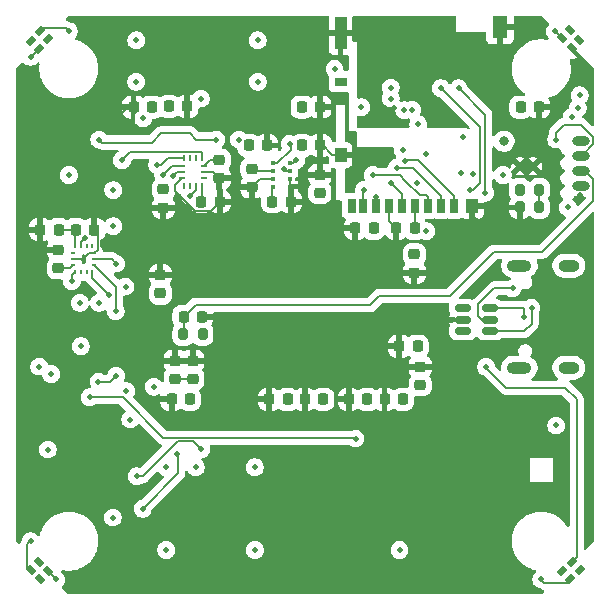
<source format=gbl>
G04 #@! TF.GenerationSoftware,KiCad,Pcbnew,9.0.2-9.0.2-0~ubuntu24.04.1*
G04 #@! TF.CreationDate,2025-06-10T13:01:30-05:00*
G04 #@! TF.ProjectId,FC,46432e6b-6963-4616-945f-706362585858,rev?*
G04 #@! TF.SameCoordinates,Original*
G04 #@! TF.FileFunction,Copper,L6,Bot*
G04 #@! TF.FilePolarity,Positive*
%FSLAX46Y46*%
G04 Gerber Fmt 4.6, Leading zero omitted, Abs format (unit mm)*
G04 Created by KiCad (PCBNEW 9.0.2-9.0.2-0~ubuntu24.04.1) date 2025-06-10 13:01:30*
%MOMM*%
%LPD*%
G01*
G04 APERTURE LIST*
G04 Aperture macros list*
%AMRoundRect*
0 Rectangle with rounded corners*
0 $1 Rounding radius*
0 $2 $3 $4 $5 $6 $7 $8 $9 X,Y pos of 4 corners*
0 Add a 4 corners polygon primitive as box body*
4,1,4,$2,$3,$4,$5,$6,$7,$8,$9,$2,$3,0*
0 Add four circle primitives for the rounded corners*
1,1,$1+$1,$2,$3*
1,1,$1+$1,$4,$5*
1,1,$1+$1,$6,$7*
1,1,$1+$1,$8,$9*
0 Add four rect primitives between the rounded corners*
20,1,$1+$1,$2,$3,$4,$5,0*
20,1,$1+$1,$4,$5,$6,$7,0*
20,1,$1+$1,$6,$7,$8,$9,0*
20,1,$1+$1,$8,$9,$2,$3,0*%
%AMRotRect*
0 Rectangle, with rotation*
0 The origin of the aperture is its center*
0 $1 length*
0 $2 width*
0 $3 Rotation angle, in degrees counterclockwise*
0 Add horizontal line*
21,1,$1,$2,0,0,$3*%
G04 Aperture macros list end*
G04 #@! TA.AperFunction,HeatsinkPad*
%ADD10O,2.100000X1.000000*%
G04 #@! TD*
G04 #@! TA.AperFunction,HeatsinkPad*
%ADD11O,1.800000X1.000000*%
G04 #@! TD*
G04 #@! TA.AperFunction,HeatsinkPad*
%ADD12C,0.500000*%
G04 #@! TD*
G04 #@! TA.AperFunction,HeatsinkPad*
%ADD13R,1.600000X0.500000*%
G04 #@! TD*
G04 #@! TA.AperFunction,SMDPad,CuDef*
%ADD14O,1.500000X0.800000*%
G04 #@! TD*
G04 #@! TA.AperFunction,SMDPad,CuDef*
%ADD15RoundRect,0.225000X-0.250000X0.225000X-0.250000X-0.225000X0.250000X-0.225000X0.250000X0.225000X0*%
G04 #@! TD*
G04 #@! TA.AperFunction,SMDPad,CuDef*
%ADD16RoundRect,0.225000X-0.225000X-0.250000X0.225000X-0.250000X0.225000X0.250000X-0.225000X0.250000X0*%
G04 #@! TD*
G04 #@! TA.AperFunction,SMDPad,CuDef*
%ADD17RoundRect,0.200000X0.200000X0.275000X-0.200000X0.275000X-0.200000X-0.275000X0.200000X-0.275000X0*%
G04 #@! TD*
G04 #@! TA.AperFunction,SMDPad,CuDef*
%ADD18RoundRect,0.225000X0.225000X0.250000X-0.225000X0.250000X-0.225000X-0.250000X0.225000X-0.250000X0*%
G04 #@! TD*
G04 #@! TA.AperFunction,SMDPad,CuDef*
%ADD19R,0.250000X0.475000*%
G04 #@! TD*
G04 #@! TA.AperFunction,SMDPad,CuDef*
%ADD20R,0.475000X0.250000*%
G04 #@! TD*
G04 #@! TA.AperFunction,SMDPad,CuDef*
%ADD21RotRect,0.762000X0.508000X45.000000*%
G04 #@! TD*
G04 #@! TA.AperFunction,SMDPad,CuDef*
%ADD22RoundRect,0.200000X-0.200000X-0.275000X0.200000X-0.275000X0.200000X0.275000X-0.200000X0.275000X0*%
G04 #@! TD*
G04 #@! TA.AperFunction,SMDPad,CuDef*
%ADD23RoundRect,0.225000X0.250000X-0.225000X0.250000X0.225000X-0.250000X0.225000X-0.250000X-0.225000X0*%
G04 #@! TD*
G04 #@! TA.AperFunction,SMDPad,CuDef*
%ADD24R,0.350000X0.350000*%
G04 #@! TD*
G04 #@! TA.AperFunction,SMDPad,CuDef*
%ADD25R,0.700000X1.200000*%
G04 #@! TD*
G04 #@! TA.AperFunction,SMDPad,CuDef*
%ADD26R,1.000000X1.200000*%
G04 #@! TD*
G04 #@! TA.AperFunction,SMDPad,CuDef*
%ADD27R,1.000000X2.800000*%
G04 #@! TD*
G04 #@! TA.AperFunction,SMDPad,CuDef*
%ADD28R,1.300000X1.900000*%
G04 #@! TD*
G04 #@! TA.AperFunction,SMDPad,CuDef*
%ADD29R,1.000000X0.800000*%
G04 #@! TD*
G04 #@! TA.AperFunction,SMDPad,CuDef*
%ADD30RotRect,0.762000X0.508000X315.000000*%
G04 #@! TD*
G04 #@! TA.AperFunction,SMDPad,CuDef*
%ADD31R,0.254000X0.431800*%
G04 #@! TD*
G04 #@! TA.AperFunction,SMDPad,CuDef*
%ADD32R,0.431800X0.254000*%
G04 #@! TD*
G04 #@! TA.AperFunction,SMDPad,CuDef*
%ADD33RotRect,0.762000X0.508000X225.000000*%
G04 #@! TD*
G04 #@! TA.AperFunction,SMDPad,CuDef*
%ADD34RotRect,0.762000X0.508000X135.000000*%
G04 #@! TD*
G04 #@! TA.AperFunction,SMDPad,CuDef*
%ADD35RoundRect,0.150000X-0.512500X-0.150000X0.512500X-0.150000X0.512500X0.150000X-0.512500X0.150000X0*%
G04 #@! TD*
G04 #@! TA.AperFunction,ViaPad*
%ADD36C,0.500000*%
G04 #@! TD*
G04 #@! TA.AperFunction,ViaPad*
%ADD37C,0.600000*%
G04 #@! TD*
G04 #@! TA.AperFunction,ViaPad*
%ADD38C,0.800000*%
G04 #@! TD*
G04 #@! TA.AperFunction,Conductor*
%ADD39C,0.200000*%
G04 #@! TD*
G04 APERTURE END LIST*
D10*
X193145000Y-80320000D03*
D11*
X197325000Y-80320000D03*
D10*
X193145000Y-71680000D03*
D11*
X197325000Y-71680000D03*
D12*
X193200000Y-63250000D03*
D13*
X193750000Y-63250000D03*
D12*
X194300000Y-63250000D03*
D14*
X198368500Y-64905000D03*
X198368500Y-63635000D03*
X198368500Y-62365000D03*
X198368500Y-61095000D03*
D15*
X154111000Y-70344700D03*
X154111000Y-71894700D03*
D16*
X179250000Y-68500000D03*
X180800000Y-68500000D03*
D17*
X166325000Y-77500000D03*
X164675000Y-77500000D03*
D15*
X165500000Y-79725000D03*
X165500000Y-81275000D03*
D18*
X171775000Y-61500000D03*
X170225000Y-61500000D03*
X176300000Y-61500000D03*
X174750000Y-61500000D03*
D19*
X164750000Y-62587500D03*
X165250000Y-62587500D03*
X165750000Y-62587500D03*
X166250000Y-62587500D03*
D20*
X166412500Y-63250000D03*
X166412500Y-63750000D03*
X166412500Y-64250000D03*
D19*
X166250000Y-64912500D03*
X165750000Y-64912500D03*
X165250000Y-64912500D03*
X164750000Y-64912500D03*
D20*
X164587500Y-64250000D03*
X164587500Y-63750000D03*
X164587500Y-63250000D03*
D17*
X194825000Y-65250000D03*
X193175000Y-65250000D03*
D21*
X152440786Y-53309214D03*
X151769034Y-52637462D03*
X152578248Y-51828248D03*
X153250000Y-52500000D03*
D16*
X181725000Y-83000000D03*
X183275000Y-83000000D03*
X182975000Y-78500000D03*
X184525000Y-78500000D03*
D15*
X184750000Y-80225000D03*
X184750000Y-81775000D03*
D16*
X160475000Y-58250000D03*
X162025000Y-58250000D03*
D15*
X176250000Y-63975000D03*
X176250000Y-65525000D03*
D16*
X174975000Y-83000000D03*
X176525000Y-83000000D03*
D22*
X193175000Y-66750000D03*
X194825000Y-66750000D03*
D23*
X184250000Y-72275000D03*
X184250000Y-70725000D03*
D24*
X173725000Y-64975000D03*
X173725000Y-64325000D03*
X173725000Y-63675000D03*
X173725000Y-63025000D03*
X172275000Y-63025000D03*
X172275000Y-63675000D03*
X172275000Y-64325000D03*
X172275000Y-64975000D03*
D23*
X167750000Y-64275000D03*
X167750000Y-62725000D03*
D16*
X164725000Y-76000000D03*
X166275000Y-76000000D03*
X152586000Y-68619700D03*
X154136000Y-68619700D03*
D25*
X187600000Y-66600000D03*
X186500000Y-66600000D03*
X185400000Y-66600000D03*
X184300000Y-66600000D03*
X183200000Y-66600000D03*
X182100000Y-66600000D03*
X181000000Y-66600000D03*
X179900000Y-66600000D03*
D26*
X178000000Y-62300000D03*
D27*
X178000000Y-51950000D03*
D28*
X191500000Y-51500000D03*
D26*
X189150000Y-66600000D03*
D29*
X178000000Y-56100000D03*
D25*
X178950000Y-66600000D03*
D30*
X196750000Y-52431269D03*
X197421752Y-51759517D03*
X198230966Y-52568731D03*
X197559214Y-53240483D03*
D18*
X173775000Y-66250000D03*
X172225000Y-66250000D03*
X165025000Y-58200000D03*
X163475000Y-58200000D03*
D16*
X182725000Y-68500000D03*
X184275000Y-68500000D03*
X178725000Y-83000000D03*
X180275000Y-83000000D03*
X171975000Y-83000000D03*
X173525000Y-83000000D03*
D18*
X176275000Y-58250000D03*
X174725000Y-58250000D03*
X157136000Y-68619700D03*
X155586000Y-68619700D03*
D15*
X162750000Y-72475000D03*
X162750000Y-74025000D03*
D18*
X167775000Y-66250000D03*
X166225000Y-66250000D03*
D15*
X164000000Y-79725000D03*
X164000000Y-81275000D03*
D23*
X163000000Y-66775000D03*
X163000000Y-65225000D03*
D16*
X163700000Y-83000000D03*
X165250000Y-83000000D03*
D31*
X157000001Y-72250000D03*
X156500000Y-72250000D03*
X156000000Y-72250000D03*
X155499999Y-72250000D03*
D32*
X155361000Y-71619699D03*
X155361000Y-71119700D03*
X155361000Y-70619701D03*
D31*
X155499999Y-69989400D03*
X156000000Y-69989400D03*
X156500000Y-69989400D03*
X157000001Y-69989400D03*
D32*
X157139000Y-70619701D03*
X157139000Y-71119700D03*
X157139000Y-71619699D03*
D23*
X170500000Y-65025000D03*
X170500000Y-63475000D03*
D33*
X197568731Y-96759517D03*
X198240483Y-97431269D03*
X197431269Y-98240483D03*
X196759517Y-97568731D03*
D34*
X153240483Y-97568731D03*
X152568731Y-98240483D03*
X151759517Y-97431269D03*
X152431269Y-96759517D03*
D35*
X188362500Y-77200000D03*
X188362500Y-76250000D03*
X188362500Y-75300000D03*
X190637500Y-75300000D03*
X190637500Y-76250000D03*
X190637500Y-77200000D03*
D18*
X194800000Y-58250000D03*
X193250000Y-58250000D03*
D36*
X171000000Y-81000000D03*
X176250000Y-52600000D03*
X188925000Y-74000000D03*
X180000000Y-73000000D03*
X158701992Y-59548008D03*
X161298008Y-85798008D03*
X155000000Y-85000000D03*
X196000000Y-64000000D03*
X153250000Y-52500000D03*
X163200000Y-52600000D03*
X166000000Y-52600000D03*
X174000000Y-73000000D03*
X174000000Y-77984398D03*
X182725000Y-68500000D03*
X154475000Y-78500000D03*
X175750000Y-88800000D03*
X170500000Y-65025000D03*
X165000000Y-73000000D03*
X178725000Y-83000000D03*
X193175000Y-66750000D03*
X152736350Y-89750000D03*
X194525000Y-61000000D03*
X168000000Y-81000000D03*
X152500000Y-81775000D03*
X174000000Y-81000000D03*
X181725000Y-83000000D03*
X188750000Y-96250000D03*
X154111000Y-70344700D03*
X177000000Y-77984398D03*
X175750000Y-95800000D03*
X184750000Y-80225000D03*
X171975000Y-83000000D03*
X197559214Y-53240483D03*
X196250000Y-83300000D03*
X174000000Y-70250000D03*
X158775000Y-87000000D03*
X177725000Y-88250000D03*
X196525000Y-89000000D03*
X171000000Y-73000000D03*
X181250000Y-88600000D03*
X158000000Y-57000000D03*
X173750000Y-52600000D03*
X176000000Y-67000000D03*
D37*
X193525000Y-89000000D03*
D36*
X165000000Y-70000000D03*
X168000000Y-70030867D03*
X158750000Y-66775000D03*
X176250000Y-63975000D03*
X162750000Y-72475000D03*
X182550000Y-58350000D03*
X158225000Y-88750000D03*
X178000000Y-93000000D03*
X157136000Y-68619700D03*
X183500000Y-56650000D03*
X198000000Y-76000000D03*
X196759517Y-97568731D03*
X188362500Y-76250000D03*
X188925000Y-78500000D03*
X162500000Y-69350000D03*
X165025000Y-58000000D03*
X194800000Y-58250000D03*
X171775000Y-61500000D03*
X183000000Y-76000000D03*
X171000000Y-77968796D03*
X174000000Y-92000000D03*
X173775000Y-66250000D03*
X174975000Y-83000000D03*
X152586000Y-68619700D03*
X182975000Y-78500000D03*
X195000000Y-87525000D03*
X160275000Y-93000000D03*
X159000000Y-96000000D03*
X167750000Y-64275000D03*
X177000000Y-81015602D03*
X166000000Y-56100000D03*
X168000000Y-73000000D03*
X179250000Y-68500000D03*
X166275000Y-76000000D03*
X164000000Y-79725000D03*
X170000000Y-67000000D03*
X188925000Y-86500000D03*
X156000000Y-66000000D03*
X158750000Y-63725000D03*
X168000000Y-77984398D03*
X163250000Y-92250000D03*
X165500000Y-79725000D03*
X182250000Y-71500000D03*
X198269416Y-65732000D03*
X154775000Y-87250000D03*
X177000000Y-73000000D03*
X170000000Y-92000000D03*
X163700000Y-83000000D03*
X167762500Y-66237500D03*
X191250000Y-67925000D03*
X176300000Y-61500000D03*
X152431269Y-96759517D03*
X180000000Y-78000000D03*
X177000000Y-70250000D03*
X194575000Y-59500000D03*
X189775000Y-68000000D03*
X155929801Y-76674999D03*
X191750000Y-62450000D03*
X176275000Y-58250000D03*
X180000000Y-70250000D03*
X171000000Y-70000000D03*
X160201992Y-60298008D03*
X155000700Y-59499998D03*
X184250000Y-72275000D03*
X194173000Y-75250000D03*
X190637500Y-77200000D03*
X193573000Y-76000000D03*
X190637500Y-75300000D03*
X182250000Y-64650000D03*
X180000000Y-65250000D03*
X184054559Y-58486617D03*
X184501473Y-64650000D03*
X163000000Y-65225000D03*
X170512500Y-63487500D03*
X171000000Y-52600000D03*
X180800000Y-68500000D03*
X153225000Y-87250000D03*
X162750000Y-74025000D03*
X184750000Y-81775000D03*
X166325000Y-77500000D03*
X157570199Y-74825001D03*
X155000700Y-64000000D03*
X174750000Y-61500000D03*
X162025000Y-58250000D03*
X154111000Y-71894700D03*
X191750000Y-64000000D03*
X158725000Y-93000000D03*
X158750000Y-65275000D03*
X166225000Y-66250000D03*
X161298008Y-59201992D03*
X163475000Y-58200000D03*
X174725000Y-58250000D03*
X196250000Y-61000000D03*
X163250000Y-95750000D03*
X182250000Y-56600000D03*
X176525000Y-83000000D03*
X164000000Y-81275000D03*
X176250000Y-65525000D03*
X184275000Y-68500000D03*
X160201992Y-84701992D03*
X172225000Y-66250000D03*
X183000000Y-95750000D03*
X171000000Y-56100000D03*
X180275000Y-83000000D03*
X173525000Y-83000000D03*
X170225000Y-61500000D03*
X184525000Y-78500000D03*
X184250000Y-70725000D03*
X170750000Y-88750000D03*
X183275000Y-83000000D03*
X170750000Y-95750000D03*
X152500000Y-80225000D03*
X158750000Y-68325000D03*
X154136000Y-68619700D03*
X155929801Y-74825001D03*
X183400000Y-58500000D03*
X193175000Y-65250000D03*
X156025000Y-78500000D03*
X165500000Y-81275000D03*
X167750000Y-62725000D03*
X165250000Y-83000000D03*
X180751470Y-64000000D03*
X183439237Y-62787766D03*
X181000000Y-65850000D03*
X182750000Y-63400000D03*
X192570000Y-73600000D03*
X198240483Y-97431269D03*
X197421752Y-51759517D03*
X151769034Y-52637462D03*
X198250000Y-57250000D03*
X177500000Y-55000000D03*
X196250000Y-85200000D03*
X160700000Y-52600000D03*
X152568731Y-98240483D03*
D38*
X191835890Y-61139000D03*
D36*
X156360316Y-69346687D03*
X153500000Y-80850000D03*
X159799265Y-73450735D03*
X165250000Y-65750000D03*
X179269443Y-86314405D03*
X156750000Y-82826000D03*
X157500000Y-81500000D03*
X159000000Y-81000000D03*
X155250000Y-73000000D03*
X158394413Y-74118952D03*
X159000000Y-71500000D03*
X158963466Y-75536534D03*
X163799265Y-64049265D03*
X162475537Y-63150000D03*
X163000000Y-64000000D03*
X159500000Y-62750000D03*
X173685398Y-61355313D03*
X174250000Y-62750000D03*
X173248065Y-63501935D03*
X161250000Y-92250000D03*
X164196089Y-87597343D03*
X160750000Y-89500000D03*
X166213938Y-87213938D03*
X188362500Y-75300000D03*
X188199479Y-63800521D03*
X189000000Y-65250000D03*
X186500000Y-56650000D03*
X185248000Y-62250000D03*
X185250000Y-68750000D03*
X190250000Y-65500000D03*
X188000000Y-56650000D03*
X190325000Y-80250000D03*
X188362500Y-77200000D03*
X189209218Y-63913650D03*
X179750000Y-58250000D03*
X183250000Y-61900000D03*
X162184120Y-81921644D03*
X163250000Y-88750000D03*
X165750000Y-88750000D03*
X159858522Y-82296678D03*
X160700000Y-56100000D03*
X166182596Y-57526999D03*
X197250000Y-66750000D03*
X169392548Y-61001263D03*
X164675000Y-77500000D03*
X198084620Y-58334620D03*
X182251042Y-57526777D03*
X197566277Y-59062898D03*
X188400000Y-60770000D03*
X184577000Y-59700000D03*
X193250000Y-58250000D03*
X157575000Y-61000000D03*
X167500000Y-61000000D03*
X194825000Y-65250000D03*
X195000000Y-98240483D03*
X153912235Y-98240483D03*
X151759517Y-53990483D03*
X151759517Y-95000000D03*
X155000000Y-51828248D03*
X196146979Y-51828248D03*
D39*
X182100000Y-67875000D02*
X182725000Y-68500000D01*
X171200000Y-64325000D02*
X172275000Y-64325000D01*
X165676057Y-67026000D02*
X164000000Y-65349943D01*
X155361000Y-71119700D02*
X156194100Y-71119700D01*
X157428001Y-68911701D02*
X157136000Y-68619700D01*
X167750000Y-66225000D02*
X167762500Y-66237500D01*
X167762500Y-66237500D02*
X167775000Y-66250000D01*
X176300000Y-61500000D02*
X176500000Y-61500000D01*
X166999000Y-67026000D02*
X165676057Y-67026000D01*
X156694099Y-70619701D02*
X157139000Y-70619701D01*
X177300000Y-62300000D02*
X178000000Y-62300000D01*
X164000000Y-64837500D02*
X164587500Y-64250000D01*
X163000000Y-66775000D02*
X163000000Y-68850000D01*
X164000000Y-65349943D02*
X164000000Y-64837500D01*
X167225000Y-63750000D02*
X167750000Y-64275000D01*
X178000000Y-51950000D02*
X176900000Y-51950000D01*
X160475000Y-58250000D02*
X160475000Y-60025000D01*
X167775000Y-66250000D02*
X166999000Y-67026000D01*
X157139000Y-70619701D02*
X157428001Y-70330700D01*
X167750000Y-64275000D02*
X167750000Y-66225000D01*
X157428001Y-70330700D02*
X157428001Y-68911701D01*
X176500000Y-61500000D02*
X177300000Y-62300000D01*
X170500000Y-65025000D02*
X171200000Y-64325000D01*
X160475000Y-58250000D02*
X160000000Y-58250000D01*
X173725000Y-64975000D02*
X173725000Y-64325000D01*
X189150000Y-67375000D02*
X189775000Y-68000000D01*
X160475000Y-60025000D02*
X160201992Y-60298008D01*
X173775000Y-65025000D02*
X173725000Y-64975000D01*
X176900000Y-51950000D02*
X176250000Y-52600000D01*
X189150000Y-66600000D02*
X189150000Y-67375000D01*
X166412500Y-63750000D02*
X167225000Y-63750000D01*
X156194100Y-71119700D02*
X156694099Y-70619701D01*
X173775000Y-66250000D02*
X173775000Y-65025000D01*
X160000000Y-58250000D02*
X158701992Y-59548008D01*
X182100000Y-66600000D02*
X182100000Y-67875000D01*
X165500000Y-79725000D02*
X164000000Y-79725000D01*
X163000000Y-68850000D02*
X162500000Y-69350000D01*
X194173000Y-75250000D02*
X194173000Y-76577000D01*
X194173000Y-76577000D02*
X193550000Y-77200000D01*
X193550000Y-77200000D02*
X190637500Y-77200000D01*
X193573000Y-75332485D02*
X193540515Y-75300000D01*
X193573000Y-76000000D02*
X193573000Y-75332485D01*
X193540515Y-75300000D02*
X190637500Y-75300000D01*
X183200000Y-66600000D02*
X183200000Y-65600000D01*
X183200000Y-65600000D02*
X182250000Y-64650000D01*
X179900000Y-65350000D02*
X179900000Y-66600000D01*
X180000000Y-65250000D02*
X179900000Y-65350000D01*
X184300000Y-66600000D02*
X184300000Y-68475000D01*
X165500000Y-81275000D02*
X164000000Y-81275000D01*
X162025000Y-58477988D02*
X162000000Y-58452988D01*
X155499999Y-68705701D02*
X155499999Y-69989400D01*
X155085999Y-71894700D02*
X155361000Y-71619699D01*
X170500000Y-63475000D02*
X170512500Y-63487500D01*
X170512500Y-63487500D02*
X170700000Y-63675000D01*
X196250000Y-60426479D02*
X196921479Y-59755000D01*
X198369864Y-59755000D02*
X199419500Y-60804636D01*
X170700000Y-63675000D02*
X172275000Y-63675000D01*
X172225000Y-66250000D02*
X172225000Y-65025000D01*
X196921479Y-59755000D02*
X198369864Y-59755000D01*
X198439864Y-62365000D02*
X198368500Y-62365000D01*
X199419500Y-60804636D02*
X199419500Y-61385364D01*
X172225000Y-65025000D02*
X172275000Y-64975000D01*
X166250000Y-64912500D02*
X166250000Y-66225000D01*
X155586000Y-68619700D02*
X155499999Y-68705701D01*
X184300000Y-68475000D02*
X184275000Y-68500000D01*
X166250000Y-66225000D02*
X166225000Y-66250000D01*
X167750000Y-62725000D02*
X166937500Y-62725000D01*
X166937500Y-62725000D02*
X166412500Y-63250000D01*
X154111000Y-71894700D02*
X155085999Y-71894700D01*
X155586000Y-68619700D02*
X154136000Y-68619700D01*
X196250000Y-61000000D02*
X196250000Y-60426479D01*
X199419500Y-61385364D02*
X198439864Y-62365000D01*
X180751470Y-64000000D02*
X183000000Y-64000000D01*
X185199000Y-65699000D02*
X185400000Y-65900000D01*
X183500000Y-64498470D02*
X183498470Y-64498470D01*
X183498470Y-64498470D02*
X183000000Y-64000000D01*
X185400000Y-65900000D02*
X185400000Y-66600000D01*
X184700530Y-65699000D02*
X185199000Y-65699000D01*
X183500000Y-64498470D02*
X184700530Y-65699000D01*
X183505548Y-62721455D02*
X184521455Y-62721455D01*
X187600000Y-65800000D02*
X187600000Y-66600000D01*
X183439237Y-62787766D02*
X183505548Y-62721455D01*
X184521455Y-62721455D02*
X187600000Y-65800000D01*
X181000000Y-66600000D02*
X181000000Y-65850000D01*
X184100000Y-63400000D02*
X186500000Y-65800000D01*
X186500000Y-65800000D02*
X186500000Y-66600000D01*
X182750000Y-63400000D02*
X184100000Y-63400000D01*
X189975001Y-76250000D02*
X189674000Y-75948999D01*
X191033032Y-73600000D02*
X192570000Y-73600000D01*
X189674000Y-74959032D02*
X191033032Y-73600000D01*
X190637500Y-76250000D02*
X189975001Y-76250000D01*
X189674000Y-75948999D02*
X189674000Y-74959032D01*
X165750000Y-64912500D02*
X165750000Y-65250000D01*
X156000000Y-69989400D02*
X156000000Y-69707003D01*
X156000000Y-69707003D02*
X156360316Y-69346687D01*
X165750000Y-65250000D02*
X165250000Y-65750000D01*
X159576000Y-82826000D02*
X163000000Y-86250000D01*
X179205038Y-86250000D02*
X179269443Y-86314405D01*
X156750000Y-82826000D02*
X159576000Y-82826000D01*
X163000000Y-86250000D02*
X179205038Y-86250000D01*
X159000000Y-81000000D02*
X158500000Y-81500000D01*
X158500000Y-81500000D02*
X157500000Y-81500000D01*
X155250000Y-72499999D02*
X155499999Y-72250000D01*
X155250000Y-73000000D02*
X155250000Y-72499999D01*
X157000001Y-72250000D02*
X157000001Y-72724540D01*
X157000001Y-72724540D02*
X158394413Y-74118952D01*
X159000000Y-71500000D02*
X158619700Y-71119700D01*
X158619700Y-71119700D02*
X157139000Y-71119700D01*
X158995413Y-73476112D02*
X158995413Y-75504587D01*
X157139000Y-71619699D02*
X158995413Y-73476112D01*
X158995413Y-75504587D02*
X158963466Y-75536534D01*
X163824079Y-64049265D02*
X164123344Y-63750000D01*
X163799265Y-64049265D02*
X163824079Y-64049265D01*
X164123344Y-63750000D02*
X164587500Y-63750000D01*
X162475537Y-63150000D02*
X162801473Y-63150000D01*
X163363973Y-62587500D02*
X164750000Y-62587500D01*
X162801473Y-63150000D02*
X163363973Y-62587500D01*
X163750000Y-63250000D02*
X164587500Y-63250000D01*
X163000000Y-64000000D02*
X163750000Y-63250000D01*
X160201000Y-62049000D02*
X159500000Y-62750000D01*
X166250000Y-62587500D02*
X166250000Y-62123000D01*
X166250000Y-62123000D02*
X166176000Y-62049000D01*
X166176000Y-62049000D02*
X160201000Y-62049000D01*
X173783378Y-61453293D02*
X173783378Y-61902496D01*
X172660874Y-63025000D02*
X172275000Y-63025000D01*
X173783378Y-61902496D02*
X172660874Y-63025000D01*
X173685398Y-61355313D02*
X173783378Y-61453293D01*
X173975000Y-63025000D02*
X174250000Y-62750000D01*
X173725000Y-63025000D02*
X173975000Y-63025000D01*
X173725000Y-63675000D02*
X173421130Y-63675000D01*
X173421130Y-63675000D02*
X173248065Y-63501935D01*
X164250000Y-89250000D02*
X164250000Y-87651254D01*
X161250000Y-92250000D02*
X164250000Y-89250000D01*
X164250000Y-87651254D02*
X164196089Y-87597343D01*
X165550474Y-86550474D02*
X164199526Y-86550474D01*
X164199526Y-86550474D02*
X161250000Y-89500000D01*
X161250000Y-89500000D02*
X160750000Y-89500000D01*
X166213938Y-87213938D02*
X165550474Y-86550474D01*
X188312500Y-75250000D02*
X188362500Y-75300000D01*
X189810218Y-59960218D02*
X189810218Y-64689782D01*
X189250000Y-65250000D02*
X189810218Y-64689782D01*
X186500000Y-56650000D02*
X189810218Y-59960218D01*
X189250000Y-65250000D02*
X189000000Y-65250000D01*
X190250000Y-58900000D02*
X190250000Y-65500000D01*
X188000000Y-56650000D02*
X190250000Y-58900000D01*
X192000000Y-82000000D02*
X197000000Y-82000000D01*
X190325000Y-80250000D02*
X190325000Y-80325000D01*
X190325000Y-80325000D02*
X192000000Y-82000000D01*
X198000000Y-83000000D02*
X198000000Y-96328248D01*
X198000000Y-96328248D02*
X197568731Y-96759517D01*
X197000000Y-82000000D02*
X198000000Y-83000000D01*
X188162500Y-77000000D02*
X188362500Y-77200000D01*
X188312500Y-77250000D02*
X188362500Y-77200000D01*
X164725000Y-76000000D02*
X164725000Y-77450000D01*
X198368500Y-63635000D02*
X198718500Y-63635000D01*
X180500000Y-75000000D02*
X165725000Y-75000000D01*
X181250000Y-74250000D02*
X180500000Y-75000000D01*
X195099943Y-70500000D02*
X191000000Y-70500000D01*
X165725000Y-75000000D02*
X164725000Y-76000000D01*
X199419500Y-66180443D02*
X195099943Y-70500000D01*
X191000000Y-70500000D02*
X187250000Y-74250000D01*
X164725000Y-77450000D02*
X164675000Y-77500000D01*
X198718500Y-63635000D02*
X199419500Y-64336000D01*
X187250000Y-74250000D02*
X181250000Y-74250000D01*
X199419500Y-64336000D02*
X199419500Y-66180443D01*
X197566277Y-59062898D02*
X197552644Y-59049265D01*
X165802000Y-61000000D02*
X165276000Y-60474000D01*
X165276000Y-60474000D02*
X162775890Y-60474000D01*
X167500000Y-61000000D02*
X165802000Y-61000000D01*
X162775890Y-60474000D02*
X161999890Y-61250000D01*
X157825000Y-61250000D02*
X157575000Y-61000000D01*
X161999890Y-61250000D02*
X157825000Y-61250000D01*
X194825000Y-65250000D02*
X194825000Y-66750000D01*
X153240483Y-97568731D02*
X153912235Y-98240483D01*
X197161861Y-98509891D02*
X195269408Y-98509891D01*
X197431269Y-98240483D02*
X197161861Y-98509891D01*
X195269408Y-98509891D02*
X195000000Y-98240483D01*
X151490109Y-97161861D02*
X151490109Y-95269408D01*
X151490109Y-95269408D02*
X151759517Y-95000000D01*
X151759517Y-97431269D02*
X151490109Y-97161861D01*
X152440786Y-53309214D02*
X151759517Y-53990483D01*
X152578248Y-51828248D02*
X152847656Y-51558840D01*
X154730592Y-51558840D02*
X155000000Y-51828248D01*
X196750000Y-52431269D02*
X196146979Y-51828248D01*
X152847656Y-51558840D02*
X154730592Y-51558840D01*
G04 #@! TA.AperFunction,Conductor*
G36*
X156263255Y-70699148D02*
G01*
X156315243Y-70704738D01*
X156379793Y-70731477D01*
X156419641Y-70788869D01*
X156425276Y-70814774D01*
X156429504Y-70854105D01*
X156429504Y-70880612D01*
X156428340Y-70891434D01*
X156422600Y-70944827D01*
X156422600Y-70944831D01*
X156422600Y-70944832D01*
X156422600Y-71294569D01*
X156422601Y-71294579D01*
X156429252Y-71356451D01*
X156429251Y-71382958D01*
X156424765Y-71424683D01*
X156398027Y-71489234D01*
X156340635Y-71529083D01*
X156314729Y-71534718D01*
X156263249Y-71540252D01*
X156236741Y-71540251D01*
X156185268Y-71534717D01*
X156120717Y-71507979D01*
X156080869Y-71450587D01*
X156075233Y-71424684D01*
X156070991Y-71385216D01*
X156070990Y-71385215D01*
X156070495Y-71380603D01*
X156070496Y-71354093D01*
X156076899Y-71294541D01*
X156076900Y-71294527D01*
X156076900Y-71246700D01*
X156075618Y-71245418D01*
X156071180Y-71246384D01*
X156042423Y-71235660D01*
X156012981Y-71227015D01*
X156008798Y-71223121D01*
X156005714Y-71221971D01*
X155980757Y-71197015D01*
X155978511Y-71194015D01*
X155954090Y-71128552D01*
X155968939Y-71060278D01*
X155978511Y-71045385D01*
X155980757Y-71042385D01*
X156004903Y-71024310D01*
X156018342Y-71010871D01*
X156024708Y-71009485D01*
X156036692Y-71000516D01*
X156076213Y-70993386D01*
X156076900Y-70992700D01*
X156076900Y-70944872D01*
X156076899Y-70944860D01*
X156070495Y-70885305D01*
X156070495Y-70858788D01*
X156070989Y-70854187D01*
X156070991Y-70854184D01*
X156075235Y-70814712D01*
X156101975Y-70750162D01*
X156159368Y-70710315D01*
X156185265Y-70704681D01*
X156234483Y-70699391D01*
X156234486Y-70699389D01*
X156236743Y-70699147D01*
X156263255Y-70699148D01*
G37*
G04 #@! TD.AperFunction*
G04 #@! TA.AperFunction,Conductor*
G36*
X176943039Y-50520185D02*
G01*
X176988794Y-50572989D01*
X177000000Y-50624500D01*
X177000000Y-51700000D01*
X179000000Y-51700000D01*
X179000000Y-50624500D01*
X179019685Y-50557461D01*
X179072489Y-50511706D01*
X179124000Y-50500500D01*
X187626000Y-50500500D01*
X187693039Y-50520185D01*
X187738794Y-50572989D01*
X187750000Y-50624500D01*
X187750000Y-51900000D01*
X190226000Y-51900000D01*
X190293039Y-51919685D01*
X190338794Y-51972489D01*
X190350000Y-52024000D01*
X190350000Y-52497844D01*
X190356401Y-52557372D01*
X190356403Y-52557379D01*
X190406645Y-52692086D01*
X190406649Y-52692093D01*
X190492809Y-52807187D01*
X190492812Y-52807190D01*
X190607906Y-52893350D01*
X190607913Y-52893354D01*
X190742620Y-52943596D01*
X190742627Y-52943598D01*
X190802155Y-52949999D01*
X190802172Y-52950000D01*
X191250000Y-52950000D01*
X191750000Y-52950000D01*
X192197828Y-52950000D01*
X192197844Y-52949999D01*
X192257372Y-52943598D01*
X192257379Y-52943596D01*
X192392086Y-52893354D01*
X192392093Y-52893350D01*
X192507187Y-52807190D01*
X192507190Y-52807187D01*
X192593350Y-52692093D01*
X192593354Y-52692086D01*
X192643596Y-52557379D01*
X192643598Y-52557372D01*
X192649999Y-52497844D01*
X192650000Y-52497827D01*
X192650000Y-51750000D01*
X191750000Y-51750000D01*
X191750000Y-52950000D01*
X191250000Y-52950000D01*
X191250000Y-51624000D01*
X191269685Y-51556961D01*
X191322489Y-51511206D01*
X191374000Y-51500000D01*
X191500000Y-51500000D01*
X191500000Y-51374000D01*
X191519685Y-51306961D01*
X191572489Y-51261206D01*
X191624000Y-51250000D01*
X192650000Y-51250000D01*
X192650000Y-50624500D01*
X192669685Y-50557461D01*
X192722489Y-50511706D01*
X192774000Y-50500500D01*
X194934108Y-50500500D01*
X194949138Y-50500500D01*
X195016177Y-50520185D01*
X195036819Y-50536819D01*
X195619248Y-51119248D01*
X195652733Y-51180571D01*
X195647749Y-51250263D01*
X195619249Y-51294610D01*
X195564027Y-51349832D01*
X195481898Y-51472746D01*
X195481891Y-51472759D01*
X195425322Y-51609330D01*
X195425319Y-51609340D01*
X195396479Y-51754327D01*
X195396479Y-51754330D01*
X195396479Y-51902166D01*
X195396479Y-51902168D01*
X195396478Y-51902168D01*
X195425319Y-52047155D01*
X195425322Y-52047165D01*
X195481891Y-52183736D01*
X195481898Y-52183749D01*
X195564027Y-52306663D01*
X195564030Y-52306667D01*
X195593030Y-52335667D01*
X195626515Y-52396990D01*
X195621531Y-52466682D01*
X195579659Y-52522615D01*
X195514195Y-52547032D01*
X195477758Y-52544239D01*
X195419517Y-52530946D01*
X195419494Y-52530942D01*
X195140431Y-52499500D01*
X195140425Y-52499500D01*
X194859575Y-52499500D01*
X194859568Y-52499500D01*
X194580505Y-52530942D01*
X194580487Y-52530945D01*
X194306682Y-52593439D01*
X194306670Y-52593443D01*
X194041588Y-52686200D01*
X193788557Y-52808053D01*
X193550753Y-52957476D01*
X193331175Y-53132583D01*
X193132583Y-53331175D01*
X192957476Y-53550753D01*
X192808053Y-53788557D01*
X192686200Y-54041588D01*
X192593443Y-54306670D01*
X192593439Y-54306682D01*
X192530945Y-54580487D01*
X192530942Y-54580505D01*
X192499500Y-54859568D01*
X192499500Y-55140431D01*
X192530942Y-55419494D01*
X192530945Y-55419512D01*
X192593439Y-55693317D01*
X192593443Y-55693329D01*
X192686200Y-55958411D01*
X192808053Y-56211442D01*
X192808055Y-56211445D01*
X192957477Y-56449248D01*
X193058624Y-56576082D01*
X193132583Y-56668824D01*
X193331175Y-56867416D01*
X193550752Y-57042523D01*
X193555501Y-57045507D01*
X193601791Y-57097842D01*
X193612438Y-57166896D01*
X193584062Y-57230744D01*
X193525672Y-57269115D01*
X193489527Y-57274500D01*
X192976662Y-57274500D01*
X192976644Y-57274501D01*
X192877292Y-57284650D01*
X192877289Y-57284651D01*
X192716305Y-57337996D01*
X192716294Y-57338001D01*
X192571959Y-57427029D01*
X192571957Y-57427031D01*
X192452032Y-57546955D01*
X192452029Y-57546959D01*
X192363001Y-57691294D01*
X192362996Y-57691305D01*
X192309651Y-57852290D01*
X192299500Y-57951647D01*
X192299500Y-58548337D01*
X192299501Y-58548355D01*
X192309650Y-58647707D01*
X192309651Y-58647710D01*
X192362996Y-58808694D01*
X192363001Y-58808705D01*
X192452029Y-58953040D01*
X192452032Y-58953044D01*
X192571955Y-59072967D01*
X192571959Y-59072970D01*
X192716294Y-59161998D01*
X192716297Y-59161999D01*
X192716303Y-59162003D01*
X192877292Y-59215349D01*
X192976655Y-59225500D01*
X193523344Y-59225499D01*
X193523352Y-59225498D01*
X193523355Y-59225498D01*
X193577760Y-59219940D01*
X193622708Y-59215349D01*
X193783697Y-59162003D01*
X193928044Y-59072968D01*
X193937668Y-59063343D01*
X193998987Y-59029856D01*
X194068679Y-59034835D01*
X194113034Y-59063339D01*
X194122267Y-59072572D01*
X194122271Y-59072575D01*
X194266507Y-59161542D01*
X194266518Y-59161547D01*
X194427393Y-59214855D01*
X194526683Y-59224999D01*
X195050000Y-59224999D01*
X195073308Y-59224999D01*
X195073322Y-59224998D01*
X195172607Y-59214855D01*
X195333481Y-59161547D01*
X195333492Y-59161542D01*
X195477728Y-59072575D01*
X195477732Y-59072572D01*
X195597572Y-58952732D01*
X195597575Y-58952728D01*
X195686542Y-58808492D01*
X195686547Y-58808481D01*
X195739855Y-58647606D01*
X195749999Y-58548322D01*
X195750000Y-58548309D01*
X195750000Y-58500000D01*
X195050000Y-58500000D01*
X195050000Y-59224999D01*
X194526683Y-59224999D01*
X194550000Y-59224998D01*
X194550000Y-58374000D01*
X194569685Y-58306961D01*
X194622489Y-58261206D01*
X194674000Y-58250000D01*
X194800000Y-58250000D01*
X194800000Y-58124000D01*
X194819685Y-58056961D01*
X194872489Y-58011206D01*
X194924000Y-58000000D01*
X195749999Y-58000000D01*
X195749999Y-57951692D01*
X195749998Y-57951677D01*
X195739855Y-57852392D01*
X195686547Y-57691518D01*
X195686544Y-57691511D01*
X195624080Y-57590243D01*
X195605639Y-57522850D01*
X195626561Y-57456187D01*
X195680203Y-57411417D01*
X195690088Y-57407865D01*
X195690034Y-57407710D01*
X195818975Y-57362590D01*
X195958408Y-57313801D01*
X196211445Y-57191945D01*
X196449248Y-57042523D01*
X196668825Y-56867416D01*
X196867416Y-56668825D01*
X197042523Y-56449248D01*
X197191945Y-56211445D01*
X197313801Y-55958408D01*
X197406560Y-55693318D01*
X197469055Y-55419509D01*
X197473694Y-55378342D01*
X197491656Y-55218917D01*
X197500500Y-55140425D01*
X197500500Y-54859575D01*
X197487138Y-54740983D01*
X197469057Y-54580505D01*
X197469056Y-54580500D01*
X197469055Y-54580491D01*
X197412069Y-54330818D01*
X197416342Y-54261080D01*
X197457641Y-54204722D01*
X197522853Y-54179639D01*
X197550607Y-54180488D01*
X197649017Y-54194636D01*
X197791330Y-54174176D01*
X197791338Y-54174174D01*
X197922114Y-54114450D01*
X197968749Y-54076869D01*
X198005396Y-54040219D01*
X197470117Y-53504940D01*
X197465778Y-53496994D01*
X197458531Y-53491569D01*
X197449296Y-53466809D01*
X197436632Y-53443617D01*
X197437277Y-53434587D01*
X197434114Y-53426105D01*
X197439730Y-53400284D01*
X197441616Y-53373925D01*
X197447434Y-53364870D01*
X197448966Y-53357832D01*
X197470117Y-53329577D01*
X197609773Y-53189922D01*
X197661614Y-53161614D01*
X198364733Y-53864733D01*
X199463181Y-54963181D01*
X199496666Y-55024504D01*
X199499500Y-55050862D01*
X199499500Y-59736039D01*
X199479815Y-59803078D01*
X199427011Y-59848833D01*
X199357853Y-59858777D01*
X199294297Y-59829752D01*
X199287819Y-59823720D01*
X198857454Y-59393355D01*
X198857452Y-59393352D01*
X198738581Y-59274481D01*
X198738576Y-59274477D01*
X198633098Y-59213580D01*
X198633096Y-59213579D01*
X198623909Y-59208275D01*
X198601649Y-59195423D01*
X198536162Y-59177875D01*
X198530861Y-59175923D01*
X198507165Y-59158334D01*
X198481966Y-59142975D01*
X198479425Y-59137745D01*
X198474757Y-59134280D01*
X198464330Y-59106671D01*
X198451437Y-59080128D01*
X198452127Y-59074355D01*
X198450073Y-59068916D01*
X198456228Y-59040051D01*
X198459732Y-59010752D01*
X198463433Y-59006269D01*
X198464646Y-59000583D01*
X198485425Y-58979633D01*
X198504217Y-58956874D01*
X198504596Y-58956619D01*
X198563036Y-58917571D01*
X198667571Y-58813036D01*
X198749704Y-58690115D01*
X198806278Y-58553533D01*
X198823110Y-58468917D01*
X198835120Y-58408540D01*
X198835120Y-58260699D01*
X198806279Y-58115712D01*
X198806278Y-58115711D01*
X198806278Y-58115707D01*
X198803892Y-58109947D01*
X198749707Y-57979131D01*
X198749699Y-57979117D01*
X198739166Y-57963353D01*
X198718287Y-57896676D01*
X198736771Y-57829296D01*
X198754583Y-57806783D01*
X198832951Y-57728416D01*
X198915084Y-57605495D01*
X198916980Y-57600919D01*
X198947042Y-57528342D01*
X198971658Y-57468913D01*
X198983786Y-57407944D01*
X199000500Y-57323920D01*
X199000500Y-57176079D01*
X198971659Y-57031092D01*
X198971658Y-57031091D01*
X198971658Y-57031087D01*
X198971656Y-57031082D01*
X198915087Y-56894511D01*
X198915080Y-56894498D01*
X198832951Y-56771584D01*
X198832948Y-56771580D01*
X198728419Y-56667051D01*
X198728415Y-56667048D01*
X198605501Y-56584919D01*
X198605488Y-56584912D01*
X198468917Y-56528343D01*
X198468907Y-56528340D01*
X198323920Y-56499500D01*
X198323918Y-56499500D01*
X198176082Y-56499500D01*
X198176080Y-56499500D01*
X198031092Y-56528340D01*
X198031082Y-56528343D01*
X197894511Y-56584912D01*
X197894498Y-56584919D01*
X197771584Y-56667048D01*
X197771580Y-56667051D01*
X197667051Y-56771580D01*
X197667048Y-56771584D01*
X197584919Y-56894498D01*
X197584912Y-56894511D01*
X197528343Y-57031082D01*
X197528340Y-57031092D01*
X197499500Y-57176079D01*
X197499500Y-57176082D01*
X197499500Y-57323918D01*
X197499500Y-57323920D01*
X197499499Y-57323920D01*
X197528340Y-57468907D01*
X197528343Y-57468917D01*
X197584914Y-57605492D01*
X197595454Y-57621266D01*
X197616332Y-57687943D01*
X197597848Y-57755323D01*
X197580034Y-57777838D01*
X197501668Y-57856204D01*
X197419539Y-57979118D01*
X197419532Y-57979131D01*
X197362963Y-58115702D01*
X197362960Y-58115712D01*
X197334120Y-58260699D01*
X197334120Y-58263871D01*
X197333650Y-58265471D01*
X197333523Y-58266762D01*
X197333278Y-58266737D01*
X197314435Y-58330910D01*
X197261631Y-58376665D01*
X197257573Y-58378432D01*
X197210785Y-58397812D01*
X197210775Y-58397817D01*
X197087861Y-58479946D01*
X197087857Y-58479949D01*
X196983328Y-58584478D01*
X196983325Y-58584482D01*
X196901196Y-58707396D01*
X196901189Y-58707409D01*
X196844620Y-58843980D01*
X196844617Y-58843990D01*
X196815777Y-58988977D01*
X196815777Y-59066490D01*
X196796092Y-59133529D01*
X196743288Y-59179284D01*
X196723873Y-59186264D01*
X196689699Y-59195421D01*
X196689688Y-59195426D01*
X196552769Y-59274475D01*
X196552761Y-59274481D01*
X195769481Y-60057761D01*
X195719403Y-60144499D01*
X195690424Y-60194691D01*
X195690423Y-60194692D01*
X195675399Y-60250763D01*
X195649499Y-60347422D01*
X195649499Y-60347424D01*
X195649499Y-60510233D01*
X195629814Y-60577272D01*
X195628602Y-60579123D01*
X195584914Y-60644508D01*
X195528343Y-60781082D01*
X195528340Y-60781092D01*
X195499500Y-60926079D01*
X195499500Y-60926082D01*
X195499500Y-61073918D01*
X195499500Y-61073920D01*
X195499499Y-61073920D01*
X195528340Y-61218907D01*
X195528343Y-61218917D01*
X195584912Y-61355488D01*
X195584919Y-61355501D01*
X195667048Y-61478415D01*
X195667051Y-61478419D01*
X195771580Y-61582948D01*
X195771584Y-61582951D01*
X195894498Y-61665080D01*
X195894511Y-61665087D01*
X196010269Y-61713035D01*
X196031087Y-61721658D01*
X196031091Y-61721658D01*
X196031092Y-61721659D01*
X196176079Y-61750500D01*
X196176082Y-61750500D01*
X196323920Y-61750500D01*
X196469567Y-61721528D01*
X196539159Y-61727755D01*
X196594336Y-61770618D01*
X196613534Y-61811051D01*
X196653923Y-61961785D01*
X196653926Y-61961790D01*
X196732975Y-62098709D01*
X196732979Y-62098714D01*
X196732980Y-62098716D01*
X196844784Y-62210520D01*
X196844785Y-62210521D01*
X196844787Y-62210522D01*
X196926351Y-62257613D01*
X196974567Y-62308180D01*
X196987790Y-62376787D01*
X196961822Y-62441652D01*
X196926351Y-62472387D01*
X196844787Y-62519477D01*
X196844782Y-62519481D01*
X196732981Y-62631282D01*
X196732975Y-62631290D01*
X196653926Y-62768209D01*
X196653923Y-62768216D01*
X196613000Y-62920943D01*
X196613000Y-63079057D01*
X196653022Y-63228419D01*
X196653923Y-63231783D01*
X196653926Y-63231790D01*
X196732975Y-63368709D01*
X196732979Y-63368714D01*
X196732980Y-63368716D01*
X196844784Y-63480520D01*
X196844785Y-63480521D01*
X196844787Y-63480522D01*
X196926351Y-63527613D01*
X196974567Y-63578180D01*
X196987790Y-63646787D01*
X196961822Y-63711652D01*
X196926351Y-63742387D01*
X196844787Y-63789477D01*
X196844782Y-63789481D01*
X196732981Y-63901282D01*
X196732975Y-63901290D01*
X196653926Y-64038209D01*
X196653923Y-64038216D01*
X196613000Y-64190943D01*
X196613000Y-64349057D01*
X196651173Y-64491518D01*
X196653923Y-64501783D01*
X196653926Y-64501790D01*
X196732975Y-64638709D01*
X196732979Y-64638714D01*
X196732980Y-64638716D01*
X196844784Y-64750520D01*
X196844785Y-64750521D01*
X196844787Y-64750522D01*
X196926351Y-64797613D01*
X196974567Y-64848180D01*
X196987790Y-64916787D01*
X196961822Y-64981652D01*
X196926351Y-65012387D01*
X196844787Y-65059477D01*
X196844782Y-65059481D01*
X196732981Y-65171282D01*
X196732975Y-65171290D01*
X196653926Y-65308209D01*
X196653923Y-65308216D01*
X196613000Y-65460943D01*
X196613000Y-65619057D01*
X196650419Y-65758705D01*
X196653923Y-65771783D01*
X196653926Y-65771790D01*
X196732975Y-65908709D01*
X196732981Y-65908717D01*
X196796461Y-65972197D01*
X196829946Y-66033520D01*
X196824962Y-66103212D01*
X196783090Y-66159145D01*
X196777680Y-66162974D01*
X196771588Y-66167045D01*
X196771580Y-66167051D01*
X196667051Y-66271580D01*
X196667048Y-66271584D01*
X196584919Y-66394498D01*
X196584912Y-66394511D01*
X196528343Y-66531082D01*
X196528340Y-66531092D01*
X196499500Y-66676079D01*
X196499500Y-66676082D01*
X196499500Y-66823918D01*
X196499500Y-66823920D01*
X196499499Y-66823920D01*
X196528340Y-66968907D01*
X196528343Y-66968917D01*
X196584912Y-67105488D01*
X196584919Y-67105501D01*
X196667048Y-67228415D01*
X196667051Y-67228419D01*
X196771580Y-67332948D01*
X196771584Y-67332951D01*
X196894498Y-67415080D01*
X196894511Y-67415087D01*
X196960278Y-67442328D01*
X197031087Y-67471658D01*
X197031088Y-67471658D01*
X197034970Y-67473266D01*
X197089374Y-67517106D01*
X197111439Y-67583400D01*
X197094160Y-67651100D01*
X197075199Y-67675508D01*
X194887527Y-69863181D01*
X194826204Y-69896666D01*
X194799846Y-69899500D01*
X191086669Y-69899500D01*
X191086653Y-69899499D01*
X191079057Y-69899499D01*
X190920943Y-69899499D01*
X190818201Y-69927029D01*
X190768210Y-69940424D01*
X190768209Y-69940425D01*
X190718096Y-69969359D01*
X190718095Y-69969360D01*
X190674689Y-69994420D01*
X190631285Y-70019479D01*
X190631282Y-70019481D01*
X190519478Y-70131286D01*
X187037584Y-73613181D01*
X186976261Y-73646666D01*
X186949903Y-73649500D01*
X181170943Y-73649500D01*
X181018213Y-73690423D01*
X180972403Y-73716873D01*
X180972402Y-73716873D01*
X180881287Y-73769477D01*
X180881282Y-73769481D01*
X180769478Y-73881286D01*
X180287584Y-74363181D01*
X180226261Y-74396666D01*
X180199903Y-74399500D01*
X165811670Y-74399500D01*
X165811654Y-74399499D01*
X165804058Y-74399499D01*
X165645943Y-74399499D01*
X165569579Y-74419961D01*
X165493214Y-74440423D01*
X165493209Y-74440426D01*
X165356290Y-74519475D01*
X165356282Y-74519481D01*
X164887582Y-74988181D01*
X164826259Y-75021666D01*
X164799901Y-75024500D01*
X164451662Y-75024500D01*
X164451644Y-75024501D01*
X164352292Y-75034650D01*
X164352289Y-75034651D01*
X164191305Y-75087996D01*
X164191294Y-75088001D01*
X164046959Y-75177029D01*
X164046955Y-75177032D01*
X163927032Y-75296955D01*
X163927029Y-75296959D01*
X163838001Y-75441294D01*
X163837996Y-75441305D01*
X163784651Y-75602290D01*
X163774500Y-75701647D01*
X163774500Y-76298337D01*
X163774501Y-76298355D01*
X163784650Y-76397707D01*
X163784651Y-76397710D01*
X163837996Y-76558694D01*
X163838001Y-76558705D01*
X163909981Y-76675401D01*
X163928422Y-76742793D01*
X163910560Y-76804647D01*
X163831523Y-76935391D01*
X163780913Y-77097807D01*
X163774500Y-77168386D01*
X163774500Y-77831613D01*
X163780913Y-77902192D01*
X163780913Y-77902194D01*
X163780914Y-77902196D01*
X163831522Y-78064606D01*
X163914371Y-78201655D01*
X163919530Y-78210188D01*
X164039811Y-78330469D01*
X164039813Y-78330470D01*
X164039815Y-78330472D01*
X164185394Y-78418478D01*
X164347804Y-78469086D01*
X164418384Y-78475500D01*
X164418387Y-78475500D01*
X164931613Y-78475500D01*
X164931616Y-78475500D01*
X165002196Y-78469086D01*
X165164606Y-78418478D01*
X165310185Y-78330472D01*
X165359575Y-78281082D01*
X165412319Y-78228339D01*
X165473642Y-78194854D01*
X165543334Y-78199838D01*
X165587681Y-78228339D01*
X165689811Y-78330469D01*
X165689813Y-78330470D01*
X165689815Y-78330472D01*
X165835394Y-78418478D01*
X165997804Y-78469086D01*
X166068384Y-78475500D01*
X166068387Y-78475500D01*
X166581613Y-78475500D01*
X166581616Y-78475500D01*
X166652196Y-78469086D01*
X166814606Y-78418478D01*
X166960185Y-78330472D01*
X167080472Y-78210185D01*
X167085615Y-78201677D01*
X182025000Y-78201677D01*
X182025000Y-78250000D01*
X182725000Y-78250000D01*
X182725000Y-77525000D01*
X183225000Y-77525000D01*
X183225000Y-79474999D01*
X183248308Y-79474999D01*
X183248322Y-79474998D01*
X183347607Y-79464855D01*
X183508481Y-79411547D01*
X183508492Y-79411542D01*
X183652731Y-79322573D01*
X183661959Y-79313345D01*
X183723279Y-79279856D01*
X183792971Y-79284835D01*
X183821036Y-79299632D01*
X183829769Y-79305781D01*
X183846956Y-79322968D01*
X183905197Y-79358892D01*
X183908275Y-79361059D01*
X183927760Y-79385567D01*
X183948707Y-79408856D01*
X183949332Y-79412702D01*
X183951756Y-79415750D01*
X183954898Y-79446906D01*
X183959928Y-79477819D01*
X183958376Y-79481390D01*
X183958767Y-79485267D01*
X183944564Y-79513179D01*
X183932085Y-79541901D01*
X183929006Y-79545270D01*
X183927424Y-79547271D01*
X183838457Y-79691507D01*
X183838452Y-79691518D01*
X183785144Y-79852393D01*
X183775000Y-79951677D01*
X183775000Y-79975000D01*
X185724999Y-79975000D01*
X185724999Y-79951692D01*
X185724998Y-79951677D01*
X185714855Y-79852392D01*
X185661547Y-79691518D01*
X185661542Y-79691507D01*
X185572575Y-79547271D01*
X185572572Y-79547267D01*
X185452731Y-79427426D01*
X185364010Y-79372702D01*
X185317286Y-79320754D01*
X185306065Y-79251791D01*
X185323568Y-79202070D01*
X185412003Y-79058697D01*
X185465349Y-78897708D01*
X185475500Y-78798345D01*
X185475499Y-78201656D01*
X185475313Y-78199838D01*
X185465349Y-78102292D01*
X185465348Y-78102289D01*
X185438604Y-78021580D01*
X185412003Y-77941303D01*
X185411999Y-77941297D01*
X185411998Y-77941294D01*
X185322970Y-77796959D01*
X185322967Y-77796955D01*
X185203044Y-77677032D01*
X185203040Y-77677029D01*
X185058705Y-77588001D01*
X185058699Y-77587998D01*
X185058697Y-77587997D01*
X185058694Y-77587996D01*
X184897709Y-77534651D01*
X184798346Y-77524500D01*
X184251662Y-77524500D01*
X184251644Y-77524501D01*
X184152292Y-77534650D01*
X184152289Y-77534651D01*
X183991305Y-77587996D01*
X183991294Y-77588001D01*
X183846959Y-77677029D01*
X183846953Y-77677033D01*
X183837324Y-77686663D01*
X183776000Y-77720146D01*
X183706308Y-77715159D01*
X183661965Y-77686660D01*
X183652732Y-77677427D01*
X183652728Y-77677424D01*
X183508492Y-77588457D01*
X183508481Y-77588452D01*
X183347606Y-77535144D01*
X183248322Y-77525000D01*
X183225000Y-77525000D01*
X182725000Y-77525000D01*
X182725000Y-77524999D01*
X182701693Y-77525000D01*
X182701674Y-77525001D01*
X182602392Y-77535144D01*
X182441518Y-77588452D01*
X182441507Y-77588457D01*
X182297271Y-77677424D01*
X182297267Y-77677427D01*
X182177427Y-77797267D01*
X182177424Y-77797271D01*
X182088457Y-77941507D01*
X182088452Y-77941518D01*
X182035144Y-78102393D01*
X182025000Y-78201677D01*
X167085615Y-78201677D01*
X167168478Y-78064606D01*
X167219086Y-77902196D01*
X167225500Y-77831616D01*
X167225500Y-77168384D01*
X167219086Y-77097804D01*
X167168478Y-76935394D01*
X167089147Y-76804165D01*
X167071312Y-76736614D01*
X167089727Y-76674920D01*
X167161544Y-76558488D01*
X167161547Y-76558481D01*
X167214855Y-76397606D01*
X167224999Y-76298322D01*
X167225000Y-76298309D01*
X167225000Y-76250000D01*
X166399000Y-76250000D01*
X166331961Y-76230315D01*
X166286206Y-76177511D01*
X166275000Y-76126000D01*
X166275000Y-75874000D01*
X166294685Y-75806961D01*
X166347489Y-75761206D01*
X166399000Y-75750000D01*
X167224999Y-75750000D01*
X167224999Y-75724500D01*
X167244684Y-75657461D01*
X167297488Y-75611706D01*
X167348999Y-75600500D01*
X180413331Y-75600500D01*
X180413347Y-75600501D01*
X180420943Y-75600501D01*
X180579054Y-75600501D01*
X180579057Y-75600501D01*
X180731785Y-75559577D01*
X180797590Y-75521584D01*
X180868716Y-75480520D01*
X180980520Y-75368716D01*
X180980520Y-75368714D01*
X180990724Y-75358511D01*
X180990727Y-75358506D01*
X181462416Y-74886819D01*
X181523739Y-74853334D01*
X181550097Y-74850500D01*
X187094463Y-74850500D01*
X187161502Y-74870185D01*
X187207257Y-74922989D01*
X187217201Y-74992147D01*
X187213540Y-75009094D01*
X187202401Y-75047432D01*
X187199500Y-75084298D01*
X187199500Y-75515701D01*
X187202401Y-75552567D01*
X187202402Y-75552573D01*
X187248254Y-75710393D01*
X187248256Y-75710399D01*
X187249426Y-75712377D01*
X187249869Y-75714126D01*
X187251353Y-75717554D01*
X187250799Y-75717793D01*
X187266603Y-75780102D01*
X187251249Y-75832395D01*
X187251817Y-75832641D01*
X187249827Y-75837239D01*
X187249428Y-75838599D01*
X187248722Y-75839791D01*
X187248716Y-75839806D01*
X187202900Y-75997505D01*
X187202899Y-75997511D01*
X187202704Y-75999998D01*
X187202705Y-76000000D01*
X187468185Y-76000000D01*
X187531306Y-76017268D01*
X187589602Y-76051744D01*
X187631224Y-76063836D01*
X187747426Y-76097597D01*
X187747429Y-76097597D01*
X187747431Y-76097598D01*
X187784306Y-76100500D01*
X187784314Y-76100500D01*
X188238500Y-76100500D01*
X188247185Y-76103050D01*
X188256147Y-76101762D01*
X188280187Y-76112740D01*
X188305539Y-76120185D01*
X188311466Y-76127025D01*
X188319703Y-76130787D01*
X188333992Y-76153021D01*
X188351294Y-76172989D01*
X188353581Y-76183503D01*
X188357477Y-76189565D01*
X188362500Y-76224500D01*
X188362500Y-76275499D01*
X188342815Y-76342538D01*
X188290011Y-76388293D01*
X188238500Y-76399499D01*
X188075847Y-76399499D01*
X188075831Y-76399500D01*
X187784298Y-76399500D01*
X187747432Y-76402401D01*
X187747426Y-76402402D01*
X187589606Y-76448254D01*
X187589603Y-76448255D01*
X187531306Y-76482732D01*
X187468185Y-76500000D01*
X187202705Y-76500000D01*
X187202704Y-76500001D01*
X187202899Y-76502488D01*
X187202900Y-76502494D01*
X187248716Y-76660193D01*
X187248720Y-76660203D01*
X187249427Y-76661398D01*
X187249695Y-76662454D01*
X187251816Y-76667356D01*
X187251024Y-76667698D01*
X187266603Y-76729123D01*
X187250993Y-76782284D01*
X187251355Y-76782441D01*
X187250087Y-76785369D01*
X187249427Y-76787620D01*
X187248259Y-76789594D01*
X187248254Y-76789607D01*
X187202402Y-76947426D01*
X187202401Y-76947432D01*
X187199500Y-76984298D01*
X187199500Y-77415701D01*
X187202401Y-77452567D01*
X187202402Y-77452573D01*
X187248254Y-77610393D01*
X187248255Y-77610396D01*
X187331732Y-77751550D01*
X187331918Y-77751864D01*
X187331923Y-77751870D01*
X187448129Y-77868076D01*
X187448133Y-77868079D01*
X187448135Y-77868081D01*
X187589602Y-77951744D01*
X187631224Y-77963836D01*
X187747426Y-77997597D01*
X187747429Y-77997597D01*
X187747431Y-77997598D01*
X187784306Y-78000500D01*
X187784314Y-78000500D01*
X188940686Y-78000500D01*
X188940694Y-78000500D01*
X188977569Y-77997598D01*
X188977571Y-77997597D01*
X188977573Y-77997597D01*
X189019191Y-77985505D01*
X189135398Y-77951744D01*
X189276865Y-77868081D01*
X189393081Y-77751865D01*
X189393267Y-77751549D01*
X189393477Y-77751353D01*
X189397861Y-77745702D01*
X189398772Y-77746409D01*
X189444336Y-77703866D01*
X189513077Y-77691362D01*
X189577667Y-77718006D01*
X189601855Y-77745921D01*
X189602139Y-77745702D01*
X189606179Y-77750911D01*
X189606732Y-77751548D01*
X189606919Y-77751865D01*
X189606921Y-77751867D01*
X189606923Y-77751870D01*
X189723129Y-77868076D01*
X189723133Y-77868079D01*
X189723135Y-77868081D01*
X189864602Y-77951744D01*
X189906224Y-77963836D01*
X190022426Y-77997597D01*
X190022429Y-77997597D01*
X190022431Y-77997598D01*
X190059306Y-78000500D01*
X190059314Y-78000500D01*
X191215686Y-78000500D01*
X191215694Y-78000500D01*
X191252569Y-77997598D01*
X191252571Y-77997597D01*
X191252573Y-77997597D01*
X191294191Y-77985505D01*
X191410398Y-77951744D01*
X191551865Y-77868081D01*
X191583126Y-77836820D01*
X191644448Y-77803334D01*
X191670808Y-77800500D01*
X193463331Y-77800500D01*
X193463347Y-77800501D01*
X193470943Y-77800501D01*
X193629054Y-77800501D01*
X193629057Y-77800501D01*
X193781785Y-77759577D01*
X193799239Y-77749500D01*
X193832091Y-77730533D01*
X193832102Y-77730525D01*
X193832114Y-77730519D01*
X193918716Y-77680520D01*
X194030520Y-77568716D01*
X194030520Y-77568714D01*
X194040724Y-77558511D01*
X194040728Y-77558506D01*
X194531506Y-77067728D01*
X194531511Y-77067724D01*
X194541714Y-77057520D01*
X194541716Y-77057520D01*
X194653520Y-76945716D01*
X194708492Y-76850501D01*
X194732577Y-76808785D01*
X194773500Y-76656057D01*
X194773500Y-76497943D01*
X194773500Y-75739767D01*
X194793185Y-75672728D01*
X194794398Y-75670876D01*
X194838080Y-75605501D01*
X194838080Y-75605500D01*
X194838084Y-75605495D01*
X194894658Y-75468913D01*
X194923500Y-75323918D01*
X194923500Y-75176082D01*
X194923500Y-75176079D01*
X194894659Y-75031092D01*
X194894658Y-75031091D01*
X194894658Y-75031087D01*
X194871633Y-74975499D01*
X194838087Y-74894511D01*
X194838080Y-74894498D01*
X194755951Y-74771584D01*
X194755948Y-74771580D01*
X194651419Y-74667051D01*
X194651415Y-74667048D01*
X194528501Y-74584919D01*
X194528488Y-74584912D01*
X194391917Y-74528343D01*
X194391907Y-74528340D01*
X194246920Y-74499500D01*
X194246918Y-74499500D01*
X194099082Y-74499500D01*
X194099080Y-74499500D01*
X193954092Y-74528340D01*
X193954082Y-74528343D01*
X193817511Y-74584912D01*
X193817498Y-74584919D01*
X193694582Y-74667050D01*
X193689869Y-74670918D01*
X193688139Y-74668810D01*
X193671523Y-74677883D01*
X193645707Y-74694476D01*
X193639504Y-74695367D01*
X193637129Y-74696665D01*
X193610772Y-74699499D01*
X193461458Y-74699499D01*
X193461454Y-74699499D01*
X193453847Y-74699500D01*
X193453846Y-74699499D01*
X193453846Y-74699500D01*
X191670808Y-74699500D01*
X191603769Y-74679815D01*
X191583126Y-74663180D01*
X191551870Y-74631923D01*
X191551862Y-74631917D01*
X191428048Y-74558694D01*
X191410398Y-74548256D01*
X191410397Y-74548255D01*
X191410396Y-74548255D01*
X191410393Y-74548254D01*
X191246485Y-74500634D01*
X191246974Y-74498948D01*
X191244612Y-74497759D01*
X191233509Y-74496965D01*
X191213959Y-74482330D01*
X191192146Y-74471351D01*
X191186487Y-74461764D01*
X191177576Y-74455094D01*
X191169041Y-74432210D01*
X191156628Y-74411182D01*
X191157050Y-74400059D01*
X191153160Y-74389629D01*
X191158351Y-74365765D01*
X191159277Y-74341363D01*
X191166032Y-74330453D01*
X191168012Y-74321356D01*
X191189161Y-74293105D01*
X191245449Y-74236818D01*
X191306772Y-74203334D01*
X191333129Y-74200500D01*
X192080233Y-74200500D01*
X192147272Y-74220185D01*
X192149124Y-74221398D01*
X192214498Y-74265080D01*
X192214511Y-74265087D01*
X192294804Y-74298345D01*
X192351087Y-74321658D01*
X192351091Y-74321658D01*
X192351092Y-74321659D01*
X192496079Y-74350500D01*
X192496082Y-74350500D01*
X192643920Y-74350500D01*
X192744699Y-74330453D01*
X192788913Y-74321658D01*
X192925495Y-74265084D01*
X193048416Y-74182951D01*
X193152951Y-74078416D01*
X193235084Y-73955495D01*
X193291658Y-73818913D01*
X193305070Y-73751488D01*
X193337455Y-73689577D01*
X193398170Y-73655003D01*
X193458778Y-73655903D01*
X193569234Y-73685500D01*
X193569236Y-73685500D01*
X193720764Y-73685500D01*
X193720766Y-73685500D01*
X193867135Y-73646281D01*
X193998365Y-73570515D01*
X194105515Y-73463365D01*
X194181281Y-73332135D01*
X194220500Y-73185766D01*
X194220500Y-73034234D01*
X194181281Y-72887865D01*
X194105515Y-72756635D01*
X194105513Y-72756633D01*
X194101451Y-72749597D01*
X194103779Y-72748252D01*
X194083355Y-72695422D01*
X194097393Y-72626977D01*
X194146206Y-72576986D01*
X194159470Y-72570543D01*
X194168914Y-72566632D01*
X194332782Y-72457139D01*
X194472139Y-72317782D01*
X194581632Y-72153914D01*
X194657051Y-71971835D01*
X194680194Y-71855488D01*
X194695500Y-71778543D01*
X195924499Y-71778543D01*
X195962947Y-71971829D01*
X195962950Y-71971839D01*
X196038364Y-72153907D01*
X196038371Y-72153920D01*
X196147860Y-72317781D01*
X196147863Y-72317785D01*
X196287214Y-72457136D01*
X196287218Y-72457139D01*
X196451079Y-72566628D01*
X196451092Y-72566635D01*
X196633160Y-72642049D01*
X196633165Y-72642051D01*
X196633169Y-72642051D01*
X196633170Y-72642052D01*
X196826456Y-72680500D01*
X196826459Y-72680500D01*
X197823543Y-72680500D01*
X197988908Y-72647606D01*
X198016835Y-72642051D01*
X198198914Y-72566632D01*
X198362782Y-72457139D01*
X198502139Y-72317782D01*
X198611632Y-72153914D01*
X198687051Y-71971835D01*
X198710194Y-71855488D01*
X198725500Y-71778543D01*
X198725500Y-71581456D01*
X198687052Y-71388170D01*
X198687051Y-71388169D01*
X198687051Y-71388165D01*
X198687049Y-71388160D01*
X198611635Y-71206092D01*
X198611628Y-71206079D01*
X198502139Y-71042218D01*
X198502136Y-71042214D01*
X198362785Y-70902863D01*
X198362781Y-70902860D01*
X198198920Y-70793371D01*
X198198907Y-70793364D01*
X198016839Y-70717950D01*
X198016829Y-70717947D01*
X197823543Y-70679500D01*
X197823541Y-70679500D01*
X196826459Y-70679500D01*
X196826457Y-70679500D01*
X196633170Y-70717947D01*
X196633160Y-70717950D01*
X196451092Y-70793364D01*
X196451079Y-70793371D01*
X196287218Y-70902860D01*
X196287214Y-70902863D01*
X196147863Y-71042214D01*
X196147860Y-71042218D01*
X196038371Y-71206079D01*
X196038364Y-71206092D01*
X195962950Y-71388160D01*
X195962947Y-71388170D01*
X195924500Y-71581456D01*
X195924500Y-71581459D01*
X195924500Y-71778541D01*
X195924500Y-71778543D01*
X195924499Y-71778543D01*
X194695500Y-71778543D01*
X194695500Y-71581456D01*
X194657052Y-71388170D01*
X194657051Y-71388169D01*
X194657051Y-71388165D01*
X194657049Y-71388160D01*
X194608915Y-71271952D01*
X194601446Y-71202483D01*
X194632722Y-71140004D01*
X194692811Y-71104352D01*
X194723476Y-71100500D01*
X195013274Y-71100500D01*
X195013290Y-71100501D01*
X195020886Y-71100501D01*
X195178997Y-71100501D01*
X195179000Y-71100501D01*
X195331728Y-71059577D01*
X195401666Y-71019198D01*
X195468659Y-70980520D01*
X195580463Y-70868716D01*
X195580463Y-70868714D01*
X195590667Y-70858511D01*
X195590670Y-70858506D01*
X199287821Y-67161356D01*
X199349142Y-67127873D01*
X199418834Y-67132857D01*
X199474767Y-67174729D01*
X199499184Y-67240193D01*
X199499500Y-67249039D01*
X199499500Y-94949137D01*
X199479815Y-95016176D01*
X199463181Y-95036818D01*
X198812181Y-95687818D01*
X198750858Y-95721303D01*
X198681166Y-95716319D01*
X198625233Y-95674447D01*
X198600816Y-95608983D01*
X198600500Y-95600137D01*
X198600500Y-83089060D01*
X198600501Y-83089047D01*
X198600501Y-82920944D01*
X198600501Y-82920943D01*
X198559577Y-82768216D01*
X198521154Y-82701665D01*
X198480524Y-82631290D01*
X198480518Y-82631282D01*
X197487590Y-81638355D01*
X197480521Y-81631286D01*
X197480520Y-81631284D01*
X197381414Y-81532178D01*
X197347932Y-81470858D01*
X197352916Y-81401166D01*
X197394788Y-81345233D01*
X197401960Y-81342558D01*
X197460252Y-81320816D01*
X197469098Y-81320500D01*
X197823543Y-81320500D01*
X197953582Y-81294632D01*
X198016835Y-81282051D01*
X198198914Y-81206632D01*
X198362782Y-81097139D01*
X198502139Y-80957782D01*
X198611632Y-80793914D01*
X198687051Y-80611835D01*
X198705004Y-80521580D01*
X198725500Y-80418543D01*
X198725500Y-80221456D01*
X198687052Y-80028170D01*
X198687051Y-80028169D01*
X198687051Y-80028165D01*
X198655369Y-79951677D01*
X198611635Y-79846092D01*
X198611628Y-79846079D01*
X198502139Y-79682218D01*
X198502136Y-79682214D01*
X198362785Y-79542863D01*
X198362781Y-79542860D01*
X198198920Y-79433371D01*
X198198907Y-79433364D01*
X198016839Y-79357950D01*
X198016829Y-79357947D01*
X197823543Y-79319500D01*
X197823541Y-79319500D01*
X196826459Y-79319500D01*
X196826457Y-79319500D01*
X196633170Y-79357947D01*
X196633160Y-79357950D01*
X196451092Y-79433364D01*
X196451079Y-79433371D01*
X196287218Y-79542860D01*
X196287214Y-79542863D01*
X196147863Y-79682214D01*
X196147860Y-79682218D01*
X196038371Y-79846079D01*
X196038364Y-79846092D01*
X195962950Y-80028160D01*
X195962947Y-80028170D01*
X195924500Y-80221456D01*
X195924500Y-80221459D01*
X195924500Y-80418541D01*
X195924500Y-80418543D01*
X195924499Y-80418543D01*
X195962947Y-80611829D01*
X195962950Y-80611839D01*
X196038364Y-80793907D01*
X196038371Y-80793920D01*
X196147860Y-80957781D01*
X196147863Y-80957785D01*
X196287214Y-81097136D01*
X196287218Y-81097139D01*
X196399850Y-81172398D01*
X196444655Y-81226010D01*
X196453362Y-81295335D01*
X196423207Y-81358363D01*
X196363764Y-81395082D01*
X196330959Y-81399500D01*
X194289041Y-81399500D01*
X194222002Y-81379815D01*
X194176247Y-81327011D01*
X194166303Y-81257853D01*
X194195328Y-81194297D01*
X194220150Y-81172398D01*
X194280465Y-81132095D01*
X194332782Y-81097139D01*
X194472139Y-80957782D01*
X194581632Y-80793914D01*
X194657051Y-80611835D01*
X194675004Y-80521580D01*
X194695500Y-80418543D01*
X194695500Y-80221456D01*
X194657052Y-80028170D01*
X194657051Y-80028169D01*
X194657051Y-80028165D01*
X194625369Y-79951677D01*
X194581635Y-79846092D01*
X194581628Y-79846079D01*
X194472139Y-79682218D01*
X194472136Y-79682214D01*
X194332785Y-79542863D01*
X194332781Y-79542860D01*
X194168920Y-79433371D01*
X194168913Y-79433367D01*
X194159474Y-79429458D01*
X194105070Y-79385617D01*
X194083004Y-79319323D01*
X194100283Y-79251624D01*
X194103431Y-79246972D01*
X194105511Y-79243368D01*
X194105515Y-79243365D01*
X194181281Y-79112135D01*
X194220500Y-78965766D01*
X194220500Y-78814234D01*
X194181281Y-78667865D01*
X194105515Y-78536635D01*
X193998365Y-78429485D01*
X193932750Y-78391602D01*
X193867136Y-78353719D01*
X193780360Y-78330468D01*
X193720766Y-78314500D01*
X193569234Y-78314500D01*
X193422863Y-78353719D01*
X193291635Y-78429485D01*
X193291632Y-78429487D01*
X193184487Y-78536632D01*
X193184485Y-78536635D01*
X193108719Y-78667863D01*
X193069500Y-78814234D01*
X193069500Y-78965766D01*
X193100899Y-79082951D01*
X193108720Y-79112137D01*
X193108721Y-79112140D01*
X193121053Y-79133499D01*
X193137527Y-79201398D01*
X193114675Y-79267426D01*
X193059755Y-79310617D01*
X193013667Y-79319500D01*
X192496457Y-79319500D01*
X192303170Y-79357947D01*
X192303160Y-79357950D01*
X192121092Y-79433364D01*
X192121079Y-79433371D01*
X191957218Y-79542860D01*
X191957214Y-79542863D01*
X191817863Y-79682214D01*
X191817860Y-79682218D01*
X191708371Y-79846079D01*
X191708364Y-79846092D01*
X191632950Y-80028160D01*
X191632947Y-80028170D01*
X191594500Y-80221456D01*
X191594500Y-80221459D01*
X191594500Y-80418541D01*
X191594500Y-80418543D01*
X191594499Y-80418543D01*
X191595878Y-80425471D01*
X191589651Y-80495063D01*
X191546788Y-80550240D01*
X191480898Y-80573485D01*
X191412901Y-80557417D01*
X191386580Y-80537344D01*
X191111819Y-80262583D01*
X191078334Y-80201260D01*
X191076276Y-80182124D01*
X191076097Y-80182142D01*
X191075500Y-80176079D01*
X191046659Y-80031092D01*
X191046658Y-80031091D01*
X191046658Y-80031087D01*
X191013772Y-79951692D01*
X190990087Y-79894511D01*
X190990080Y-79894498D01*
X190907951Y-79771584D01*
X190907948Y-79771580D01*
X190803419Y-79667051D01*
X190803415Y-79667048D01*
X190680501Y-79584919D01*
X190680488Y-79584912D01*
X190543917Y-79528343D01*
X190543907Y-79528340D01*
X190398920Y-79499500D01*
X190398918Y-79499500D01*
X190251082Y-79499500D01*
X190251080Y-79499500D01*
X190106092Y-79528340D01*
X190106082Y-79528343D01*
X189969511Y-79584912D01*
X189969498Y-79584919D01*
X189846584Y-79667048D01*
X189846580Y-79667051D01*
X189742051Y-79771580D01*
X189742048Y-79771584D01*
X189659919Y-79894498D01*
X189659912Y-79894511D01*
X189603343Y-80031082D01*
X189603340Y-80031092D01*
X189574500Y-80176079D01*
X189574500Y-80176082D01*
X189574500Y-80323918D01*
X189574500Y-80323920D01*
X189574499Y-80323920D01*
X189603340Y-80468907D01*
X189603343Y-80468917D01*
X189659912Y-80605488D01*
X189659919Y-80605501D01*
X189742048Y-80728415D01*
X189742051Y-80728419D01*
X189846580Y-80832948D01*
X189846584Y-80832951D01*
X189969498Y-80915080D01*
X189969510Y-80915087D01*
X190045734Y-80946659D01*
X190106087Y-80971658D01*
X190106089Y-80971658D01*
X190111185Y-80973769D01*
X190151413Y-81000648D01*
X191631284Y-82480520D01*
X191631286Y-82480521D01*
X191631290Y-82480524D01*
X191692029Y-82515591D01*
X191768216Y-82559577D01*
X191920943Y-82600501D01*
X191920945Y-82600501D01*
X192086654Y-82600501D01*
X192086670Y-82600500D01*
X196699903Y-82600500D01*
X196766942Y-82620185D01*
X196787584Y-82636819D01*
X197363181Y-83212416D01*
X197396666Y-83273739D01*
X197399500Y-83300097D01*
X197399500Y-93688463D01*
X197379815Y-93755502D01*
X197327011Y-93801257D01*
X197257853Y-93811201D01*
X197194297Y-93782176D01*
X197170506Y-93754435D01*
X197129053Y-93688463D01*
X197042523Y-93550752D01*
X196867416Y-93331175D01*
X196668825Y-93132584D01*
X196449248Y-92957477D01*
X196211445Y-92808055D01*
X196211442Y-92808053D01*
X195958411Y-92686200D01*
X195693329Y-92593443D01*
X195693317Y-92593439D01*
X195419512Y-92530945D01*
X195419494Y-92530942D01*
X195140431Y-92499500D01*
X195140425Y-92499500D01*
X194859575Y-92499500D01*
X194859568Y-92499500D01*
X194580505Y-92530942D01*
X194580487Y-92530945D01*
X194306682Y-92593439D01*
X194306670Y-92593443D01*
X194041588Y-92686200D01*
X193788557Y-92808053D01*
X193550753Y-92957476D01*
X193331175Y-93132583D01*
X193132583Y-93331175D01*
X192957476Y-93550753D01*
X192808053Y-93788557D01*
X192686200Y-94041588D01*
X192593443Y-94306670D01*
X192593439Y-94306682D01*
X192530945Y-94580487D01*
X192530942Y-94580505D01*
X192499500Y-94859568D01*
X192499500Y-95140431D01*
X192530942Y-95419494D01*
X192530945Y-95419512D01*
X192593439Y-95693317D01*
X192593443Y-95693329D01*
X192686200Y-95958411D01*
X192808053Y-96211442D01*
X192850210Y-96278534D01*
X192957477Y-96449248D01*
X193132584Y-96668825D01*
X193331175Y-96867416D01*
X193550752Y-97042523D01*
X193788555Y-97191945D01*
X194041592Y-97313801D01*
X194240680Y-97383465D01*
X194306670Y-97406556D01*
X194306682Y-97406560D01*
X194467493Y-97443264D01*
X194528472Y-97477373D01*
X194561330Y-97539034D01*
X194555635Y-97608671D01*
X194524483Y-97651816D01*
X194525891Y-97653224D01*
X194417051Y-97762063D01*
X194417048Y-97762067D01*
X194334919Y-97884981D01*
X194334912Y-97884994D01*
X194278343Y-98021565D01*
X194278340Y-98021575D01*
X194249500Y-98166562D01*
X194249500Y-98166565D01*
X194249500Y-98314401D01*
X194249500Y-98314403D01*
X194249499Y-98314403D01*
X194278340Y-98459390D01*
X194278343Y-98459400D01*
X194334912Y-98595971D01*
X194334919Y-98595984D01*
X194417048Y-98718898D01*
X194417051Y-98718902D01*
X194521580Y-98823431D01*
X194521584Y-98823434D01*
X194644498Y-98905563D01*
X194644511Y-98905570D01*
X194781082Y-98962139D01*
X194781087Y-98962141D01*
X194868782Y-98979584D01*
X194906583Y-98993812D01*
X195037624Y-99069468D01*
X195140046Y-99096911D01*
X195145228Y-99100069D01*
X195151284Y-99100503D01*
X195174713Y-99118041D01*
X195199704Y-99133274D01*
X195202356Y-99138735D01*
X195207218Y-99142374D01*
X195217445Y-99169796D01*
X195230234Y-99196121D01*
X195229513Y-99202150D01*
X195231635Y-99207839D01*
X195225414Y-99236433D01*
X195221940Y-99265497D01*
X195217743Y-99271697D01*
X195216783Y-99276112D01*
X195195633Y-99304366D01*
X195036819Y-99463181D01*
X194975495Y-99496666D01*
X194949137Y-99499500D01*
X155050862Y-99499500D01*
X154983823Y-99479815D01*
X154963181Y-99463181D01*
X154444724Y-98944724D01*
X154411239Y-98883401D01*
X154416223Y-98813709D01*
X154444724Y-98769362D01*
X154495183Y-98718902D01*
X154495186Y-98718899D01*
X154577319Y-98595978D01*
X154633893Y-98459396D01*
X154662735Y-98314401D01*
X154662735Y-98166565D01*
X154662735Y-98166562D01*
X154633894Y-98021575D01*
X154633893Y-98021574D01*
X154633893Y-98021570D01*
X154587427Y-97909391D01*
X154577322Y-97884994D01*
X154577315Y-97884981D01*
X154495186Y-97762067D01*
X154495183Y-97762063D01*
X154394637Y-97661517D01*
X154361152Y-97600194D01*
X154366136Y-97530502D01*
X154408008Y-97474569D01*
X154473472Y-97450152D01*
X154509907Y-97452944D01*
X154580491Y-97469055D01*
X154580500Y-97469056D01*
X154580505Y-97469057D01*
X154766547Y-97490018D01*
X154859569Y-97500499D01*
X154859572Y-97500500D01*
X154859575Y-97500500D01*
X155140428Y-97500500D01*
X155140429Y-97500499D01*
X155283055Y-97484429D01*
X155419494Y-97469057D01*
X155419499Y-97469056D01*
X155419509Y-97469055D01*
X155693318Y-97406560D01*
X155958408Y-97313801D01*
X156211445Y-97191945D01*
X156449248Y-97042523D01*
X156668825Y-96867416D01*
X156867416Y-96668825D01*
X157042523Y-96449248D01*
X157191945Y-96211445D01*
X157313801Y-95958408D01*
X157360860Y-95823920D01*
X162499499Y-95823920D01*
X162528340Y-95968907D01*
X162528343Y-95968917D01*
X162584912Y-96105488D01*
X162584919Y-96105501D01*
X162667048Y-96228415D01*
X162667051Y-96228419D01*
X162771580Y-96332948D01*
X162771584Y-96332951D01*
X162894498Y-96415080D01*
X162894511Y-96415087D01*
X162976984Y-96449248D01*
X163031087Y-96471658D01*
X163031091Y-96471658D01*
X163031092Y-96471659D01*
X163176079Y-96500500D01*
X163176082Y-96500500D01*
X163323920Y-96500500D01*
X163421462Y-96481096D01*
X163468913Y-96471658D01*
X163605495Y-96415084D01*
X163728416Y-96332951D01*
X163832951Y-96228416D01*
X163915084Y-96105495D01*
X163971658Y-95968913D01*
X163981096Y-95921462D01*
X164000500Y-95823920D01*
X169999499Y-95823920D01*
X170028340Y-95968907D01*
X170028343Y-95968917D01*
X170084912Y-96105488D01*
X170084919Y-96105501D01*
X170167048Y-96228415D01*
X170167051Y-96228419D01*
X170271580Y-96332948D01*
X170271584Y-96332951D01*
X170394498Y-96415080D01*
X170394511Y-96415087D01*
X170476984Y-96449248D01*
X170531087Y-96471658D01*
X170531091Y-96471658D01*
X170531092Y-96471659D01*
X170676079Y-96500500D01*
X170676082Y-96500500D01*
X170823920Y-96500500D01*
X170921462Y-96481096D01*
X170968913Y-96471658D01*
X171105495Y-96415084D01*
X171228416Y-96332951D01*
X171332951Y-96228416D01*
X171415084Y-96105495D01*
X171471658Y-95968913D01*
X171481096Y-95921462D01*
X171500500Y-95823920D01*
X182249499Y-95823920D01*
X182278340Y-95968907D01*
X182278343Y-95968917D01*
X182334912Y-96105488D01*
X182334919Y-96105501D01*
X182417048Y-96228415D01*
X182417051Y-96228419D01*
X182521580Y-96332948D01*
X182521584Y-96332951D01*
X182644498Y-96415080D01*
X182644511Y-96415087D01*
X182726984Y-96449248D01*
X182781087Y-96471658D01*
X182781091Y-96471658D01*
X182781092Y-96471659D01*
X182926079Y-96500500D01*
X182926082Y-96500500D01*
X183073920Y-96500500D01*
X183171462Y-96481096D01*
X183218913Y-96471658D01*
X183355495Y-96415084D01*
X183478416Y-96332951D01*
X183582951Y-96228416D01*
X183665084Y-96105495D01*
X183721658Y-95968913D01*
X183731096Y-95921462D01*
X183750500Y-95823920D01*
X183750500Y-95676079D01*
X183721659Y-95531092D01*
X183721658Y-95531091D01*
X183721658Y-95531087D01*
X183699841Y-95478416D01*
X183665087Y-95394511D01*
X183665080Y-95394498D01*
X183582951Y-95271584D01*
X183582948Y-95271580D01*
X183478419Y-95167051D01*
X183478415Y-95167048D01*
X183355501Y-95084919D01*
X183355488Y-95084912D01*
X183218917Y-95028343D01*
X183218907Y-95028340D01*
X183073920Y-94999500D01*
X183073918Y-94999500D01*
X182926082Y-94999500D01*
X182926080Y-94999500D01*
X182781092Y-95028340D01*
X182781082Y-95028343D01*
X182644511Y-95084912D01*
X182644498Y-95084919D01*
X182521584Y-95167048D01*
X182521580Y-95167051D01*
X182417051Y-95271580D01*
X182417048Y-95271584D01*
X182334919Y-95394498D01*
X182334912Y-95394511D01*
X182278343Y-95531082D01*
X182278340Y-95531092D01*
X182249500Y-95676079D01*
X182249500Y-95676082D01*
X182249500Y-95823918D01*
X182249500Y-95823920D01*
X182249499Y-95823920D01*
X171500500Y-95823920D01*
X171500500Y-95676079D01*
X171471659Y-95531092D01*
X171471658Y-95531091D01*
X171471658Y-95531087D01*
X171449841Y-95478416D01*
X171415087Y-95394511D01*
X171415080Y-95394498D01*
X171332951Y-95271584D01*
X171332948Y-95271580D01*
X171228419Y-95167051D01*
X171228415Y-95167048D01*
X171105501Y-95084919D01*
X171105488Y-95084912D01*
X170968917Y-95028343D01*
X170968907Y-95028340D01*
X170823920Y-94999500D01*
X170823918Y-94999500D01*
X170676082Y-94999500D01*
X170676080Y-94999500D01*
X170531092Y-95028340D01*
X170531082Y-95028343D01*
X170394511Y-95084912D01*
X170394498Y-95084919D01*
X170271584Y-95167048D01*
X170271580Y-95167051D01*
X170167051Y-95271580D01*
X170167048Y-95271584D01*
X170084919Y-95394498D01*
X170084912Y-95394511D01*
X170028343Y-95531082D01*
X170028340Y-95531092D01*
X169999500Y-95676079D01*
X169999500Y-95676082D01*
X169999500Y-95823918D01*
X169999500Y-95823920D01*
X169999499Y-95823920D01*
X164000500Y-95823920D01*
X164000500Y-95676079D01*
X163971659Y-95531092D01*
X163971658Y-95531091D01*
X163971658Y-95531087D01*
X163949841Y-95478416D01*
X163915087Y-95394511D01*
X163915080Y-95394498D01*
X163832951Y-95271584D01*
X163832948Y-95271580D01*
X163728419Y-95167051D01*
X163728415Y-95167048D01*
X163605501Y-95084919D01*
X163605488Y-95084912D01*
X163468917Y-95028343D01*
X163468907Y-95028340D01*
X163323920Y-94999500D01*
X163323918Y-94999500D01*
X163176082Y-94999500D01*
X163176080Y-94999500D01*
X163031092Y-95028340D01*
X163031082Y-95028343D01*
X162894511Y-95084912D01*
X162894498Y-95084919D01*
X162771584Y-95167048D01*
X162771580Y-95167051D01*
X162667051Y-95271580D01*
X162667048Y-95271584D01*
X162584919Y-95394498D01*
X162584912Y-95394511D01*
X162528343Y-95531082D01*
X162528340Y-95531092D01*
X162499500Y-95676079D01*
X162499500Y-95676082D01*
X162499500Y-95823918D01*
X162499500Y-95823920D01*
X162499499Y-95823920D01*
X157360860Y-95823920D01*
X157406560Y-95693318D01*
X157469055Y-95419509D01*
X157471873Y-95394505D01*
X157491316Y-95221939D01*
X157500500Y-95140425D01*
X157500500Y-94859575D01*
X157476881Y-94649949D01*
X157469057Y-94580505D01*
X157469054Y-94580487D01*
X157431750Y-94417049D01*
X157406560Y-94306682D01*
X157396643Y-94278342D01*
X157383465Y-94240680D01*
X157313801Y-94041592D01*
X157191945Y-93788555D01*
X157042523Y-93550752D01*
X156867416Y-93331175D01*
X156668825Y-93132584D01*
X156595263Y-93073920D01*
X157974499Y-93073920D01*
X158003340Y-93218907D01*
X158003343Y-93218917D01*
X158059912Y-93355488D01*
X158059919Y-93355501D01*
X158142048Y-93478415D01*
X158142051Y-93478419D01*
X158246580Y-93582948D01*
X158246584Y-93582951D01*
X158369498Y-93665080D01*
X158369511Y-93665087D01*
X158505623Y-93721466D01*
X158506087Y-93721658D01*
X158506091Y-93721658D01*
X158506092Y-93721659D01*
X158651079Y-93750500D01*
X158651082Y-93750500D01*
X158798920Y-93750500D01*
X158896462Y-93731096D01*
X158943913Y-93721658D01*
X159080495Y-93665084D01*
X159203416Y-93582951D01*
X159307951Y-93478416D01*
X159390084Y-93355495D01*
X159446658Y-93218913D01*
X159475500Y-93073918D01*
X159475500Y-92926082D01*
X159475500Y-92926079D01*
X159446659Y-92781092D01*
X159446658Y-92781091D01*
X159446658Y-92781087D01*
X159407355Y-92686200D01*
X159390087Y-92644511D01*
X159390080Y-92644498D01*
X159307951Y-92521584D01*
X159307948Y-92521580D01*
X159203419Y-92417051D01*
X159203415Y-92417048D01*
X159080501Y-92334919D01*
X159080488Y-92334912D01*
X158943917Y-92278343D01*
X158943907Y-92278340D01*
X158798920Y-92249500D01*
X158798918Y-92249500D01*
X158651082Y-92249500D01*
X158651080Y-92249500D01*
X158506092Y-92278340D01*
X158506082Y-92278343D01*
X158369511Y-92334912D01*
X158369498Y-92334919D01*
X158246584Y-92417048D01*
X158246580Y-92417051D01*
X158142051Y-92521580D01*
X158142048Y-92521584D01*
X158059919Y-92644498D01*
X158059912Y-92644511D01*
X158003343Y-92781082D01*
X158003340Y-92781092D01*
X157974500Y-92926079D01*
X157974500Y-92926082D01*
X157974500Y-93073918D01*
X157974500Y-93073920D01*
X157974499Y-93073920D01*
X156595263Y-93073920D01*
X156449248Y-92957477D01*
X156211445Y-92808055D01*
X156211442Y-92808053D01*
X155958411Y-92686200D01*
X155693329Y-92593443D01*
X155693317Y-92593439D01*
X155419512Y-92530945D01*
X155419494Y-92530942D01*
X155140431Y-92499500D01*
X155140425Y-92499500D01*
X154859575Y-92499500D01*
X154859568Y-92499500D01*
X154580505Y-92530942D01*
X154580487Y-92530945D01*
X154306682Y-92593439D01*
X154306670Y-92593443D01*
X154041588Y-92686200D01*
X153788557Y-92808053D01*
X153550753Y-92957476D01*
X153331175Y-93132583D01*
X153132583Y-93331175D01*
X152957476Y-93550753D01*
X152808053Y-93788557D01*
X152686200Y-94041588D01*
X152593443Y-94306670D01*
X152593440Y-94306679D01*
X152556735Y-94467494D01*
X152522626Y-94528472D01*
X152460964Y-94561330D01*
X152391327Y-94555635D01*
X152348189Y-94524477D01*
X152346776Y-94525891D01*
X152237936Y-94417051D01*
X152237932Y-94417048D01*
X152115018Y-94334919D01*
X152115005Y-94334912D01*
X151978434Y-94278343D01*
X151978424Y-94278340D01*
X151833437Y-94249500D01*
X151833435Y-94249500D01*
X151685599Y-94249500D01*
X151685597Y-94249500D01*
X151540609Y-94278340D01*
X151540599Y-94278343D01*
X151404028Y-94334912D01*
X151404015Y-94334919D01*
X151281101Y-94417048D01*
X151281097Y-94417051D01*
X151176568Y-94521580D01*
X151176565Y-94521584D01*
X151094436Y-94644498D01*
X151094429Y-94644511D01*
X151037859Y-94781084D01*
X151037857Y-94781090D01*
X151020414Y-94868781D01*
X151019213Y-94871969D01*
X151019302Y-94873821D01*
X151006185Y-94906587D01*
X150959470Y-94987502D01*
X150959468Y-94987504D01*
X150930534Y-95037617D01*
X150930533Y-95037618D01*
X150903088Y-95140045D01*
X150866722Y-95199705D01*
X150803875Y-95230234D01*
X150734500Y-95221939D01*
X150695632Y-95195632D01*
X150536819Y-95036819D01*
X150503334Y-94975496D01*
X150500500Y-94949138D01*
X150500500Y-87323920D01*
X152474499Y-87323920D01*
X152503340Y-87468907D01*
X152503343Y-87468917D01*
X152559912Y-87605488D01*
X152559919Y-87605501D01*
X152642048Y-87728415D01*
X152642051Y-87728419D01*
X152746580Y-87832948D01*
X152746584Y-87832951D01*
X152869498Y-87915080D01*
X152869511Y-87915087D01*
X153006082Y-87971656D01*
X153006087Y-87971658D01*
X153006091Y-87971658D01*
X153006092Y-87971659D01*
X153151079Y-88000500D01*
X153151082Y-88000500D01*
X153298920Y-88000500D01*
X153407350Y-87978931D01*
X153443913Y-87971658D01*
X153580495Y-87915084D01*
X153703416Y-87832951D01*
X153807951Y-87728416D01*
X153890084Y-87605495D01*
X153946658Y-87468913D01*
X153975500Y-87323918D01*
X153975500Y-87176082D01*
X153975500Y-87176079D01*
X153946659Y-87031092D01*
X153946658Y-87031091D01*
X153946658Y-87031087D01*
X153931721Y-86995025D01*
X153890087Y-86894511D01*
X153890080Y-86894498D01*
X153807950Y-86771582D01*
X153703419Y-86667051D01*
X153703415Y-86667048D01*
X153580501Y-86584919D01*
X153580488Y-86584912D01*
X153443917Y-86528343D01*
X153443907Y-86528340D01*
X153298920Y-86499500D01*
X153298918Y-86499500D01*
X153151082Y-86499500D01*
X153151080Y-86499500D01*
X153006092Y-86528340D01*
X153006082Y-86528343D01*
X152869511Y-86584912D01*
X152869498Y-86584919D01*
X152746584Y-86667048D01*
X152746580Y-86667051D01*
X152642051Y-86771580D01*
X152642050Y-86771582D01*
X152559919Y-86894498D01*
X152559912Y-86894511D01*
X152503343Y-87031082D01*
X152503340Y-87031092D01*
X152474500Y-87176079D01*
X152474500Y-87176082D01*
X152474500Y-87323918D01*
X152474500Y-87323920D01*
X152474499Y-87323920D01*
X150500500Y-87323920D01*
X150500500Y-82899920D01*
X155999499Y-82899920D01*
X156028340Y-83044907D01*
X156028343Y-83044917D01*
X156084912Y-83181488D01*
X156084919Y-83181501D01*
X156167048Y-83304415D01*
X156167051Y-83304419D01*
X156271580Y-83408948D01*
X156271584Y-83408951D01*
X156394498Y-83491080D01*
X156394511Y-83491087D01*
X156531082Y-83547656D01*
X156531087Y-83547658D01*
X156531091Y-83547658D01*
X156531092Y-83547659D01*
X156676079Y-83576500D01*
X156676082Y-83576500D01*
X156823920Y-83576500D01*
X156921462Y-83557096D01*
X156968913Y-83547658D01*
X157105495Y-83491084D01*
X157170876Y-83447398D01*
X157237553Y-83426520D01*
X157239767Y-83426500D01*
X159275903Y-83426500D01*
X159342942Y-83446185D01*
X159363584Y-83462819D01*
X159794312Y-83893547D01*
X159827797Y-83954870D01*
X159822813Y-84024562D01*
X159780941Y-84080495D01*
X159775524Y-84084329D01*
X159723574Y-84119041D01*
X159619043Y-84223572D01*
X159619040Y-84223576D01*
X159536911Y-84346490D01*
X159536904Y-84346503D01*
X159480335Y-84483074D01*
X159480332Y-84483084D01*
X159451492Y-84628071D01*
X159451492Y-84628074D01*
X159451492Y-84775910D01*
X159451492Y-84775912D01*
X159451491Y-84775912D01*
X159480332Y-84920899D01*
X159480335Y-84920909D01*
X159536904Y-85057480D01*
X159536911Y-85057493D01*
X159619040Y-85180407D01*
X159619043Y-85180411D01*
X159723572Y-85284940D01*
X159723576Y-85284943D01*
X159846490Y-85367072D01*
X159846503Y-85367079D01*
X159983074Y-85423648D01*
X159983079Y-85423650D01*
X159983083Y-85423650D01*
X159983084Y-85423651D01*
X160128071Y-85452492D01*
X160128074Y-85452492D01*
X160275912Y-85452492D01*
X160373454Y-85433088D01*
X160420905Y-85423650D01*
X160557487Y-85367076D01*
X160680408Y-85284943D01*
X160784943Y-85180408D01*
X160819653Y-85128460D01*
X160873261Y-85083656D01*
X160942586Y-85074947D01*
X161005614Y-85105100D01*
X161010435Y-85109670D01*
X162515139Y-86614374D01*
X162515149Y-86614385D01*
X162519479Y-86618715D01*
X162519480Y-86618716D01*
X162631284Y-86730520D01*
X162702410Y-86771584D01*
X162768215Y-86809577D01*
X162824694Y-86824710D01*
X162833415Y-86828556D01*
X162853120Y-86845183D01*
X162875138Y-86858604D01*
X162879385Y-86867347D01*
X162886813Y-86873615D01*
X162894400Y-86898255D01*
X162905668Y-86921451D01*
X162904514Y-86931102D01*
X162907374Y-86940391D01*
X162900434Y-86965222D01*
X162897374Y-86990826D01*
X162890401Y-87001127D01*
X162888570Y-87007682D01*
X162882023Y-87013506D01*
X162871066Y-87029696D01*
X161136046Y-88764716D01*
X161074723Y-88798201D01*
X161005031Y-88793217D01*
X161000915Y-88791597D01*
X160968913Y-88778342D01*
X160968906Y-88778340D01*
X160823920Y-88749500D01*
X160823918Y-88749500D01*
X160676082Y-88749500D01*
X160676080Y-88749500D01*
X160531092Y-88778340D01*
X160531082Y-88778343D01*
X160394511Y-88834912D01*
X160394498Y-88834919D01*
X160271584Y-88917048D01*
X160271580Y-88917051D01*
X160167051Y-89021580D01*
X160167048Y-89021584D01*
X160084919Y-89144498D01*
X160084912Y-89144511D01*
X160028343Y-89281082D01*
X160028340Y-89281092D01*
X159999500Y-89426079D01*
X159999500Y-89426082D01*
X159999500Y-89573918D01*
X159999500Y-89573920D01*
X159999499Y-89573920D01*
X160028340Y-89718907D01*
X160028343Y-89718917D01*
X160084912Y-89855488D01*
X160084919Y-89855501D01*
X160167048Y-89978415D01*
X160167051Y-89978419D01*
X160271580Y-90082948D01*
X160271584Y-90082951D01*
X160394498Y-90165080D01*
X160394511Y-90165087D01*
X160531082Y-90221656D01*
X160531087Y-90221658D01*
X160531091Y-90221658D01*
X160531092Y-90221659D01*
X160676079Y-90250500D01*
X160676082Y-90250500D01*
X160823920Y-90250500D01*
X160921462Y-90231096D01*
X160968913Y-90221658D01*
X161105495Y-90165084D01*
X161170875Y-90121398D01*
X161237552Y-90100521D01*
X161239765Y-90100501D01*
X161329054Y-90100501D01*
X161329057Y-90100501D01*
X161481785Y-90059577D01*
X161531904Y-90030639D01*
X161618716Y-89980520D01*
X161730520Y-89868716D01*
X161730520Y-89868714D01*
X161740728Y-89858507D01*
X161740729Y-89858504D01*
X162441556Y-89157677D01*
X162502878Y-89124194D01*
X162572570Y-89129178D01*
X162628503Y-89171050D01*
X162632338Y-89176468D01*
X162667051Y-89228419D01*
X162771580Y-89332948D01*
X162771584Y-89332951D01*
X162894498Y-89415080D01*
X162894502Y-89415082D01*
X162894505Y-89415084D01*
X162921049Y-89426079D01*
X162964298Y-89443993D01*
X163018702Y-89487833D01*
X163040767Y-89554127D01*
X163023488Y-89621827D01*
X163004527Y-89646235D01*
X161171699Y-91479064D01*
X161110376Y-91512549D01*
X161108210Y-91513000D01*
X161031092Y-91528340D01*
X161031084Y-91528342D01*
X160894511Y-91584912D01*
X160894498Y-91584919D01*
X160771584Y-91667048D01*
X160771580Y-91667051D01*
X160667051Y-91771580D01*
X160667048Y-91771584D01*
X160584919Y-91894498D01*
X160584912Y-91894511D01*
X160528343Y-92031082D01*
X160528340Y-92031092D01*
X160499500Y-92176079D01*
X160499500Y-92176082D01*
X160499500Y-92323918D01*
X160499500Y-92323920D01*
X160499499Y-92323920D01*
X160528340Y-92468907D01*
X160528343Y-92468917D01*
X160584912Y-92605488D01*
X160584919Y-92605501D01*
X160667048Y-92728415D01*
X160667051Y-92728419D01*
X160771580Y-92832948D01*
X160771584Y-92832951D01*
X160894498Y-92915080D01*
X160894511Y-92915087D01*
X160996851Y-92957477D01*
X161031087Y-92971658D01*
X161031091Y-92971658D01*
X161031092Y-92971659D01*
X161176079Y-93000500D01*
X161176082Y-93000500D01*
X161323920Y-93000500D01*
X161421462Y-92981096D01*
X161468913Y-92971658D01*
X161605495Y-92915084D01*
X161728416Y-92832951D01*
X161832951Y-92728416D01*
X161915084Y-92605495D01*
X161971658Y-92468913D01*
X161986999Y-92391786D01*
X162019381Y-92329879D01*
X162020875Y-92328358D01*
X164349236Y-90000000D01*
X194050000Y-90000000D01*
X195950000Y-90000000D01*
X195950000Y-88000000D01*
X194050000Y-88000000D01*
X194050000Y-90000000D01*
X164349236Y-90000000D01*
X164730520Y-89618716D01*
X164809577Y-89481784D01*
X164850501Y-89329057D01*
X164850501Y-89170942D01*
X164850501Y-89163347D01*
X164850500Y-89163329D01*
X164850500Y-89161969D01*
X164870185Y-89094930D01*
X164922989Y-89049175D01*
X164992147Y-89039231D01*
X165055703Y-89068256D01*
X165081440Y-89100490D01*
X165081531Y-89100430D01*
X165082240Y-89101492D01*
X165083863Y-89103524D01*
X165084920Y-89105502D01*
X165167048Y-89228415D01*
X165167051Y-89228419D01*
X165271580Y-89332948D01*
X165271584Y-89332951D01*
X165394498Y-89415080D01*
X165394511Y-89415087D01*
X165531082Y-89471656D01*
X165531087Y-89471658D01*
X165531091Y-89471658D01*
X165531092Y-89471659D01*
X165676079Y-89500500D01*
X165676082Y-89500500D01*
X165823920Y-89500500D01*
X165921462Y-89481096D01*
X165968913Y-89471658D01*
X166105495Y-89415084D01*
X166228416Y-89332951D01*
X166332951Y-89228416D01*
X166415084Y-89105495D01*
X166415901Y-89103524D01*
X166449841Y-89021584D01*
X166471658Y-88968913D01*
X166498312Y-88834919D01*
X166500500Y-88823920D01*
X169999499Y-88823920D01*
X170028340Y-88968907D01*
X170028343Y-88968917D01*
X170084912Y-89105488D01*
X170084919Y-89105501D01*
X170167048Y-89228415D01*
X170167051Y-89228419D01*
X170271580Y-89332948D01*
X170271584Y-89332951D01*
X170394498Y-89415080D01*
X170394511Y-89415087D01*
X170531082Y-89471656D01*
X170531087Y-89471658D01*
X170531091Y-89471658D01*
X170531092Y-89471659D01*
X170676079Y-89500500D01*
X170676082Y-89500500D01*
X170823920Y-89500500D01*
X170921462Y-89481096D01*
X170968913Y-89471658D01*
X171105495Y-89415084D01*
X171228416Y-89332951D01*
X171332951Y-89228416D01*
X171415084Y-89105495D01*
X171415901Y-89103524D01*
X171449841Y-89021584D01*
X171471658Y-88968913D01*
X171498312Y-88834919D01*
X171500500Y-88823920D01*
X171500500Y-88676079D01*
X171471659Y-88531092D01*
X171471658Y-88531091D01*
X171471658Y-88531087D01*
X171471656Y-88531082D01*
X171415087Y-88394511D01*
X171415080Y-88394498D01*
X171332951Y-88271584D01*
X171332948Y-88271580D01*
X171228419Y-88167051D01*
X171228415Y-88167048D01*
X171105501Y-88084919D01*
X171105492Y-88084914D01*
X171053066Y-88063199D01*
X171053064Y-88063198D01*
X170968917Y-88028343D01*
X170968907Y-88028340D01*
X170823920Y-87999500D01*
X170823918Y-87999500D01*
X170676082Y-87999500D01*
X170676080Y-87999500D01*
X170531092Y-88028340D01*
X170531082Y-88028343D01*
X170394511Y-88084912D01*
X170394498Y-88084919D01*
X170271584Y-88167048D01*
X170271580Y-88167051D01*
X170167051Y-88271580D01*
X170167048Y-88271584D01*
X170084919Y-88394498D01*
X170084912Y-88394511D01*
X170028343Y-88531082D01*
X170028340Y-88531092D01*
X169999500Y-88676079D01*
X169999500Y-88676082D01*
X169999500Y-88823918D01*
X169999500Y-88823920D01*
X169999499Y-88823920D01*
X166500500Y-88823920D01*
X166500500Y-88676079D01*
X166471659Y-88531092D01*
X166471658Y-88531091D01*
X166471658Y-88531087D01*
X166471656Y-88531082D01*
X166415087Y-88394511D01*
X166415080Y-88394498D01*
X166332951Y-88271584D01*
X166332948Y-88271580D01*
X166233322Y-88171954D01*
X166199837Y-88110631D01*
X166204821Y-88040939D01*
X166246693Y-87985006D01*
X166296809Y-87962656D01*
X166432851Y-87935596D01*
X166569433Y-87879022D01*
X166692354Y-87796889D01*
X166796889Y-87692354D01*
X166879022Y-87569433D01*
X166935596Y-87432851D01*
X166946422Y-87378425D01*
X166964438Y-87287858D01*
X166964438Y-87140017D01*
X166936326Y-86998692D01*
X166942553Y-86929100D01*
X166985416Y-86873923D01*
X167051305Y-86850678D01*
X167057943Y-86850500D01*
X178692808Y-86850500D01*
X178759847Y-86870185D01*
X178780489Y-86886819D01*
X178791023Y-86897353D01*
X178791027Y-86897356D01*
X178913941Y-86979485D01*
X178913954Y-86979492D01*
X179038505Y-87031082D01*
X179050530Y-87036063D01*
X179050534Y-87036063D01*
X179050535Y-87036064D01*
X179195522Y-87064905D01*
X179195525Y-87064905D01*
X179343363Y-87064905D01*
X179440905Y-87045501D01*
X179488356Y-87036063D01*
X179624938Y-86979489D01*
X179747859Y-86897356D01*
X179852394Y-86792821D01*
X179934527Y-86669900D01*
X179991101Y-86533318D01*
X180019943Y-86388323D01*
X180019943Y-86240487D01*
X180019943Y-86240484D01*
X179991102Y-86095497D01*
X179991101Y-86095496D01*
X179991101Y-86095492D01*
X179991099Y-86095487D01*
X179934530Y-85958916D01*
X179934523Y-85958903D01*
X179852394Y-85835989D01*
X179852391Y-85835985D01*
X179747862Y-85731456D01*
X179747858Y-85731453D01*
X179624944Y-85649324D01*
X179624931Y-85649317D01*
X179488360Y-85592748D01*
X179488350Y-85592745D01*
X179343363Y-85563905D01*
X179343361Y-85563905D01*
X179195525Y-85563905D01*
X179195523Y-85563905D01*
X179050535Y-85592745D01*
X179050529Y-85592747D01*
X178936304Y-85640061D01*
X178888851Y-85649500D01*
X163300097Y-85649500D01*
X163233058Y-85629815D01*
X163212416Y-85613181D01*
X162873155Y-85273920D01*
X195499499Y-85273920D01*
X195528340Y-85418907D01*
X195528343Y-85418917D01*
X195584912Y-85555488D01*
X195584919Y-85555501D01*
X195667048Y-85678415D01*
X195667051Y-85678419D01*
X195771580Y-85782948D01*
X195771584Y-85782951D01*
X195894498Y-85865080D01*
X195894511Y-85865087D01*
X196031082Y-85921656D01*
X196031087Y-85921658D01*
X196031091Y-85921658D01*
X196031092Y-85921659D01*
X196176079Y-85950500D01*
X196176082Y-85950500D01*
X196323920Y-85950500D01*
X196421462Y-85931096D01*
X196468913Y-85921658D01*
X196605495Y-85865084D01*
X196728416Y-85782951D01*
X196832951Y-85678416D01*
X196915084Y-85555495D01*
X196971658Y-85418913D01*
X197000500Y-85273918D01*
X197000500Y-85126082D01*
X197000500Y-85126079D01*
X196971659Y-84981092D01*
X196971658Y-84981091D01*
X196971658Y-84981087D01*
X196946730Y-84920905D01*
X196915087Y-84844511D01*
X196915080Y-84844498D01*
X196832951Y-84721584D01*
X196832948Y-84721580D01*
X196728419Y-84617051D01*
X196728415Y-84617048D01*
X196605501Y-84534919D01*
X196605488Y-84534912D01*
X196468917Y-84478343D01*
X196468907Y-84478340D01*
X196323920Y-84449500D01*
X196323918Y-84449500D01*
X196176082Y-84449500D01*
X196176080Y-84449500D01*
X196031092Y-84478340D01*
X196031082Y-84478343D01*
X195894511Y-84534912D01*
X195894498Y-84534919D01*
X195771584Y-84617048D01*
X195771580Y-84617051D01*
X195667051Y-84721580D01*
X195667048Y-84721584D01*
X195584919Y-84844498D01*
X195584912Y-84844511D01*
X195528343Y-84981082D01*
X195528340Y-84981092D01*
X195499500Y-85126079D01*
X195499500Y-85126082D01*
X195499500Y-85273918D01*
X195499500Y-85273920D01*
X195499499Y-85273920D01*
X162873155Y-85273920D01*
X160897557Y-83298322D01*
X162750001Y-83298322D01*
X162760144Y-83397607D01*
X162813452Y-83558481D01*
X162813457Y-83558492D01*
X162902424Y-83702728D01*
X162902427Y-83702732D01*
X163022267Y-83822572D01*
X163022271Y-83822575D01*
X163166507Y-83911542D01*
X163166518Y-83911547D01*
X163327393Y-83964855D01*
X163426683Y-83974999D01*
X163450000Y-83974998D01*
X163450000Y-83250000D01*
X162750001Y-83250000D01*
X162750001Y-83298322D01*
X160897557Y-83298322D01*
X160486537Y-82887302D01*
X160453052Y-82825979D01*
X160458036Y-82756287D01*
X160471116Y-82730730D01*
X160523602Y-82652179D01*
X160523602Y-82652178D01*
X160523606Y-82652173D01*
X160527281Y-82643302D01*
X160542283Y-82607082D01*
X160580180Y-82515591D01*
X160592622Y-82453044D01*
X160609022Y-82370598D01*
X160609022Y-82222757D01*
X160580181Y-82077770D01*
X160580180Y-82077769D01*
X160580180Y-82077765D01*
X160567994Y-82048345D01*
X160546132Y-81995564D01*
X161433619Y-81995564D01*
X161462460Y-82140551D01*
X161462463Y-82140561D01*
X161519032Y-82277132D01*
X161519039Y-82277145D01*
X161601168Y-82400059D01*
X161601171Y-82400063D01*
X161705700Y-82504592D01*
X161705704Y-82504595D01*
X161828618Y-82586724D01*
X161828631Y-82586731D01*
X161965202Y-82643300D01*
X161965207Y-82643302D01*
X161965211Y-82643302D01*
X161965212Y-82643303D01*
X162110199Y-82672144D01*
X162110202Y-82672144D01*
X162258040Y-82672144D01*
X162358406Y-82652179D01*
X162403033Y-82643302D01*
X162539615Y-82586728D01*
X162558995Y-82573778D01*
X162625671Y-82552899D01*
X162693052Y-82571382D01*
X162739743Y-82623359D01*
X162751246Y-82689477D01*
X162750001Y-82701665D01*
X162750000Y-82701690D01*
X162750000Y-82750000D01*
X163576000Y-82750000D01*
X163643039Y-82769685D01*
X163688794Y-82822489D01*
X163700000Y-82874000D01*
X163700000Y-83000000D01*
X163826000Y-83000000D01*
X163893039Y-83019685D01*
X163938794Y-83072489D01*
X163950000Y-83124000D01*
X163950000Y-83974999D01*
X163973308Y-83974999D01*
X163973322Y-83974998D01*
X164072607Y-83964855D01*
X164233481Y-83911547D01*
X164233492Y-83911542D01*
X164377731Y-83822573D01*
X164386959Y-83813345D01*
X164448279Y-83779856D01*
X164517971Y-83784835D01*
X164562327Y-83813339D01*
X164571955Y-83822967D01*
X164571959Y-83822970D01*
X164716294Y-83911998D01*
X164716297Y-83911999D01*
X164716303Y-83912003D01*
X164877292Y-83965349D01*
X164976655Y-83975500D01*
X165523344Y-83975499D01*
X165523352Y-83975498D01*
X165523355Y-83975498D01*
X165577760Y-83969940D01*
X165622708Y-83965349D01*
X165783697Y-83912003D01*
X165928044Y-83822968D01*
X166047968Y-83703044D01*
X166137003Y-83558697D01*
X166190349Y-83397708D01*
X166200500Y-83298345D01*
X166200500Y-83298322D01*
X171025001Y-83298322D01*
X171035144Y-83397607D01*
X171088452Y-83558481D01*
X171088457Y-83558492D01*
X171177424Y-83702728D01*
X171177427Y-83702732D01*
X171297267Y-83822572D01*
X171297271Y-83822575D01*
X171441507Y-83911542D01*
X171441518Y-83911547D01*
X171602393Y-83964855D01*
X171701683Y-83974999D01*
X171725000Y-83974998D01*
X171725000Y-83250000D01*
X171025001Y-83250000D01*
X171025001Y-83298322D01*
X166200500Y-83298322D01*
X166200499Y-83000000D01*
X166200499Y-82701677D01*
X171025000Y-82701677D01*
X171025000Y-82750000D01*
X171725000Y-82750000D01*
X171725000Y-82025000D01*
X172225000Y-82025000D01*
X172225000Y-83974999D01*
X172248308Y-83974999D01*
X172248322Y-83974998D01*
X172347607Y-83964855D01*
X172508481Y-83911547D01*
X172508492Y-83911542D01*
X172652731Y-83822573D01*
X172661959Y-83813345D01*
X172723279Y-83779856D01*
X172792971Y-83784835D01*
X172837327Y-83813339D01*
X172846955Y-83822967D01*
X172846959Y-83822970D01*
X172991294Y-83911998D01*
X172991297Y-83911999D01*
X172991303Y-83912003D01*
X173152292Y-83965349D01*
X173251655Y-83975500D01*
X173798344Y-83975499D01*
X173798352Y-83975498D01*
X173798355Y-83975498D01*
X173852760Y-83969940D01*
X173897708Y-83965349D01*
X174058697Y-83912003D01*
X174185379Y-83833863D01*
X174252771Y-83815423D01*
X174315573Y-83833864D01*
X174441507Y-83911542D01*
X174441518Y-83911547D01*
X174602393Y-83964855D01*
X174701683Y-83974999D01*
X174725000Y-83974998D01*
X174725000Y-82025000D01*
X175225000Y-82025000D01*
X175225000Y-83974999D01*
X175248308Y-83974999D01*
X175248322Y-83974998D01*
X175347607Y-83964855D01*
X175508481Y-83911547D01*
X175508492Y-83911542D01*
X175652731Y-83822573D01*
X175661959Y-83813345D01*
X175723279Y-83779856D01*
X175792971Y-83784835D01*
X175837327Y-83813339D01*
X175846955Y-83822967D01*
X175846959Y-83822970D01*
X175991294Y-83911998D01*
X175991297Y-83911999D01*
X175991303Y-83912003D01*
X176152292Y-83965349D01*
X176251655Y-83975500D01*
X176798344Y-83975499D01*
X176798352Y-83975498D01*
X176798355Y-83975498D01*
X176852760Y-83969940D01*
X176897708Y-83965349D01*
X177058697Y-83912003D01*
X177203044Y-83822968D01*
X177322968Y-83703044D01*
X177412003Y-83558697D01*
X177465349Y-83397708D01*
X177475500Y-83298345D01*
X177475500Y-83298322D01*
X177775001Y-83298322D01*
X177785144Y-83397607D01*
X177838452Y-83558481D01*
X177838457Y-83558492D01*
X177927424Y-83702728D01*
X177927427Y-83702732D01*
X178047267Y-83822572D01*
X178047271Y-83822575D01*
X178191507Y-83911542D01*
X178191518Y-83911547D01*
X178352393Y-83964855D01*
X178451683Y-83974999D01*
X178475000Y-83974998D01*
X178475000Y-83250000D01*
X177775001Y-83250000D01*
X177775001Y-83298322D01*
X177475500Y-83298322D01*
X177475499Y-83000000D01*
X177475499Y-82701677D01*
X177775000Y-82701677D01*
X177775000Y-82750000D01*
X178475000Y-82750000D01*
X178475000Y-82025000D01*
X178975000Y-82025000D01*
X178975000Y-83974999D01*
X178998308Y-83974999D01*
X178998322Y-83974998D01*
X179097607Y-83964855D01*
X179258481Y-83911547D01*
X179258492Y-83911542D01*
X179402731Y-83822573D01*
X179411959Y-83813345D01*
X179473279Y-83779856D01*
X179542971Y-83784835D01*
X179587327Y-83813339D01*
X179596955Y-83822967D01*
X179596959Y-83822970D01*
X179741294Y-83911998D01*
X179741297Y-83911999D01*
X179741303Y-83912003D01*
X179902292Y-83965349D01*
X180001655Y-83975500D01*
X180548344Y-83975499D01*
X180548352Y-83975498D01*
X180548355Y-83975498D01*
X180602760Y-83969940D01*
X180647708Y-83965349D01*
X180808697Y-83912003D01*
X180935379Y-83833863D01*
X181002771Y-83815423D01*
X181065573Y-83833864D01*
X181191507Y-83911542D01*
X181191518Y-83911547D01*
X181352393Y-83964855D01*
X181451683Y-83974999D01*
X181475000Y-83974998D01*
X181475000Y-82025000D01*
X181975000Y-82025000D01*
X181975000Y-83974999D01*
X181998308Y-83974999D01*
X181998322Y-83974998D01*
X182097607Y-83964855D01*
X182258481Y-83911547D01*
X182258492Y-83911542D01*
X182402731Y-83822573D01*
X182411959Y-83813345D01*
X182473279Y-83779856D01*
X182542971Y-83784835D01*
X182587327Y-83813339D01*
X182596955Y-83822967D01*
X182596959Y-83822970D01*
X182741294Y-83911998D01*
X182741297Y-83911999D01*
X182741303Y-83912003D01*
X182902292Y-83965349D01*
X183001655Y-83975500D01*
X183548344Y-83975499D01*
X183548352Y-83975498D01*
X183548355Y-83975498D01*
X183602760Y-83969940D01*
X183647708Y-83965349D01*
X183808697Y-83912003D01*
X183953044Y-83822968D01*
X184072968Y-83703044D01*
X184162003Y-83558697D01*
X184215349Y-83397708D01*
X184225500Y-83298345D01*
X184225499Y-82839708D01*
X184245183Y-82772670D01*
X184297987Y-82726915D01*
X184362101Y-82716351D01*
X184451655Y-82725500D01*
X185048344Y-82725499D01*
X185048352Y-82725498D01*
X185048355Y-82725498D01*
X185102760Y-82719940D01*
X185147708Y-82715349D01*
X185308697Y-82662003D01*
X185453044Y-82572968D01*
X185572968Y-82453044D01*
X185662003Y-82308697D01*
X185715349Y-82147708D01*
X185725500Y-82048345D01*
X185725499Y-81501656D01*
X185721728Y-81464744D01*
X185715349Y-81402292D01*
X185715348Y-81402289D01*
X185699840Y-81355488D01*
X185662003Y-81241303D01*
X185661999Y-81241297D01*
X185661998Y-81241294D01*
X185572970Y-81096959D01*
X185572967Y-81096955D01*
X185563339Y-81087327D01*
X185529854Y-81026004D01*
X185534838Y-80956312D01*
X185563345Y-80911959D01*
X185572573Y-80902731D01*
X185661542Y-80758492D01*
X185661547Y-80758481D01*
X185714855Y-80597606D01*
X185724999Y-80498322D01*
X185725000Y-80498309D01*
X185725000Y-80475000D01*
X183775001Y-80475000D01*
X183775001Y-80498322D01*
X183785144Y-80597607D01*
X183838452Y-80758481D01*
X183838457Y-80758492D01*
X183927424Y-80902728D01*
X183927427Y-80902732D01*
X183936660Y-80911965D01*
X183970145Y-80973288D01*
X183965161Y-81042980D01*
X183936663Y-81087324D01*
X183927033Y-81096953D01*
X183927029Y-81096959D01*
X183838001Y-81241294D01*
X183837996Y-81241305D01*
X183784651Y-81402290D01*
X183774500Y-81501647D01*
X183774500Y-81910290D01*
X183754815Y-81977329D01*
X183702011Y-82023084D01*
X183637898Y-82033648D01*
X183548347Y-82024500D01*
X183001662Y-82024500D01*
X183001644Y-82024501D01*
X182902292Y-82034650D01*
X182902289Y-82034651D01*
X182741305Y-82087996D01*
X182741294Y-82088001D01*
X182596959Y-82177029D01*
X182596953Y-82177033D01*
X182587324Y-82186663D01*
X182526000Y-82220146D01*
X182456308Y-82215159D01*
X182411965Y-82186660D01*
X182402732Y-82177427D01*
X182402728Y-82177424D01*
X182258492Y-82088457D01*
X182258481Y-82088452D01*
X182097606Y-82035144D01*
X181998322Y-82025000D01*
X181975000Y-82025000D01*
X181475000Y-82025000D01*
X181475000Y-82024999D01*
X181451693Y-82025000D01*
X181451674Y-82025001D01*
X181352392Y-82035144D01*
X181191518Y-82088452D01*
X181191513Y-82088454D01*
X181065573Y-82166136D01*
X180998181Y-82184576D01*
X180935379Y-82166136D01*
X180808699Y-82087998D01*
X180808694Y-82087996D01*
X180647709Y-82034651D01*
X180548346Y-82024500D01*
X180001662Y-82024500D01*
X180001644Y-82024501D01*
X179902292Y-82034650D01*
X179902289Y-82034651D01*
X179741305Y-82087996D01*
X179741294Y-82088001D01*
X179596959Y-82177029D01*
X179596953Y-82177033D01*
X179587324Y-82186663D01*
X179526000Y-82220146D01*
X179456308Y-82215159D01*
X179411965Y-82186660D01*
X179402732Y-82177427D01*
X179402728Y-82177424D01*
X179258492Y-82088457D01*
X179258481Y-82088452D01*
X179097606Y-82035144D01*
X178998322Y-82025000D01*
X178975000Y-82025000D01*
X178475000Y-82025000D01*
X178475000Y-82024999D01*
X178451693Y-82025000D01*
X178451674Y-82025001D01*
X178352392Y-82035144D01*
X178191518Y-82088452D01*
X178191507Y-82088457D01*
X178047271Y-82177424D01*
X178047267Y-82177427D01*
X177927427Y-82297267D01*
X177927424Y-82297271D01*
X177838457Y-82441507D01*
X177838452Y-82441518D01*
X177785144Y-82602393D01*
X177775000Y-82701677D01*
X177475499Y-82701677D01*
X177475499Y-82701662D01*
X177475498Y-82701644D01*
X177465349Y-82602292D01*
X177465348Y-82602289D01*
X177455632Y-82572967D01*
X177412003Y-82441303D01*
X177411999Y-82441297D01*
X177411998Y-82441294D01*
X177322970Y-82296959D01*
X177322967Y-82296955D01*
X177203044Y-82177032D01*
X177203040Y-82177029D01*
X177058705Y-82088001D01*
X177058699Y-82087998D01*
X177058697Y-82087997D01*
X177013336Y-82072966D01*
X176897709Y-82034651D01*
X176798346Y-82024500D01*
X176251662Y-82024500D01*
X176251644Y-82024501D01*
X176152292Y-82034650D01*
X176152289Y-82034651D01*
X175991305Y-82087996D01*
X175991294Y-82088001D01*
X175846959Y-82177029D01*
X175846953Y-82177033D01*
X175837324Y-82186663D01*
X175776000Y-82220146D01*
X175706308Y-82215159D01*
X175661965Y-82186660D01*
X175652732Y-82177427D01*
X175652728Y-82177424D01*
X175508492Y-82088457D01*
X175508481Y-82088452D01*
X175347606Y-82035144D01*
X175248322Y-82025000D01*
X175225000Y-82025000D01*
X174725000Y-82025000D01*
X174725000Y-82024999D01*
X174701693Y-82025000D01*
X174701674Y-82025001D01*
X174602392Y-82035144D01*
X174441518Y-82088452D01*
X174441513Y-82088454D01*
X174315573Y-82166136D01*
X174248181Y-82184576D01*
X174185379Y-82166136D01*
X174058699Y-82087998D01*
X174058694Y-82087996D01*
X173897709Y-82034651D01*
X173798346Y-82024500D01*
X173251662Y-82024500D01*
X173251644Y-82024501D01*
X173152292Y-82034650D01*
X173152289Y-82034651D01*
X172991305Y-82087996D01*
X172991294Y-82088001D01*
X172846959Y-82177029D01*
X172846953Y-82177033D01*
X172837324Y-82186663D01*
X172776000Y-82220146D01*
X172706308Y-82215159D01*
X172661965Y-82186660D01*
X172652732Y-82177427D01*
X172652728Y-82177424D01*
X172508492Y-82088457D01*
X172508481Y-82088452D01*
X172347606Y-82035144D01*
X172248322Y-82025000D01*
X172225000Y-82025000D01*
X171725000Y-82025000D01*
X171725000Y-82024999D01*
X171701693Y-82025000D01*
X171701674Y-82025001D01*
X171602392Y-82035144D01*
X171441518Y-82088452D01*
X171441507Y-82088457D01*
X171297271Y-82177424D01*
X171297267Y-82177427D01*
X171177427Y-82297267D01*
X171177424Y-82297271D01*
X171088457Y-82441507D01*
X171088452Y-82441518D01*
X171035144Y-82602393D01*
X171025000Y-82701677D01*
X166200499Y-82701677D01*
X166200499Y-82701662D01*
X166200498Y-82701644D01*
X166190349Y-82602292D01*
X166190348Y-82602289D01*
X166180632Y-82572967D01*
X166137003Y-82441303D01*
X166136999Y-82441297D01*
X166136998Y-82441294D01*
X166055723Y-82309528D01*
X166037282Y-82242136D01*
X166058204Y-82175472D01*
X166096161Y-82138894D01*
X166203044Y-82072968D01*
X166322968Y-81953044D01*
X166412003Y-81808697D01*
X166465349Y-81647708D01*
X166475500Y-81548345D01*
X166475499Y-81001656D01*
X166472650Y-80973769D01*
X166465349Y-80902292D01*
X166465348Y-80902289D01*
X166457499Y-80878602D01*
X166412003Y-80741303D01*
X166411999Y-80741297D01*
X166411998Y-80741294D01*
X166322970Y-80596959D01*
X166322967Y-80596955D01*
X166313339Y-80587327D01*
X166279854Y-80526004D01*
X166284838Y-80456312D01*
X166313345Y-80411959D01*
X166322573Y-80402731D01*
X166411542Y-80258492D01*
X166411547Y-80258481D01*
X166464855Y-80097606D01*
X166474999Y-79998322D01*
X166475000Y-79998309D01*
X166475000Y-79975000D01*
X163025001Y-79975000D01*
X163025001Y-79998322D01*
X163035144Y-80097607D01*
X163088452Y-80258481D01*
X163088457Y-80258492D01*
X163177424Y-80402728D01*
X163177427Y-80402732D01*
X163186660Y-80411965D01*
X163220145Y-80473288D01*
X163215161Y-80542980D01*
X163186663Y-80587324D01*
X163177033Y-80596953D01*
X163177029Y-80596959D01*
X163088001Y-80741294D01*
X163087996Y-80741305D01*
X163034651Y-80902290D01*
X163024500Y-81001647D01*
X163024500Y-81419725D01*
X163004815Y-81486764D01*
X162952011Y-81532519D01*
X162882853Y-81542463D01*
X162819297Y-81513438D01*
X162797399Y-81488617D01*
X162767071Y-81443228D01*
X162767069Y-81443225D01*
X162662539Y-81338695D01*
X162662535Y-81338692D01*
X162539621Y-81256563D01*
X162539608Y-81256556D01*
X162403037Y-81199987D01*
X162403027Y-81199984D01*
X162258040Y-81171144D01*
X162258038Y-81171144D01*
X162110202Y-81171144D01*
X162110200Y-81171144D01*
X161965212Y-81199984D01*
X161965202Y-81199987D01*
X161828631Y-81256556D01*
X161828618Y-81256563D01*
X161705704Y-81338692D01*
X161705700Y-81338695D01*
X161601171Y-81443224D01*
X161601168Y-81443228D01*
X161519039Y-81566142D01*
X161519032Y-81566155D01*
X161462463Y-81702726D01*
X161462460Y-81702736D01*
X161433620Y-81847723D01*
X161433620Y-81847726D01*
X161433620Y-81995562D01*
X161433620Y-81995564D01*
X161433619Y-81995564D01*
X160546132Y-81995564D01*
X160523609Y-81941189D01*
X160523603Y-81941178D01*
X160503121Y-81910524D01*
X160503120Y-81910523D01*
X160441473Y-81818262D01*
X160441470Y-81818258D01*
X160336941Y-81713729D01*
X160336937Y-81713726D01*
X160214023Y-81631597D01*
X160214010Y-81631590D01*
X160077439Y-81575021D01*
X160077429Y-81575018D01*
X159932442Y-81546178D01*
X159932440Y-81546178D01*
X159784604Y-81546178D01*
X159784594Y-81546178D01*
X159781178Y-81546514D01*
X159779407Y-81546178D01*
X159778512Y-81546178D01*
X159778512Y-81546008D01*
X159712533Y-81533488D01*
X159661829Y-81485417D01*
X159645162Y-81417564D01*
X159663530Y-81361575D01*
X159662211Y-81360870D01*
X159665080Y-81355500D01*
X159665084Y-81355495D01*
X159721658Y-81218913D01*
X159736459Y-81144505D01*
X159750500Y-81073920D01*
X159750500Y-80926079D01*
X159721659Y-80781092D01*
X159721658Y-80781091D01*
X159721658Y-80781087D01*
X159689486Y-80703416D01*
X159665087Y-80644511D01*
X159665080Y-80644498D01*
X159582951Y-80521584D01*
X159582948Y-80521580D01*
X159478419Y-80417051D01*
X159478415Y-80417048D01*
X159355501Y-80334919D01*
X159355488Y-80334912D01*
X159218917Y-80278343D01*
X159218907Y-80278340D01*
X159073920Y-80249500D01*
X159073918Y-80249500D01*
X158926082Y-80249500D01*
X158926080Y-80249500D01*
X158781092Y-80278340D01*
X158781082Y-80278343D01*
X158644511Y-80334912D01*
X158644498Y-80334919D01*
X158521584Y-80417048D01*
X158521580Y-80417051D01*
X158417051Y-80521580D01*
X158417048Y-80521584D01*
X158334919Y-80644498D01*
X158334912Y-80644511D01*
X158278342Y-80781084D01*
X158278342Y-80781085D01*
X158278342Y-80781087D01*
X158274641Y-80799691D01*
X158259926Y-80827821D01*
X158246737Y-80856703D01*
X158243847Y-80858559D01*
X158242257Y-80861601D01*
X158214673Y-80877309D01*
X158187959Y-80894477D01*
X158183365Y-80895137D01*
X158181542Y-80896176D01*
X158153024Y-80899500D01*
X157989767Y-80899500D01*
X157922728Y-80879815D01*
X157920876Y-80878602D01*
X157855501Y-80834919D01*
X157855488Y-80834912D01*
X157718917Y-80778343D01*
X157718907Y-80778340D01*
X157573920Y-80749500D01*
X157573918Y-80749500D01*
X157426082Y-80749500D01*
X157426080Y-80749500D01*
X157281092Y-80778340D01*
X157281082Y-80778343D01*
X157144511Y-80834912D01*
X157144498Y-80834919D01*
X157021584Y-80917048D01*
X157021580Y-80917051D01*
X156917051Y-81021580D01*
X156917048Y-81021584D01*
X156834919Y-81144498D01*
X156834912Y-81144511D01*
X156778343Y-81281082D01*
X156778340Y-81281092D01*
X156749500Y-81426079D01*
X156749500Y-81426082D01*
X156749500Y-81573918D01*
X156749500Y-81573920D01*
X156749499Y-81573920D01*
X156778340Y-81718907D01*
X156778343Y-81718917D01*
X156834912Y-81855488D01*
X156834918Y-81855499D01*
X156853033Y-81882610D01*
X156873910Y-81949288D01*
X156855425Y-82016668D01*
X156803446Y-82063357D01*
X156749930Y-82075500D01*
X156676080Y-82075500D01*
X156531092Y-82104340D01*
X156531082Y-82104343D01*
X156394511Y-82160912D01*
X156394498Y-82160919D01*
X156271584Y-82243048D01*
X156271580Y-82243051D01*
X156167051Y-82347580D01*
X156167048Y-82347584D01*
X156084919Y-82470498D01*
X156084912Y-82470511D01*
X156028343Y-82607082D01*
X156028340Y-82607092D01*
X155999500Y-82752079D01*
X155999500Y-82752082D01*
X155999500Y-82899918D01*
X155999500Y-82899920D01*
X155999499Y-82899920D01*
X150500500Y-82899920D01*
X150500500Y-80298920D01*
X151749499Y-80298920D01*
X151778340Y-80443907D01*
X151778343Y-80443917D01*
X151834912Y-80580488D01*
X151834919Y-80580501D01*
X151917048Y-80703415D01*
X151917051Y-80703419D01*
X152021580Y-80807948D01*
X152021584Y-80807951D01*
X152144498Y-80890080D01*
X152144511Y-80890087D01*
X152248647Y-80933221D01*
X152281087Y-80946658D01*
X152281091Y-80946658D01*
X152281092Y-80946659D01*
X152426079Y-80975500D01*
X152426082Y-80975500D01*
X152573920Y-80975500D01*
X152631069Y-80964132D01*
X152700661Y-80970359D01*
X152755838Y-81013222D01*
X152776878Y-81061555D01*
X152778341Y-81068910D01*
X152778342Y-81068915D01*
X152834912Y-81205488D01*
X152834919Y-81205501D01*
X152917048Y-81328415D01*
X152917051Y-81328419D01*
X153021580Y-81432948D01*
X153021584Y-81432951D01*
X153144498Y-81515080D01*
X153144511Y-81515087D01*
X153281082Y-81571656D01*
X153281087Y-81571658D01*
X153281091Y-81571658D01*
X153281092Y-81571659D01*
X153426079Y-81600500D01*
X153426082Y-81600500D01*
X153573920Y-81600500D01*
X153702011Y-81575020D01*
X153718913Y-81571658D01*
X153855495Y-81515084D01*
X153978416Y-81432951D01*
X154082951Y-81328416D01*
X154165084Y-81205495D01*
X154167366Y-81199987D01*
X154209966Y-81097139D01*
X154221658Y-81068913D01*
X154240197Y-80975714D01*
X154250500Y-80923920D01*
X154250500Y-80776079D01*
X154221659Y-80631092D01*
X154221658Y-80631091D01*
X154221658Y-80631087D01*
X154211060Y-80605501D01*
X154165087Y-80494511D01*
X154165080Y-80494498D01*
X154082951Y-80371584D01*
X154082948Y-80371580D01*
X153978419Y-80267051D01*
X153978415Y-80267048D01*
X153855501Y-80184919D01*
X153855488Y-80184912D01*
X153718917Y-80128343D01*
X153718907Y-80128340D01*
X153573920Y-80099500D01*
X153573918Y-80099500D01*
X153426082Y-80099500D01*
X153426080Y-80099500D01*
X153368930Y-80110868D01*
X153299338Y-80104641D01*
X153244161Y-80061778D01*
X153223120Y-80013438D01*
X153221658Y-80006087D01*
X153218436Y-79998309D01*
X153165087Y-79869511D01*
X153165080Y-79869498D01*
X153082951Y-79746584D01*
X153082948Y-79746580D01*
X152978419Y-79642051D01*
X152978415Y-79642048D01*
X152855501Y-79559919D01*
X152855488Y-79559912D01*
X152718917Y-79503343D01*
X152718907Y-79503340D01*
X152573920Y-79474500D01*
X152573918Y-79474500D01*
X152426082Y-79474500D01*
X152426080Y-79474500D01*
X152281092Y-79503340D01*
X152281082Y-79503343D01*
X152144511Y-79559912D01*
X152144498Y-79559919D01*
X152021584Y-79642048D01*
X152021580Y-79642051D01*
X151917051Y-79746580D01*
X151917048Y-79746584D01*
X151834919Y-79869498D01*
X151834912Y-79869511D01*
X151778343Y-80006082D01*
X151778340Y-80006092D01*
X151749500Y-80151079D01*
X151749500Y-80151082D01*
X151749500Y-80298918D01*
X151749500Y-80298920D01*
X151749499Y-80298920D01*
X150500500Y-80298920D01*
X150500500Y-79451677D01*
X163025000Y-79451677D01*
X163025000Y-79475000D01*
X163750000Y-79475000D01*
X163750000Y-78775000D01*
X164250000Y-78775000D01*
X164250000Y-79475000D01*
X165250000Y-79475000D01*
X165750000Y-79475000D01*
X166474999Y-79475000D01*
X166474999Y-79451692D01*
X166474998Y-79451677D01*
X166464855Y-79352392D01*
X166411547Y-79191518D01*
X166411542Y-79191507D01*
X166322575Y-79047271D01*
X166322572Y-79047267D01*
X166202732Y-78927427D01*
X166202728Y-78927424D01*
X166058492Y-78838457D01*
X166058481Y-78838452D01*
X165991762Y-78816344D01*
X165937375Y-78798322D01*
X182025001Y-78798322D01*
X182035144Y-78897607D01*
X182088452Y-79058481D01*
X182088457Y-79058492D01*
X182177424Y-79202728D01*
X182177427Y-79202732D01*
X182297267Y-79322572D01*
X182297271Y-79322575D01*
X182441507Y-79411542D01*
X182441518Y-79411547D01*
X182602393Y-79464855D01*
X182701683Y-79474999D01*
X182725000Y-79474998D01*
X182725000Y-78750000D01*
X182025001Y-78750000D01*
X182025001Y-78798322D01*
X165937375Y-78798322D01*
X165897606Y-78785144D01*
X165798322Y-78775000D01*
X165750000Y-78775000D01*
X165750000Y-79475000D01*
X165250000Y-79475000D01*
X165250000Y-78775000D01*
X165249999Y-78774999D01*
X165201693Y-78775000D01*
X165201675Y-78775001D01*
X165102392Y-78785144D01*
X164941518Y-78838452D01*
X164941507Y-78838457D01*
X164815097Y-78916429D01*
X164747705Y-78934870D01*
X164684903Y-78916429D01*
X164558492Y-78838457D01*
X164558481Y-78838452D01*
X164397606Y-78785144D01*
X164298322Y-78775000D01*
X164250000Y-78775000D01*
X163750000Y-78775000D01*
X163749999Y-78774999D01*
X163701693Y-78775000D01*
X163701675Y-78775001D01*
X163602392Y-78785144D01*
X163441518Y-78838452D01*
X163441507Y-78838457D01*
X163297271Y-78927424D01*
X163297267Y-78927427D01*
X163177427Y-79047267D01*
X163177424Y-79047271D01*
X163088457Y-79191507D01*
X163088452Y-79191518D01*
X163035144Y-79352393D01*
X163025000Y-79451677D01*
X150500500Y-79451677D01*
X150500500Y-78573920D01*
X155274499Y-78573920D01*
X155303340Y-78718907D01*
X155303343Y-78718917D01*
X155359912Y-78855488D01*
X155359919Y-78855501D01*
X155442048Y-78978415D01*
X155442051Y-78978419D01*
X155546580Y-79082948D01*
X155546584Y-79082951D01*
X155669498Y-79165080D01*
X155669511Y-79165087D01*
X155806082Y-79221656D01*
X155806087Y-79221658D01*
X155806091Y-79221658D01*
X155806092Y-79221659D01*
X155951079Y-79250500D01*
X155951082Y-79250500D01*
X156098920Y-79250500D01*
X156196462Y-79231096D01*
X156243913Y-79221658D01*
X156380495Y-79165084D01*
X156503416Y-79082951D01*
X156607951Y-78978416D01*
X156690084Y-78855495D01*
X156746658Y-78718913D01*
X156775500Y-78573918D01*
X156775500Y-78426082D01*
X156775500Y-78426079D01*
X156746659Y-78281092D01*
X156746658Y-78281091D01*
X156746658Y-78281087D01*
X156746656Y-78281082D01*
X156690087Y-78144511D01*
X156690080Y-78144498D01*
X156607951Y-78021584D01*
X156607948Y-78021580D01*
X156503419Y-77917051D01*
X156503415Y-77917048D01*
X156380501Y-77834919D01*
X156380488Y-77834912D01*
X156243917Y-77778343D01*
X156243907Y-77778340D01*
X156098920Y-77749500D01*
X156098918Y-77749500D01*
X155951082Y-77749500D01*
X155951080Y-77749500D01*
X155806092Y-77778340D01*
X155806082Y-77778343D01*
X155669511Y-77834912D01*
X155669498Y-77834919D01*
X155546584Y-77917048D01*
X155546580Y-77917051D01*
X155442051Y-78021580D01*
X155442048Y-78021584D01*
X155359919Y-78144498D01*
X155359912Y-78144511D01*
X155303343Y-78281082D01*
X155303340Y-78281092D01*
X155274500Y-78426079D01*
X155274500Y-78426082D01*
X155274500Y-78573918D01*
X155274500Y-78573920D01*
X155274499Y-78573920D01*
X150500500Y-78573920D01*
X150500500Y-68918022D01*
X151636001Y-68918022D01*
X151646144Y-69017307D01*
X151699452Y-69178181D01*
X151699457Y-69178192D01*
X151788424Y-69322428D01*
X151788427Y-69322432D01*
X151908267Y-69442272D01*
X151908271Y-69442275D01*
X152052507Y-69531242D01*
X152052518Y-69531247D01*
X152213393Y-69584555D01*
X152312683Y-69594699D01*
X152336000Y-69594698D01*
X152336000Y-68869700D01*
X151636001Y-68869700D01*
X151636001Y-68918022D01*
X150500500Y-68918022D01*
X150500500Y-68321377D01*
X151636000Y-68321377D01*
X151636000Y-68369700D01*
X152336000Y-68369700D01*
X152336000Y-67644700D01*
X152836000Y-67644700D01*
X152836000Y-69594699D01*
X152859308Y-69594699D01*
X152859322Y-69594698D01*
X152958607Y-69584555D01*
X153113651Y-69533179D01*
X153183479Y-69530777D01*
X153243521Y-69566509D01*
X153274714Y-69629029D01*
X153267153Y-69698489D01*
X153258194Y-69715982D01*
X153199454Y-69811213D01*
X153199452Y-69811218D01*
X153146144Y-69972093D01*
X153136000Y-70071377D01*
X153136000Y-70094700D01*
X153987000Y-70094700D01*
X154054039Y-70114385D01*
X154099794Y-70167189D01*
X154111000Y-70218700D01*
X154111000Y-70470700D01*
X154091315Y-70537739D01*
X154038511Y-70583494D01*
X153987000Y-70594700D01*
X153136001Y-70594700D01*
X153136001Y-70618022D01*
X153146144Y-70717307D01*
X153199452Y-70878181D01*
X153199457Y-70878192D01*
X153288424Y-71022428D01*
X153288427Y-71022432D01*
X153297660Y-71031665D01*
X153331145Y-71092988D01*
X153326161Y-71162680D01*
X153297663Y-71207024D01*
X153288033Y-71216653D01*
X153288029Y-71216659D01*
X153199001Y-71360994D01*
X153198996Y-71361005D01*
X153145651Y-71521990D01*
X153135500Y-71621347D01*
X153135500Y-72168037D01*
X153135501Y-72168055D01*
X153145650Y-72267407D01*
X153145651Y-72267410D01*
X153198996Y-72428394D01*
X153199001Y-72428405D01*
X153288029Y-72572740D01*
X153288032Y-72572744D01*
X153407955Y-72692667D01*
X153407959Y-72692670D01*
X153552294Y-72781698D01*
X153552297Y-72781699D01*
X153552303Y-72781703D01*
X153713292Y-72835049D01*
X153812655Y-72845200D01*
X154375500Y-72845199D01*
X154442539Y-72864883D01*
X154488294Y-72917687D01*
X154499500Y-72969199D01*
X154499500Y-73073918D01*
X154499500Y-73073920D01*
X154499499Y-73073920D01*
X154528340Y-73218907D01*
X154528343Y-73218917D01*
X154584912Y-73355488D01*
X154584919Y-73355501D01*
X154667048Y-73478415D01*
X154667051Y-73478419D01*
X154771580Y-73582948D01*
X154771584Y-73582951D01*
X154894498Y-73665080D01*
X154894511Y-73665087D01*
X155019535Y-73716873D01*
X155031087Y-73721658D01*
X155031091Y-73721658D01*
X155031092Y-73721659D01*
X155176079Y-73750500D01*
X155176082Y-73750500D01*
X155323920Y-73750500D01*
X155421462Y-73731096D01*
X155468913Y-73721658D01*
X155605495Y-73665084D01*
X155728416Y-73582951D01*
X155832951Y-73478416D01*
X155915084Y-73355495D01*
X155971658Y-73218913D01*
X155991438Y-73119475D01*
X156001689Y-73067943D01*
X156004044Y-73068411D01*
X156012843Y-73046621D01*
X156025205Y-73014777D01*
X156025910Y-73014263D01*
X156026236Y-73013457D01*
X156054075Y-72993757D01*
X156081690Y-72973652D01*
X156082747Y-72973468D01*
X156083271Y-72973098D01*
X156116274Y-72966608D01*
X156119866Y-72966399D01*
X156174872Y-72966399D01*
X156234483Y-72959991D01*
X156235313Y-72959681D01*
X156242795Y-72959246D01*
X156244960Y-72959747D01*
X156263255Y-72959748D01*
X156299666Y-72963662D01*
X156325127Y-72966400D01*
X156374649Y-72966399D01*
X156441686Y-72986082D01*
X156482035Y-73028398D01*
X156508653Y-73074501D01*
X156519480Y-73093254D01*
X156519482Y-73093257D01*
X156638350Y-73212125D01*
X156638356Y-73212130D01*
X157346126Y-73919900D01*
X157379611Y-73981223D01*
X157374627Y-74050915D01*
X157332755Y-74106848D01*
X157305899Y-74122142D01*
X157214704Y-74159917D01*
X157214697Y-74159920D01*
X157091783Y-74242049D01*
X157091779Y-74242052D01*
X156987250Y-74346581D01*
X156987247Y-74346585D01*
X156905118Y-74469499D01*
X156905113Y-74469508D01*
X156864561Y-74567412D01*
X156820720Y-74621815D01*
X156754426Y-74643880D01*
X156686727Y-74626601D01*
X156639116Y-74575464D01*
X156635439Y-74567412D01*
X156594886Y-74469508D01*
X156594881Y-74469499D01*
X156512752Y-74346585D01*
X156512749Y-74346581D01*
X156408220Y-74242052D01*
X156408216Y-74242049D01*
X156285302Y-74159920D01*
X156285289Y-74159913D01*
X156148718Y-74103344D01*
X156148708Y-74103341D01*
X156003721Y-74074501D01*
X156003719Y-74074501D01*
X155855883Y-74074501D01*
X155855881Y-74074501D01*
X155710893Y-74103341D01*
X155710883Y-74103344D01*
X155574312Y-74159913D01*
X155574299Y-74159920D01*
X155451385Y-74242049D01*
X155451381Y-74242052D01*
X155346852Y-74346581D01*
X155346849Y-74346585D01*
X155264720Y-74469499D01*
X155264713Y-74469512D01*
X155208144Y-74606083D01*
X155208141Y-74606093D01*
X155179301Y-74751080D01*
X155179301Y-74751083D01*
X155179301Y-74898919D01*
X155179301Y-74898921D01*
X155179300Y-74898921D01*
X155208141Y-75043908D01*
X155208144Y-75043918D01*
X155264713Y-75180489D01*
X155264720Y-75180502D01*
X155346849Y-75303416D01*
X155346852Y-75303420D01*
X155451381Y-75407949D01*
X155451385Y-75407952D01*
X155574299Y-75490081D01*
X155574312Y-75490088D01*
X155710883Y-75546657D01*
X155710888Y-75546659D01*
X155710892Y-75546659D01*
X155710893Y-75546660D01*
X155855880Y-75575501D01*
X155855883Y-75575501D01*
X156003721Y-75575501D01*
X156119013Y-75552567D01*
X156148714Y-75546659D01*
X156285296Y-75490085D01*
X156408217Y-75407952D01*
X156512752Y-75303417D01*
X156594885Y-75180496D01*
X156634732Y-75084298D01*
X156635439Y-75082590D01*
X156679279Y-75028186D01*
X156745574Y-75006121D01*
X156813273Y-75023400D01*
X156860884Y-75074537D01*
X156864561Y-75082590D01*
X156905111Y-75180489D01*
X156905118Y-75180502D01*
X156987247Y-75303416D01*
X156987250Y-75303420D01*
X157091779Y-75407949D01*
X157091783Y-75407952D01*
X157214697Y-75490081D01*
X157214710Y-75490088D01*
X157351281Y-75546657D01*
X157351286Y-75546659D01*
X157351290Y-75546659D01*
X157351291Y-75546660D01*
X157496278Y-75575501D01*
X157496281Y-75575501D01*
X157644119Y-75575501D01*
X157759411Y-75552567D01*
X157789112Y-75546659D01*
X157925694Y-75490085D01*
X157957389Y-75468907D01*
X158020075Y-75427022D01*
X158086752Y-75406144D01*
X158154133Y-75424628D01*
X158200823Y-75476607D01*
X158212966Y-75530124D01*
X158212966Y-75610452D01*
X158212966Y-75610454D01*
X158212965Y-75610454D01*
X158241806Y-75755441D01*
X158241809Y-75755451D01*
X158298378Y-75892022D01*
X158298385Y-75892035D01*
X158380514Y-76014949D01*
X158380517Y-76014953D01*
X158485046Y-76119482D01*
X158485050Y-76119485D01*
X158607964Y-76201614D01*
X158607977Y-76201621D01*
X158744548Y-76258190D01*
X158744553Y-76258192D01*
X158744557Y-76258192D01*
X158744558Y-76258193D01*
X158889545Y-76287034D01*
X158889548Y-76287034D01*
X159037386Y-76287034D01*
X159134928Y-76267630D01*
X159182379Y-76258192D01*
X159318961Y-76201618D01*
X159441882Y-76119485D01*
X159546417Y-76014950D01*
X159628550Y-75892029D01*
X159685124Y-75755447D01*
X159713966Y-75610452D01*
X159713966Y-75462616D01*
X159713966Y-75462613D01*
X159685125Y-75317626D01*
X159685124Y-75317625D01*
X159685124Y-75317621D01*
X159628550Y-75181039D01*
X159616809Y-75163468D01*
X159595933Y-75096791D01*
X159595913Y-75094579D01*
X159595913Y-74325235D01*
X159615598Y-74258196D01*
X159668402Y-74212441D01*
X159719913Y-74201235D01*
X159873185Y-74201235D01*
X159970727Y-74181831D01*
X160018178Y-74172393D01*
X160154760Y-74115819D01*
X160277681Y-74033686D01*
X160382216Y-73929151D01*
X160464349Y-73806230D01*
X160486958Y-73751647D01*
X161774500Y-73751647D01*
X161774500Y-74298337D01*
X161774501Y-74298355D01*
X161784650Y-74397707D01*
X161784651Y-74397710D01*
X161837996Y-74558694D01*
X161838001Y-74558705D01*
X161927029Y-74703040D01*
X161927032Y-74703044D01*
X162046955Y-74822967D01*
X162046959Y-74822970D01*
X162191294Y-74911998D01*
X162191297Y-74911999D01*
X162191303Y-74912003D01*
X162352292Y-74965349D01*
X162451655Y-74975500D01*
X163048344Y-74975499D01*
X163048352Y-74975498D01*
X163048355Y-74975498D01*
X163102760Y-74969940D01*
X163147708Y-74965349D01*
X163308697Y-74912003D01*
X163453044Y-74822968D01*
X163572968Y-74703044D01*
X163662003Y-74558697D01*
X163715349Y-74397708D01*
X163725500Y-74298345D01*
X163725499Y-73751656D01*
X163715349Y-73652292D01*
X163662003Y-73491303D01*
X163661999Y-73491297D01*
X163661998Y-73491294D01*
X163572970Y-73346959D01*
X163572967Y-73346955D01*
X163563339Y-73337327D01*
X163529854Y-73276004D01*
X163534838Y-73206312D01*
X163563345Y-73161959D01*
X163572573Y-73152731D01*
X163661542Y-73008492D01*
X163661547Y-73008481D01*
X163714855Y-72847606D01*
X163724999Y-72748322D01*
X163725000Y-72748309D01*
X163725000Y-72725000D01*
X161775001Y-72725000D01*
X161775001Y-72748322D01*
X161785144Y-72847607D01*
X161838452Y-73008481D01*
X161838457Y-73008492D01*
X161927424Y-73152728D01*
X161927427Y-73152732D01*
X161936660Y-73161965D01*
X161970145Y-73223288D01*
X161965161Y-73292980D01*
X161936663Y-73337324D01*
X161927033Y-73346953D01*
X161927029Y-73346959D01*
X161838001Y-73491294D01*
X161837996Y-73491305D01*
X161784651Y-73652290D01*
X161774500Y-73751647D01*
X160486958Y-73751647D01*
X160520923Y-73669648D01*
X160540642Y-73570515D01*
X160549765Y-73524655D01*
X160549765Y-73376814D01*
X160520924Y-73231827D01*
X160520923Y-73231826D01*
X160520923Y-73231822D01*
X160518097Y-73224999D01*
X160464352Y-73095246D01*
X160464345Y-73095233D01*
X160382216Y-72972319D01*
X160382213Y-72972315D01*
X160277684Y-72867786D01*
X160277680Y-72867783D01*
X160154766Y-72785654D01*
X160154753Y-72785647D01*
X160018182Y-72729078D01*
X160018172Y-72729075D01*
X159873185Y-72700235D01*
X159873183Y-72700235D01*
X159725347Y-72700235D01*
X159725345Y-72700235D01*
X159580357Y-72729075D01*
X159580347Y-72729078D01*
X159443776Y-72785647D01*
X159443763Y-72785654D01*
X159354791Y-72845104D01*
X159288113Y-72865982D01*
X159220733Y-72847497D01*
X159198219Y-72829683D01*
X158916858Y-72548322D01*
X183275001Y-72548322D01*
X183285144Y-72647607D01*
X183338452Y-72808481D01*
X183338457Y-72808492D01*
X183427424Y-72952728D01*
X183427427Y-72952732D01*
X183547267Y-73072572D01*
X183547271Y-73072575D01*
X183691507Y-73161542D01*
X183691518Y-73161547D01*
X183852393Y-73214855D01*
X183951683Y-73224999D01*
X184500000Y-73224999D01*
X184548308Y-73224999D01*
X184548322Y-73224998D01*
X184647607Y-73214855D01*
X184808481Y-73161547D01*
X184808492Y-73161542D01*
X184952728Y-73072575D01*
X184952732Y-73072572D01*
X185072572Y-72952732D01*
X185072575Y-72952728D01*
X185161542Y-72808492D01*
X185161547Y-72808481D01*
X185214855Y-72647606D01*
X185224999Y-72548322D01*
X185225000Y-72548309D01*
X185225000Y-72525000D01*
X184500000Y-72525000D01*
X184500000Y-73224999D01*
X183951683Y-73224999D01*
X183999999Y-73224998D01*
X184000000Y-73224998D01*
X184000000Y-72525000D01*
X183275001Y-72525000D01*
X183275001Y-72548322D01*
X158916858Y-72548322D01*
X158830543Y-72462007D01*
X158797058Y-72400684D01*
X158802042Y-72330992D01*
X158843914Y-72275059D01*
X158909378Y-72250642D01*
X158919990Y-72250784D01*
X158919990Y-72250500D01*
X159073920Y-72250500D01*
X159171462Y-72231096D01*
X159218913Y-72221658D01*
X159267150Y-72201677D01*
X161775000Y-72201677D01*
X161775000Y-72225000D01*
X162500000Y-72225000D01*
X163000000Y-72225000D01*
X163724999Y-72225000D01*
X163724999Y-72201692D01*
X163724998Y-72201677D01*
X163714855Y-72102392D01*
X163661547Y-71941518D01*
X163661542Y-71941507D01*
X163572575Y-71797271D01*
X163572572Y-71797267D01*
X163452732Y-71677427D01*
X163452728Y-71677424D01*
X163308492Y-71588457D01*
X163308481Y-71588452D01*
X163147606Y-71535144D01*
X163048322Y-71525000D01*
X163000000Y-71525000D01*
X163000000Y-72225000D01*
X162500000Y-72225000D01*
X162500000Y-71525000D01*
X162499999Y-71524999D01*
X162451693Y-71525000D01*
X162451675Y-71525001D01*
X162352392Y-71535144D01*
X162191518Y-71588452D01*
X162191507Y-71588457D01*
X162047271Y-71677424D01*
X162047267Y-71677427D01*
X161927427Y-71797267D01*
X161927424Y-71797271D01*
X161838457Y-71941507D01*
X161838452Y-71941518D01*
X161785144Y-72102393D01*
X161775000Y-72201677D01*
X159267150Y-72201677D01*
X159324547Y-72177902D01*
X159355488Y-72165087D01*
X159355488Y-72165086D01*
X159355495Y-72165084D01*
X159449319Y-72102393D01*
X159459746Y-72095426D01*
X159459747Y-72095425D01*
X159478416Y-72082951D01*
X159582951Y-71978416D01*
X159665084Y-71855495D01*
X159721658Y-71718913D01*
X159745855Y-71597271D01*
X159750500Y-71573920D01*
X159750500Y-71426079D01*
X159721659Y-71281092D01*
X159721658Y-71281091D01*
X159721658Y-71281087D01*
X159708934Y-71250368D01*
X159665087Y-71144511D01*
X159665080Y-71144498D01*
X159582951Y-71021584D01*
X159582948Y-71021580D01*
X159478419Y-70917051D01*
X159478415Y-70917048D01*
X159355501Y-70834919D01*
X159355488Y-70834912D01*
X159218917Y-70778343D01*
X159218907Y-70778340D01*
X159141789Y-70763000D01*
X159079878Y-70730615D01*
X159078300Y-70729064D01*
X158988417Y-70639181D01*
X158988416Y-70639180D01*
X158884280Y-70579057D01*
X158883940Y-70578861D01*
X158851485Y-70560123D01*
X158851305Y-70560074D01*
X158851304Y-70560074D01*
X158792774Y-70544391D01*
X158698757Y-70519199D01*
X158540643Y-70519199D01*
X158533047Y-70519199D01*
X158533031Y-70519200D01*
X157974274Y-70519200D01*
X157907235Y-70499515D01*
X157865757Y-70451647D01*
X183274500Y-70451647D01*
X183274500Y-70998337D01*
X183274501Y-70998355D01*
X183284650Y-71097707D01*
X183284651Y-71097710D01*
X183337996Y-71258694D01*
X183338001Y-71258705D01*
X183427029Y-71403040D01*
X183427032Y-71403044D01*
X183436660Y-71412672D01*
X183470145Y-71473995D01*
X183465161Y-71543687D01*
X183436663Y-71588031D01*
X183427428Y-71597265D01*
X183427424Y-71597271D01*
X183338457Y-71741507D01*
X183338452Y-71741518D01*
X183285144Y-71902393D01*
X183275000Y-72001677D01*
X183275000Y-72025000D01*
X185224999Y-72025000D01*
X185224999Y-72001692D01*
X185224998Y-72001677D01*
X185214855Y-71902392D01*
X185161547Y-71741518D01*
X185161542Y-71741507D01*
X185072575Y-71597271D01*
X185072572Y-71597267D01*
X185063339Y-71588034D01*
X185029854Y-71526711D01*
X185034838Y-71457019D01*
X185063343Y-71412668D01*
X185072968Y-71403044D01*
X185162003Y-71258697D01*
X185215349Y-71097708D01*
X185225500Y-70998345D01*
X185225499Y-70451656D01*
X185215349Y-70352292D01*
X185162003Y-70191303D01*
X185161999Y-70191297D01*
X185161998Y-70191294D01*
X185072970Y-70046959D01*
X185072967Y-70046955D01*
X184953044Y-69927032D01*
X184953040Y-69927029D01*
X184808705Y-69838001D01*
X184808699Y-69837998D01*
X184808697Y-69837997D01*
X184727868Y-69811213D01*
X184647709Y-69784651D01*
X184548346Y-69774500D01*
X183951662Y-69774500D01*
X183951644Y-69774501D01*
X183852292Y-69784650D01*
X183852289Y-69784651D01*
X183691305Y-69837996D01*
X183691294Y-69838001D01*
X183546959Y-69927029D01*
X183546955Y-69927032D01*
X183427032Y-70046955D01*
X183427029Y-70046959D01*
X183338001Y-70191294D01*
X183337996Y-70191305D01*
X183284651Y-70352290D01*
X183274500Y-70451647D01*
X157865757Y-70451647D01*
X157861480Y-70446711D01*
X157850985Y-70408456D01*
X157848498Y-70385327D01*
X157848496Y-70385321D01*
X157798254Y-70250614D01*
X157798252Y-70250612D01*
X157712090Y-70135514D01*
X157712088Y-70135511D01*
X157677188Y-70109385D01*
X157635318Y-70053451D01*
X157627500Y-70010121D01*
X157627500Y-69725628D01*
X157621092Y-69666017D01*
X157621090Y-69666013D01*
X157620031Y-69661529D01*
X157623767Y-69591759D01*
X157664630Y-69535085D01*
X157675609Y-69527467D01*
X157813733Y-69442271D01*
X157933572Y-69322432D01*
X157933575Y-69322428D01*
X158022542Y-69178192D01*
X158022547Y-69178181D01*
X158075856Y-69017306D01*
X158077881Y-68997482D01*
X158104275Y-68932790D01*
X158161455Y-68892637D01*
X158231266Y-68889773D01*
X158270130Y-68906980D01*
X158394498Y-68990080D01*
X158394511Y-68990087D01*
X158531082Y-69046656D01*
X158531087Y-69046658D01*
X158531091Y-69046658D01*
X158531092Y-69046659D01*
X158676079Y-69075500D01*
X158676082Y-69075500D01*
X158823920Y-69075500D01*
X158921462Y-69056096D01*
X158968913Y-69046658D01*
X159105495Y-68990084D01*
X159228416Y-68907951D01*
X159332951Y-68803416D01*
X159336355Y-68798322D01*
X178300001Y-68798322D01*
X178310144Y-68897607D01*
X178363452Y-69058481D01*
X178363457Y-69058492D01*
X178452424Y-69202728D01*
X178452427Y-69202732D01*
X178572267Y-69322572D01*
X178572271Y-69322575D01*
X178716507Y-69411542D01*
X178716518Y-69411547D01*
X178877393Y-69464855D01*
X178976683Y-69474999D01*
X179000000Y-69474998D01*
X179000000Y-68750000D01*
X178300001Y-68750000D01*
X178300001Y-68798322D01*
X159336355Y-68798322D01*
X159415084Y-68680495D01*
X159471658Y-68543913D01*
X159500500Y-68398918D01*
X159500500Y-68251082D01*
X159500500Y-68251079D01*
X159471659Y-68106092D01*
X159471658Y-68106091D01*
X159471658Y-68106087D01*
X159452984Y-68061003D01*
X159415087Y-67969511D01*
X159415080Y-67969498D01*
X159332951Y-67846584D01*
X159332948Y-67846580D01*
X159228419Y-67742051D01*
X159228415Y-67742048D01*
X159105501Y-67659919D01*
X159105488Y-67659912D01*
X158968917Y-67603343D01*
X158968907Y-67603340D01*
X158823920Y-67574500D01*
X158823918Y-67574500D01*
X158676082Y-67574500D01*
X158676080Y-67574500D01*
X158531092Y-67603340D01*
X158531082Y-67603343D01*
X158394511Y-67659912D01*
X158394498Y-67659919D01*
X158271584Y-67742048D01*
X158271580Y-67742051D01*
X158167051Y-67846580D01*
X158167046Y-67846586D01*
X158129281Y-67903105D01*
X158075668Y-67947910D01*
X158006343Y-67956616D01*
X157943316Y-67926460D01*
X157938499Y-67921894D01*
X157813732Y-67797127D01*
X157813728Y-67797124D01*
X157669492Y-67708157D01*
X157669481Y-67708152D01*
X157508606Y-67654844D01*
X157409322Y-67644700D01*
X157386000Y-67644700D01*
X157386000Y-68495700D01*
X157366315Y-68562739D01*
X157313511Y-68608494D01*
X157262000Y-68619700D01*
X157010000Y-68619700D01*
X156942961Y-68600015D01*
X156897206Y-68547211D01*
X156886000Y-68495700D01*
X156886000Y-67644699D01*
X156862693Y-67644700D01*
X156862674Y-67644701D01*
X156763392Y-67654844D01*
X156602518Y-67708152D01*
X156602507Y-67708157D01*
X156458271Y-67797124D01*
X156458265Y-67797128D01*
X156449031Y-67806363D01*
X156387707Y-67839846D01*
X156318015Y-67834859D01*
X156273672Y-67806360D01*
X156264044Y-67796732D01*
X156264040Y-67796729D01*
X156119705Y-67707701D01*
X156119699Y-67707698D01*
X156119697Y-67707697D01*
X156088665Y-67697414D01*
X155958709Y-67654351D01*
X155859346Y-67644200D01*
X155312662Y-67644200D01*
X155312644Y-67644201D01*
X155213292Y-67654350D01*
X155213289Y-67654351D01*
X155052305Y-67707696D01*
X155052300Y-67707698D01*
X154926097Y-67785542D01*
X154858704Y-67803982D01*
X154795903Y-67785542D01*
X154669699Y-67707698D01*
X154669694Y-67707696D01*
X154508709Y-67654351D01*
X154409346Y-67644200D01*
X153862662Y-67644200D01*
X153862644Y-67644201D01*
X153763292Y-67654350D01*
X153763289Y-67654351D01*
X153602305Y-67707696D01*
X153602294Y-67707701D01*
X153457959Y-67796729D01*
X153457953Y-67796733D01*
X153448324Y-67806363D01*
X153387000Y-67839846D01*
X153317308Y-67834859D01*
X153272965Y-67806360D01*
X153263732Y-67797127D01*
X153263728Y-67797124D01*
X153119492Y-67708157D01*
X153119481Y-67708152D01*
X152958606Y-67654844D01*
X152859322Y-67644700D01*
X152836000Y-67644700D01*
X152336000Y-67644700D01*
X152336000Y-67644699D01*
X152312693Y-67644700D01*
X152312674Y-67644701D01*
X152213392Y-67654844D01*
X152052518Y-67708152D01*
X152052507Y-67708157D01*
X151908271Y-67797124D01*
X151908267Y-67797127D01*
X151788427Y-67916967D01*
X151788424Y-67916971D01*
X151699457Y-68061207D01*
X151699452Y-68061218D01*
X151646144Y-68222093D01*
X151636000Y-68321377D01*
X150500500Y-68321377D01*
X150500500Y-67048322D01*
X162025001Y-67048322D01*
X162035144Y-67147607D01*
X162088452Y-67308481D01*
X162088457Y-67308492D01*
X162177424Y-67452728D01*
X162177427Y-67452732D01*
X162297267Y-67572572D01*
X162297271Y-67572575D01*
X162441507Y-67661542D01*
X162441518Y-67661547D01*
X162602393Y-67714855D01*
X162701683Y-67724999D01*
X163250000Y-67724999D01*
X163298308Y-67724999D01*
X163298322Y-67724998D01*
X163397607Y-67714855D01*
X163558481Y-67661547D01*
X163558492Y-67661542D01*
X163702728Y-67572575D01*
X163702732Y-67572572D01*
X163822572Y-67452732D01*
X163822575Y-67452728D01*
X163911542Y-67308492D01*
X163911547Y-67308481D01*
X163964855Y-67147606D01*
X163974999Y-67048322D01*
X163975000Y-67048309D01*
X163975000Y-67025000D01*
X163250000Y-67025000D01*
X163250000Y-67724999D01*
X162701683Y-67724999D01*
X162749999Y-67724998D01*
X162750000Y-67724998D01*
X162750000Y-67025000D01*
X162025001Y-67025000D01*
X162025001Y-67048322D01*
X150500500Y-67048322D01*
X150500500Y-65348920D01*
X157999499Y-65348920D01*
X158028340Y-65493907D01*
X158028343Y-65493917D01*
X158084912Y-65630488D01*
X158084919Y-65630501D01*
X158167048Y-65753415D01*
X158167051Y-65753419D01*
X158271580Y-65857948D01*
X158271584Y-65857951D01*
X158394498Y-65940080D01*
X158394511Y-65940087D01*
X158487054Y-65978419D01*
X158531087Y-65996658D01*
X158531091Y-65996658D01*
X158531092Y-65996659D01*
X158676079Y-66025500D01*
X158676082Y-66025500D01*
X158823920Y-66025500D01*
X158949598Y-66000500D01*
X158968913Y-65996658D01*
X159077560Y-65951655D01*
X159105488Y-65940087D01*
X159105488Y-65940086D01*
X159105495Y-65940084D01*
X159228416Y-65857951D01*
X159332951Y-65753416D01*
X159415084Y-65630495D01*
X159471658Y-65493913D01*
X159485637Y-65423639D01*
X159500500Y-65348920D01*
X159500500Y-65201079D01*
X159471659Y-65056092D01*
X159471658Y-65056091D01*
X159471658Y-65056087D01*
X159466935Y-65044685D01*
X159415087Y-64919511D01*
X159415080Y-64919498D01*
X159332951Y-64796584D01*
X159332948Y-64796580D01*
X159228419Y-64692051D01*
X159228415Y-64692048D01*
X159105501Y-64609919D01*
X159105488Y-64609912D01*
X158968917Y-64553343D01*
X158968907Y-64553340D01*
X158823920Y-64524500D01*
X158823918Y-64524500D01*
X158676082Y-64524500D01*
X158676080Y-64524500D01*
X158531092Y-64553340D01*
X158531082Y-64553343D01*
X158394511Y-64609912D01*
X158394498Y-64609919D01*
X158271584Y-64692048D01*
X158271580Y-64692051D01*
X158167051Y-64796580D01*
X158167048Y-64796584D01*
X158084919Y-64919498D01*
X158084912Y-64919511D01*
X158028343Y-65056082D01*
X158028340Y-65056092D01*
X157999500Y-65201079D01*
X157999500Y-65201082D01*
X157999500Y-65348918D01*
X157999500Y-65348920D01*
X157999499Y-65348920D01*
X150500500Y-65348920D01*
X150500500Y-64073920D01*
X154250199Y-64073920D01*
X154279040Y-64218907D01*
X154279043Y-64218917D01*
X154335612Y-64355488D01*
X154335619Y-64355501D01*
X154417748Y-64478415D01*
X154417751Y-64478419D01*
X154522280Y-64582948D01*
X154522284Y-64582951D01*
X154645198Y-64665080D01*
X154645211Y-64665087D01*
X154781782Y-64721656D01*
X154781787Y-64721658D01*
X154781791Y-64721658D01*
X154781792Y-64721659D01*
X154926779Y-64750500D01*
X154926782Y-64750500D01*
X155074620Y-64750500D01*
X155172162Y-64731096D01*
X155219613Y-64721658D01*
X155351451Y-64667049D01*
X155356188Y-64665087D01*
X155356188Y-64665086D01*
X155356195Y-64665084D01*
X155479116Y-64582951D01*
X155583651Y-64478416D01*
X155665784Y-64355495D01*
X155666601Y-64353524D01*
X155686033Y-64306610D01*
X155722358Y-64218913D01*
X155734871Y-64156009D01*
X155751200Y-64073920D01*
X155751200Y-63926079D01*
X155722359Y-63781092D01*
X155722358Y-63781091D01*
X155722358Y-63781087D01*
X155716711Y-63767454D01*
X155665787Y-63644511D01*
X155665780Y-63644498D01*
X155583651Y-63521584D01*
X155583648Y-63521580D01*
X155479119Y-63417051D01*
X155479115Y-63417048D01*
X155356201Y-63334919D01*
X155356188Y-63334912D01*
X155219617Y-63278343D01*
X155219607Y-63278340D01*
X155074620Y-63249500D01*
X155074618Y-63249500D01*
X154926782Y-63249500D01*
X154926780Y-63249500D01*
X154781792Y-63278340D01*
X154781782Y-63278343D01*
X154645211Y-63334912D01*
X154645198Y-63334919D01*
X154522284Y-63417048D01*
X154522280Y-63417051D01*
X154417751Y-63521580D01*
X154417748Y-63521584D01*
X154335619Y-63644498D01*
X154335612Y-63644511D01*
X154279043Y-63781082D01*
X154279040Y-63781092D01*
X154250200Y-63926079D01*
X154250200Y-63926082D01*
X154250200Y-64073918D01*
X154250200Y-64073920D01*
X154250199Y-64073920D01*
X150500500Y-64073920D01*
X150500500Y-61073920D01*
X156824499Y-61073920D01*
X156853340Y-61218907D01*
X156853343Y-61218917D01*
X156909912Y-61355488D01*
X156909919Y-61355501D01*
X156992048Y-61478415D01*
X156992051Y-61478419D01*
X157096580Y-61582948D01*
X157096584Y-61582951D01*
X157219498Y-61665080D01*
X157219511Y-61665087D01*
X157335269Y-61713035D01*
X157356087Y-61721658D01*
X157465456Y-61743413D01*
X157488846Y-61750522D01*
X157496276Y-61753609D01*
X157593216Y-61809577D01*
X157691571Y-61835931D01*
X157745942Y-61850500D01*
X157745943Y-61850500D01*
X159088030Y-61850500D01*
X159155069Y-61870185D01*
X159200824Y-61922989D01*
X159210768Y-61992147D01*
X159181743Y-62055703D01*
X159149509Y-62081440D01*
X159149570Y-62081531D01*
X159148507Y-62082241D01*
X159146481Y-62083859D01*
X159144506Y-62084914D01*
X159021584Y-62167048D01*
X159021580Y-62167051D01*
X158917051Y-62271580D01*
X158917048Y-62271584D01*
X158834919Y-62394498D01*
X158834912Y-62394511D01*
X158778343Y-62531082D01*
X158778340Y-62531092D01*
X158749500Y-62676079D01*
X158749500Y-62676082D01*
X158749500Y-62823918D01*
X158749500Y-62823920D01*
X158749499Y-62823920D01*
X158778340Y-62968907D01*
X158778343Y-62968917D01*
X158834912Y-63105488D01*
X158834919Y-63105501D01*
X158917048Y-63228415D01*
X158917051Y-63228419D01*
X159021580Y-63332948D01*
X159021584Y-63332951D01*
X159144498Y-63415080D01*
X159144511Y-63415087D01*
X159274127Y-63468775D01*
X159281087Y-63471658D01*
X159281091Y-63471658D01*
X159281092Y-63471659D01*
X159426079Y-63500500D01*
X159426082Y-63500500D01*
X159573920Y-63500500D01*
X159674372Y-63480518D01*
X159718913Y-63471658D01*
X159850751Y-63417049D01*
X159855488Y-63415087D01*
X159855488Y-63415086D01*
X159855495Y-63415084D01*
X159978416Y-63332951D01*
X160082951Y-63228416D01*
X160165084Y-63105495D01*
X160168310Y-63097708D01*
X160195846Y-63031228D01*
X160221658Y-62968913D01*
X160236998Y-62891788D01*
X160245762Y-62875033D01*
X160249783Y-62856553D01*
X160268522Y-62831522D01*
X160269381Y-62829880D01*
X160270935Y-62828299D01*
X160413419Y-62685818D01*
X160474742Y-62652334D01*
X160501099Y-62649500D01*
X161684937Y-62649500D01*
X161751976Y-62669185D01*
X161797731Y-62721989D01*
X161807675Y-62791147D01*
X161799498Y-62820953D01*
X161753879Y-62931086D01*
X161753877Y-62931092D01*
X161725037Y-63076079D01*
X161725037Y-63076082D01*
X161725037Y-63223918D01*
X161725037Y-63223920D01*
X161725036Y-63223920D01*
X161753877Y-63368907D01*
X161753880Y-63368917D01*
X161810449Y-63505488D01*
X161810456Y-63505501D01*
X161892585Y-63628415D01*
X161892588Y-63628419D01*
X161997117Y-63732948D01*
X161997121Y-63732951D01*
X162120035Y-63815080D01*
X162120039Y-63815082D01*
X162120042Y-63815084D01*
X162172954Y-63837001D01*
X162227356Y-63880840D01*
X162249421Y-63947134D01*
X162249500Y-63951561D01*
X162249500Y-64073918D01*
X162249500Y-64073920D01*
X162249499Y-64073920D01*
X162278340Y-64218907D01*
X162278343Y-64218917D01*
X162313043Y-64302690D01*
X162320512Y-64372159D01*
X162289237Y-64434638D01*
X162286164Y-64437822D01*
X162177032Y-64546955D01*
X162177029Y-64546959D01*
X162088001Y-64691294D01*
X162087996Y-64691305D01*
X162034651Y-64852290D01*
X162024500Y-64951647D01*
X162024500Y-65498337D01*
X162024501Y-65498355D01*
X162034650Y-65597707D01*
X162034651Y-65597710D01*
X162087996Y-65758694D01*
X162088001Y-65758705D01*
X162177029Y-65903040D01*
X162177032Y-65903044D01*
X162186660Y-65912672D01*
X162220145Y-65973995D01*
X162215161Y-66043687D01*
X162186663Y-66088031D01*
X162177428Y-66097265D01*
X162177424Y-66097271D01*
X162088457Y-66241507D01*
X162088452Y-66241518D01*
X162035144Y-66402393D01*
X162025000Y-66501677D01*
X162025000Y-66525000D01*
X163974999Y-66525000D01*
X163974999Y-66501692D01*
X163974998Y-66501677D01*
X163964855Y-66402392D01*
X163911547Y-66241518D01*
X163911542Y-66241507D01*
X163822575Y-66097271D01*
X163822572Y-66097267D01*
X163813339Y-66088034D01*
X163779854Y-66026711D01*
X163784838Y-65957019D01*
X163813343Y-65912668D01*
X163822968Y-65903044D01*
X163912003Y-65758697D01*
X163965349Y-65597708D01*
X163975500Y-65498345D01*
X163975499Y-65490109D01*
X163995178Y-65423072D01*
X164047978Y-65377312D01*
X164117135Y-65367363D01*
X164180694Y-65396382D01*
X164198765Y-65415790D01*
X164207476Y-65427426D01*
X164260571Y-65498352D01*
X164267455Y-65507547D01*
X164382666Y-65593794D01*
X164382669Y-65593796D01*
X164418832Y-65607284D01*
X164474766Y-65649154D01*
X164499184Y-65714619D01*
X164499500Y-65723466D01*
X164499500Y-65823918D01*
X164499500Y-65823920D01*
X164499499Y-65823920D01*
X164528340Y-65968907D01*
X164528343Y-65968917D01*
X164584912Y-66105488D01*
X164584919Y-66105501D01*
X164667048Y-66228415D01*
X164667051Y-66228419D01*
X164771580Y-66332948D01*
X164771584Y-66332951D01*
X164894498Y-66415080D01*
X164894511Y-66415087D01*
X165031082Y-66471656D01*
X165031087Y-66471658D01*
X165031091Y-66471658D01*
X165031092Y-66471659D01*
X165181697Y-66501617D01*
X165243608Y-66534002D01*
X165278182Y-66594718D01*
X165280863Y-66610631D01*
X165284651Y-66647708D01*
X165284651Y-66647710D01*
X165337996Y-66808694D01*
X165338001Y-66808705D01*
X165427029Y-66953040D01*
X165427032Y-66953044D01*
X165546955Y-67072967D01*
X165546959Y-67072970D01*
X165691294Y-67161998D01*
X165691297Y-67161999D01*
X165691303Y-67162003D01*
X165852292Y-67215349D01*
X165951655Y-67225500D01*
X166498344Y-67225499D01*
X166498352Y-67225498D01*
X166498355Y-67225498D01*
X166552760Y-67219940D01*
X166597708Y-67215349D01*
X166758697Y-67162003D01*
X166903044Y-67072968D01*
X166912668Y-67063343D01*
X166973987Y-67029856D01*
X167043679Y-67034835D01*
X167088034Y-67063339D01*
X167097267Y-67072572D01*
X167097271Y-67072575D01*
X167241507Y-67161542D01*
X167241518Y-67161547D01*
X167402393Y-67214855D01*
X167501683Y-67224999D01*
X168025000Y-67224999D01*
X168048308Y-67224999D01*
X168048322Y-67224998D01*
X168147607Y-67214855D01*
X168308481Y-67161547D01*
X168308492Y-67161542D01*
X168452728Y-67072575D01*
X168452732Y-67072572D01*
X168572572Y-66952732D01*
X168572575Y-66952728D01*
X168661542Y-66808492D01*
X168661547Y-66808481D01*
X168714855Y-66647606D01*
X168724999Y-66548322D01*
X168725000Y-66548309D01*
X168725000Y-66500000D01*
X168025000Y-66500000D01*
X168025000Y-67224999D01*
X167501683Y-67224999D01*
X167525000Y-67224998D01*
X167525000Y-65345589D01*
X167502834Y-65304996D01*
X167500000Y-65278638D01*
X167500000Y-65154410D01*
X168000000Y-65154410D01*
X168022166Y-65195004D01*
X168025000Y-65221362D01*
X168025000Y-66000000D01*
X168724999Y-66000000D01*
X168724999Y-65951692D01*
X168724998Y-65951677D01*
X168714855Y-65852392D01*
X168661547Y-65691518D01*
X168661542Y-65691507D01*
X168572575Y-65547271D01*
X168572572Y-65547267D01*
X168452732Y-65427427D01*
X168452728Y-65427424D01*
X168336183Y-65355538D01*
X168334592Y-65353769D01*
X168332321Y-65353057D01*
X168311343Y-65327922D01*
X168289458Y-65303590D01*
X168289075Y-65301240D01*
X168287552Y-65299415D01*
X168287415Y-65298322D01*
X169525001Y-65298322D01*
X169535144Y-65397607D01*
X169588452Y-65558481D01*
X169588457Y-65558492D01*
X169677424Y-65702728D01*
X169677427Y-65702732D01*
X169797267Y-65822572D01*
X169797271Y-65822575D01*
X169941507Y-65911542D01*
X169941518Y-65911547D01*
X170102393Y-65964855D01*
X170201683Y-65974999D01*
X170249999Y-65974998D01*
X170250000Y-65974998D01*
X170250000Y-65275000D01*
X169525001Y-65275000D01*
X169525001Y-65298322D01*
X168287415Y-65298322D01*
X168283494Y-65266941D01*
X168278237Y-65234628D01*
X168279184Y-65232446D01*
X168278890Y-65230085D01*
X168293035Y-65200568D01*
X168306080Y-65170546D01*
X168308377Y-65168555D01*
X168309086Y-65167077D01*
X168336183Y-65144462D01*
X168378917Y-65118102D01*
X168378922Y-65118099D01*
X168452733Y-65072571D01*
X168572572Y-64952732D01*
X168572575Y-64952728D01*
X168661542Y-64808492D01*
X168661547Y-64808481D01*
X168714855Y-64647606D01*
X168724999Y-64548322D01*
X168725000Y-64548309D01*
X168725000Y-64525000D01*
X168000000Y-64525000D01*
X168000000Y-65154410D01*
X167500000Y-65154410D01*
X167500000Y-64399000D01*
X167519685Y-64331961D01*
X167572489Y-64286206D01*
X167624000Y-64275000D01*
X167750000Y-64275000D01*
X167750000Y-64149000D01*
X167769685Y-64081961D01*
X167822489Y-64036206D01*
X167874000Y-64025000D01*
X168724999Y-64025000D01*
X168724999Y-64001692D01*
X168724998Y-64001677D01*
X168714855Y-63902392D01*
X168661547Y-63741518D01*
X168661542Y-63741507D01*
X168572575Y-63597271D01*
X168572572Y-63597267D01*
X168563339Y-63588034D01*
X168529854Y-63526711D01*
X168534838Y-63457019D01*
X168563343Y-63412668D01*
X168572968Y-63403044D01*
X168662003Y-63258697D01*
X168715349Y-63097708D01*
X168725500Y-62998345D01*
X168725499Y-62451656D01*
X168721448Y-62412003D01*
X168715349Y-62352292D01*
X168715348Y-62352289D01*
X168706668Y-62326094D01*
X168662003Y-62191303D01*
X168661999Y-62191297D01*
X168661998Y-62191294D01*
X168572970Y-62046959D01*
X168572967Y-62046955D01*
X168453044Y-61927032D01*
X168453040Y-61927029D01*
X168308705Y-61838001D01*
X168308699Y-61837998D01*
X168308697Y-61837997D01*
X168227379Y-61811051D01*
X168147709Y-61784651D01*
X168070700Y-61776783D01*
X168006009Y-61750386D01*
X167965858Y-61693205D01*
X167962996Y-61623394D01*
X167995621Y-61565745D01*
X168082951Y-61478416D01*
X168165084Y-61355495D01*
X168170338Y-61342812D01*
X168211038Y-61244551D01*
X168221658Y-61218913D01*
X168234666Y-61153519D01*
X168250249Y-61075183D01*
X168642047Y-61075183D01*
X168670888Y-61220170D01*
X168670891Y-61220180D01*
X168727460Y-61356751D01*
X168727467Y-61356764D01*
X168809596Y-61479678D01*
X168809599Y-61479682D01*
X168914128Y-61584211D01*
X168914132Y-61584214D01*
X169037046Y-61666343D01*
X169037059Y-61666350D01*
X169149768Y-61713035D01*
X169173635Y-61722921D01*
X169175915Y-61723374D01*
X169178871Y-61723963D01*
X169240782Y-61756348D01*
X169275356Y-61817063D01*
X169278038Y-61832977D01*
X169284651Y-61897708D01*
X169284651Y-61897710D01*
X169337996Y-62058694D01*
X169338001Y-62058705D01*
X169427029Y-62203040D01*
X169427032Y-62203044D01*
X169546955Y-62322967D01*
X169546959Y-62322970D01*
X169691294Y-62411998D01*
X169691297Y-62411999D01*
X169691303Y-62412003D01*
X169787126Y-62443755D01*
X169844571Y-62483527D01*
X169871394Y-62548043D01*
X169859079Y-62616819D01*
X169813224Y-62666997D01*
X169796955Y-62677032D01*
X169677032Y-62796955D01*
X169677029Y-62796959D01*
X169588001Y-62941294D01*
X169587996Y-62941305D01*
X169534651Y-63102290D01*
X169524500Y-63201647D01*
X169524500Y-63748337D01*
X169524501Y-63748355D01*
X169534650Y-63847707D01*
X169534651Y-63847710D01*
X169587996Y-64008694D01*
X169588001Y-64008705D01*
X169677029Y-64153040D01*
X169677032Y-64153044D01*
X169686660Y-64162672D01*
X169720145Y-64223995D01*
X169715161Y-64293687D01*
X169686663Y-64338031D01*
X169677428Y-64347265D01*
X169677424Y-64347271D01*
X169588457Y-64491507D01*
X169588452Y-64491518D01*
X169535144Y-64652393D01*
X169525000Y-64751677D01*
X169525000Y-64775000D01*
X170376000Y-64775000D01*
X170443039Y-64794685D01*
X170488794Y-64847489D01*
X170500000Y-64899000D01*
X170500000Y-65025000D01*
X170626000Y-65025000D01*
X170693039Y-65044685D01*
X170738794Y-65097489D01*
X170750000Y-65149000D01*
X170750000Y-65974999D01*
X170798308Y-65974999D01*
X170798322Y-65974998D01*
X170897607Y-65964855D01*
X171058481Y-65911547D01*
X171058487Y-65911544D01*
X171085402Y-65894943D01*
X171152794Y-65876502D01*
X171219458Y-65897423D01*
X171264228Y-65951065D01*
X171274500Y-66000481D01*
X171274500Y-66548337D01*
X171274501Y-66548355D01*
X171284650Y-66647707D01*
X171284651Y-66647710D01*
X171337996Y-66808694D01*
X171338001Y-66808705D01*
X171427029Y-66953040D01*
X171427032Y-66953044D01*
X171546955Y-67072967D01*
X171546959Y-67072970D01*
X171691294Y-67161998D01*
X171691297Y-67161999D01*
X171691303Y-67162003D01*
X171852292Y-67215349D01*
X171951655Y-67225500D01*
X172498344Y-67225499D01*
X172498352Y-67225498D01*
X172498355Y-67225498D01*
X172552760Y-67219940D01*
X172597708Y-67215349D01*
X172758697Y-67162003D01*
X172903044Y-67072968D01*
X172912668Y-67063343D01*
X172973987Y-67029856D01*
X173043679Y-67034835D01*
X173088034Y-67063339D01*
X173097267Y-67072572D01*
X173097271Y-67072575D01*
X173241507Y-67161542D01*
X173241518Y-67161547D01*
X173402393Y-67214855D01*
X173501683Y-67224999D01*
X174025000Y-67224999D01*
X174048308Y-67224999D01*
X174048322Y-67224998D01*
X174147607Y-67214855D01*
X174308481Y-67161547D01*
X174308492Y-67161542D01*
X174452728Y-67072575D01*
X174452732Y-67072572D01*
X174572572Y-66952732D01*
X174572575Y-66952728D01*
X174661542Y-66808492D01*
X174661547Y-66808481D01*
X174714855Y-66647606D01*
X174724999Y-66548322D01*
X174725000Y-66548309D01*
X174725000Y-66500000D01*
X174025000Y-66500000D01*
X174025000Y-67224999D01*
X173501683Y-67224999D01*
X173525000Y-67224998D01*
X173525000Y-66000000D01*
X174025000Y-66000000D01*
X174724999Y-66000000D01*
X174724999Y-65951692D01*
X174724998Y-65951677D01*
X174714855Y-65852392D01*
X174661547Y-65691518D01*
X174661542Y-65691507D01*
X174572575Y-65547271D01*
X174572572Y-65547267D01*
X174452731Y-65427426D01*
X174439764Y-65419428D01*
X174424108Y-65402021D01*
X174405400Y-65387940D01*
X174401176Y-65376525D01*
X174393040Y-65367479D01*
X174389280Y-65344371D01*
X174381155Y-65322411D01*
X174383301Y-65307625D01*
X174381819Y-65298516D01*
X174383765Y-65287214D01*
X174391599Y-65251647D01*
X175274500Y-65251647D01*
X175274500Y-65798337D01*
X175274501Y-65798355D01*
X175284650Y-65897707D01*
X175284651Y-65897710D01*
X175337996Y-66058694D01*
X175338001Y-66058705D01*
X175427029Y-66203040D01*
X175427032Y-66203044D01*
X175546955Y-66322967D01*
X175546959Y-66322970D01*
X175691294Y-66411998D01*
X175691297Y-66411999D01*
X175691303Y-66412003D01*
X175852292Y-66465349D01*
X175951655Y-66475500D01*
X176548344Y-66475499D01*
X176548352Y-66475498D01*
X176548355Y-66475498D01*
X176602760Y-66469940D01*
X176647708Y-66465349D01*
X176808697Y-66412003D01*
X176953044Y-66322968D01*
X177072968Y-66203044D01*
X177162003Y-66058697D01*
X177215349Y-65897708D01*
X177225500Y-65798345D01*
X177225499Y-65251656D01*
X177222499Y-65222292D01*
X177215349Y-65152292D01*
X177215348Y-65152289D01*
X177162003Y-64991303D01*
X177161999Y-64991297D01*
X177161998Y-64991294D01*
X177072970Y-64846959D01*
X177072967Y-64846955D01*
X177063339Y-64837327D01*
X177029854Y-64776004D01*
X177034838Y-64706312D01*
X177063345Y-64661959D01*
X177072573Y-64652731D01*
X177161542Y-64508492D01*
X177161547Y-64508481D01*
X177214855Y-64347606D01*
X177224999Y-64248322D01*
X177225000Y-64248309D01*
X177225000Y-64225000D01*
X175275001Y-64225000D01*
X175275001Y-64248322D01*
X175285144Y-64347607D01*
X175338452Y-64508481D01*
X175338457Y-64508492D01*
X175427424Y-64652728D01*
X175427427Y-64652732D01*
X175436660Y-64661965D01*
X175470145Y-64723288D01*
X175465161Y-64792980D01*
X175436663Y-64837324D01*
X175427033Y-64846953D01*
X175427029Y-64846959D01*
X175338001Y-64991294D01*
X175337996Y-64991305D01*
X175284651Y-65152290D01*
X175274500Y-65251647D01*
X174391599Y-65251647D01*
X174396706Y-65228464D01*
X174399999Y-65197844D01*
X174400000Y-65197827D01*
X174400000Y-65150000D01*
X174025000Y-65150000D01*
X174025000Y-66000000D01*
X173525000Y-66000000D01*
X173525000Y-65221362D01*
X173527510Y-65196540D01*
X173552510Y-65074178D01*
X173563232Y-65053936D01*
X173569685Y-65031961D01*
X173579275Y-65023651D01*
X173585216Y-65012436D01*
X173605180Y-65001204D01*
X173622489Y-64986206D01*
X173637733Y-64982889D01*
X173646110Y-64978177D01*
X173656568Y-64978792D01*
X173674000Y-64975000D01*
X173725000Y-64975000D01*
X173725000Y-64924000D01*
X173744685Y-64856961D01*
X173797489Y-64811206D01*
X173849000Y-64800000D01*
X174400000Y-64800000D01*
X174400000Y-64752172D01*
X174399999Y-64752155D01*
X174393597Y-64692622D01*
X174391813Y-64685067D01*
X174393250Y-64684727D01*
X174388874Y-64623658D01*
X174393364Y-64608366D01*
X174393597Y-64607377D01*
X174399999Y-64547844D01*
X174400000Y-64547827D01*
X174400000Y-64500000D01*
X174239435Y-64500000D01*
X174212780Y-64492173D01*
X174185377Y-64487596D01*
X174179721Y-64482465D01*
X174172396Y-64480315D01*
X174154206Y-64459323D01*
X174133625Y-64440655D01*
X174131640Y-64433280D01*
X174126641Y-64427511D01*
X174122687Y-64400014D01*
X174115467Y-64373186D01*
X174117783Y-64365910D01*
X174116697Y-64358353D01*
X174128238Y-64333080D01*
X174136668Y-64306610D01*
X174143697Y-64299229D01*
X174145722Y-64294797D01*
X174160380Y-64280468D01*
X174162704Y-64278544D01*
X174257546Y-64207546D01*
X174272272Y-64187874D01*
X174283639Y-64178468D01*
X174302729Y-64170268D01*
X174319361Y-64157818D01*
X174340661Y-64153974D01*
X174347837Y-64150893D01*
X174352981Y-64151752D01*
X174362694Y-64150000D01*
X174400000Y-64150000D01*
X174400000Y-64102172D01*
X174399999Y-64102155D01*
X174393598Y-64042627D01*
X174391814Y-64035076D01*
X174393459Y-64034687D01*
X174389143Y-63974361D01*
X174394058Y-63957619D01*
X174394089Y-63957489D01*
X174394089Y-63957488D01*
X174394091Y-63957483D01*
X174400500Y-63897873D01*
X174400499Y-63701677D01*
X175275000Y-63701677D01*
X175275000Y-63725000D01*
X176000000Y-63725000D01*
X176000000Y-63025000D01*
X176500000Y-63025000D01*
X176500000Y-63725000D01*
X177224999Y-63725000D01*
X177224999Y-63701692D01*
X177224998Y-63701677D01*
X177214855Y-63602392D01*
X177192227Y-63534104D01*
X177189825Y-63464276D01*
X177225557Y-63404234D01*
X177288077Y-63373041D01*
X177331193Y-63372936D01*
X177497260Y-63401836D01*
X177519381Y-63412738D01*
X177543039Y-63419685D01*
X177550165Y-63427909D01*
X177559932Y-63432723D01*
X177572648Y-63453856D01*
X177588794Y-63472489D01*
X177591587Y-63485330D01*
X177595956Y-63492590D01*
X177595622Y-63503879D01*
X177600000Y-63524000D01*
X177600000Y-66150000D01*
X177975500Y-66150000D01*
X178042539Y-66169685D01*
X178088294Y-66222489D01*
X178099500Y-66274000D01*
X178099500Y-67247870D01*
X178099501Y-67247876D01*
X178105908Y-67307483D01*
X178156202Y-67442328D01*
X178156206Y-67442335D01*
X178242452Y-67557544D01*
X178242455Y-67557547D01*
X178357664Y-67643793D01*
X178357671Y-67643797D01*
X178370189Y-67648466D01*
X178426123Y-67690337D01*
X178450540Y-67755801D01*
X178435689Y-67824074D01*
X178432394Y-67829745D01*
X178363457Y-67941507D01*
X178363452Y-67941518D01*
X178310144Y-68102393D01*
X178300000Y-68201677D01*
X178300000Y-68250000D01*
X179126000Y-68250000D01*
X179193039Y-68269685D01*
X179238794Y-68322489D01*
X179250000Y-68374000D01*
X179250000Y-68500000D01*
X179376000Y-68500000D01*
X179443039Y-68519685D01*
X179488794Y-68572489D01*
X179500000Y-68624000D01*
X179500000Y-69474999D01*
X179523308Y-69474999D01*
X179523322Y-69474998D01*
X179622607Y-69464855D01*
X179783481Y-69411547D01*
X179783492Y-69411542D01*
X179927731Y-69322573D01*
X179936959Y-69313345D01*
X179998279Y-69279856D01*
X180067971Y-69284835D01*
X180112327Y-69313339D01*
X180121955Y-69322967D01*
X180121959Y-69322970D01*
X180266294Y-69411998D01*
X180266297Y-69411999D01*
X180266303Y-69412003D01*
X180427292Y-69465349D01*
X180526655Y-69475500D01*
X181073344Y-69475499D01*
X181073352Y-69475498D01*
X181073355Y-69475498D01*
X181127760Y-69469940D01*
X181172708Y-69465349D01*
X181333697Y-69412003D01*
X181478044Y-69322968D01*
X181597968Y-69203044D01*
X181657257Y-69106922D01*
X181709202Y-69060201D01*
X181778165Y-69048978D01*
X181842247Y-69076822D01*
X181868331Y-69106924D01*
X181927426Y-69202731D01*
X182047267Y-69322572D01*
X182047271Y-69322575D01*
X182191507Y-69411542D01*
X182191518Y-69411547D01*
X182352393Y-69464855D01*
X182451683Y-69474999D01*
X182475000Y-69474998D01*
X182475000Y-68624000D01*
X182494685Y-68556961D01*
X182547489Y-68511206D01*
X182599000Y-68500000D01*
X182851000Y-68500000D01*
X182918039Y-68519685D01*
X182963794Y-68572489D01*
X182975000Y-68624000D01*
X182975000Y-69474999D01*
X182998308Y-69474999D01*
X182998322Y-69474998D01*
X183097607Y-69464855D01*
X183258481Y-69411547D01*
X183258492Y-69411542D01*
X183402731Y-69322573D01*
X183411959Y-69313345D01*
X183473279Y-69279856D01*
X183542971Y-69284835D01*
X183587327Y-69313339D01*
X183596955Y-69322967D01*
X183596959Y-69322970D01*
X183741294Y-69411998D01*
X183741297Y-69411999D01*
X183741303Y-69412003D01*
X183902292Y-69465349D01*
X184001655Y-69475500D01*
X184548344Y-69475499D01*
X184548352Y-69475498D01*
X184548355Y-69475498D01*
X184602760Y-69469940D01*
X184647708Y-69465349D01*
X184808422Y-69412093D01*
X184878249Y-69409692D01*
X184894877Y-69415239D01*
X185031082Y-69471656D01*
X185031087Y-69471658D01*
X185031091Y-69471658D01*
X185031092Y-69471659D01*
X185176079Y-69500500D01*
X185176082Y-69500500D01*
X185323920Y-69500500D01*
X185449608Y-69475498D01*
X185468913Y-69471658D01*
X185605495Y-69415084D01*
X185728416Y-69332951D01*
X185832951Y-69228416D01*
X185915084Y-69105495D01*
X185971658Y-68968913D01*
X185991393Y-68869700D01*
X186000500Y-68823920D01*
X186000500Y-68676079D01*
X185971659Y-68531092D01*
X185971658Y-68531091D01*
X185971658Y-68531087D01*
X185963423Y-68511206D01*
X185915087Y-68394511D01*
X185915080Y-68394498D01*
X185832951Y-68271584D01*
X185832948Y-68271580D01*
X185728419Y-68167051D01*
X185728415Y-68167048D01*
X185605501Y-68084919D01*
X185605488Y-68084912D01*
X185468917Y-68028343D01*
X185468907Y-68028340D01*
X185323920Y-67999500D01*
X185323918Y-67999500D01*
X185267106Y-67999500D01*
X185257314Y-67996625D01*
X185247190Y-67997890D01*
X185224357Y-67986947D01*
X185200067Y-67979815D01*
X185191708Y-67971300D01*
X185184183Y-67967694D01*
X185161568Y-67940597D01*
X185130110Y-67889596D01*
X185111669Y-67822204D01*
X185132591Y-67755540D01*
X185186233Y-67710771D01*
X185235644Y-67700499D01*
X185797872Y-67700499D01*
X185857483Y-67694091D01*
X185906665Y-67675746D01*
X185976355Y-67670761D01*
X185993333Y-67675747D01*
X186042508Y-67694088D01*
X186042511Y-67694088D01*
X186042517Y-67694091D01*
X186102127Y-67700500D01*
X186897872Y-67700499D01*
X186957483Y-67694091D01*
X187006665Y-67675746D01*
X187076355Y-67670761D01*
X187093333Y-67675747D01*
X187142508Y-67694088D01*
X187142511Y-67694088D01*
X187142517Y-67694091D01*
X187202127Y-67700500D01*
X187997872Y-67700499D01*
X188057483Y-67694091D01*
X188127386Y-67668019D01*
X188192329Y-67643797D01*
X188192329Y-67643796D01*
X188192331Y-67643796D01*
X188226106Y-67618511D01*
X188291566Y-67594094D01*
X188359840Y-67608944D01*
X188374728Y-67618512D01*
X188407910Y-67643352D01*
X188407913Y-67643354D01*
X188542620Y-67693596D01*
X188542627Y-67693598D01*
X188602155Y-67699999D01*
X188602172Y-67700000D01*
X188900000Y-67700000D01*
X189400000Y-67700000D01*
X189697828Y-67700000D01*
X189697844Y-67699999D01*
X189757372Y-67693598D01*
X189757379Y-67693596D01*
X189892086Y-67643354D01*
X189892093Y-67643350D01*
X190007187Y-67557190D01*
X190007190Y-67557187D01*
X190093350Y-67442093D01*
X190093354Y-67442086D01*
X190143596Y-67307379D01*
X190143598Y-67307372D01*
X190149999Y-67247844D01*
X190150000Y-67247827D01*
X190150000Y-67081582D01*
X192275001Y-67081582D01*
X192281408Y-67152102D01*
X192281409Y-67152107D01*
X192331981Y-67314396D01*
X192419927Y-67459877D01*
X192540122Y-67580072D01*
X192685604Y-67668019D01*
X192685603Y-67668019D01*
X192847894Y-67718590D01*
X192847893Y-67718590D01*
X192918408Y-67724998D01*
X192918426Y-67724999D01*
X192924999Y-67724998D01*
X192925000Y-67724998D01*
X192925000Y-67000000D01*
X192275001Y-67000000D01*
X192275001Y-67081582D01*
X190150000Y-67081582D01*
X190150000Y-66850000D01*
X189400000Y-66850000D01*
X189400000Y-67700000D01*
X188900000Y-67700000D01*
X188900000Y-66724000D01*
X188919685Y-66656961D01*
X188972489Y-66611206D01*
X189024000Y-66600000D01*
X189150000Y-66600000D01*
X189150000Y-66474000D01*
X189169685Y-66406961D01*
X189222489Y-66361206D01*
X189274000Y-66350000D01*
X190150000Y-66350000D01*
X190160184Y-66339815D01*
X190169685Y-66307461D01*
X190222489Y-66261706D01*
X190274000Y-66250500D01*
X190323920Y-66250500D01*
X190449598Y-66225500D01*
X190468913Y-66221658D01*
X190574547Y-66177902D01*
X190605488Y-66165087D01*
X190605488Y-66165086D01*
X190605495Y-66165084D01*
X190728416Y-66082951D01*
X190832951Y-65978416D01*
X190915084Y-65855495D01*
X190971658Y-65718913D01*
X190986867Y-65642454D01*
X191000500Y-65573920D01*
X191000500Y-65426079D01*
X190971659Y-65281092D01*
X190971658Y-65281091D01*
X190971658Y-65281087D01*
X190915084Y-65144505D01*
X190871396Y-65079121D01*
X190850520Y-65012444D01*
X190850500Y-65010232D01*
X190850500Y-64411969D01*
X190870185Y-64344930D01*
X190922989Y-64299175D01*
X190992147Y-64289231D01*
X191055703Y-64318256D01*
X191081440Y-64350490D01*
X191081531Y-64350430D01*
X191082240Y-64351492D01*
X191083863Y-64353524D01*
X191084920Y-64355502D01*
X191167048Y-64478415D01*
X191167051Y-64478419D01*
X191271580Y-64582948D01*
X191271584Y-64582951D01*
X191394498Y-64665080D01*
X191394511Y-64665087D01*
X191531082Y-64721656D01*
X191531087Y-64721658D01*
X191531091Y-64721658D01*
X191531092Y-64721659D01*
X191676079Y-64750500D01*
X191676082Y-64750500D01*
X191823920Y-64750500D01*
X191921462Y-64731096D01*
X191968913Y-64721658D01*
X192100751Y-64667049D01*
X192105488Y-64665087D01*
X192105488Y-64665086D01*
X192105495Y-64665084D01*
X192107333Y-64663856D01*
X192108441Y-64663508D01*
X192110870Y-64662211D01*
X192111116Y-64662671D01*
X192174010Y-64642977D01*
X192241390Y-64661460D01*
X192288082Y-64713438D01*
X192299260Y-64782408D01*
X192294612Y-64803841D01*
X192280914Y-64847804D01*
X192274500Y-64918384D01*
X192274500Y-65581616D01*
X192275963Y-65597710D01*
X192280913Y-65652192D01*
X192280913Y-65652194D01*
X192280914Y-65652196D01*
X192331522Y-65814606D01*
X192384982Y-65903040D01*
X192405109Y-65936333D01*
X192422945Y-66003888D01*
X192405109Y-66064632D01*
X192331982Y-66185599D01*
X192331980Y-66185603D01*
X192281409Y-66347893D01*
X192275000Y-66418427D01*
X192275000Y-66500000D01*
X193051000Y-66500000D01*
X193118039Y-66519685D01*
X193163794Y-66572489D01*
X193175000Y-66624000D01*
X193175000Y-66750000D01*
X193301000Y-66750000D01*
X193368039Y-66769685D01*
X193413794Y-66822489D01*
X193425000Y-66874000D01*
X193425000Y-67724999D01*
X193431581Y-67724999D01*
X193502102Y-67718591D01*
X193502107Y-67718590D01*
X193664396Y-67668018D01*
X193809877Y-67580072D01*
X193809878Y-67580071D01*
X193911963Y-67477985D01*
X193973286Y-67444499D01*
X194042977Y-67449483D01*
X194087326Y-67477984D01*
X194189811Y-67580469D01*
X194189813Y-67580470D01*
X194189815Y-67580472D01*
X194335394Y-67668478D01*
X194497804Y-67719086D01*
X194568384Y-67725500D01*
X194568387Y-67725500D01*
X195081613Y-67725500D01*
X195081616Y-67725500D01*
X195152196Y-67719086D01*
X195314606Y-67668478D01*
X195460185Y-67580472D01*
X195580472Y-67460185D01*
X195668478Y-67314606D01*
X195719086Y-67152196D01*
X195725500Y-67081616D01*
X195725500Y-66418384D01*
X195719086Y-66347804D01*
X195668478Y-66185394D01*
X195595180Y-66064146D01*
X195577346Y-65996596D01*
X195595180Y-65935854D01*
X195668478Y-65814606D01*
X195719086Y-65652196D01*
X195725500Y-65581616D01*
X195725500Y-64918384D01*
X195719086Y-64847804D01*
X195668478Y-64685394D01*
X195580472Y-64539815D01*
X195580470Y-64539813D01*
X195580469Y-64539811D01*
X195460188Y-64419530D01*
X195454393Y-64416027D01*
X195314606Y-64331522D01*
X195152196Y-64280914D01*
X195152194Y-64280913D01*
X195152192Y-64280913D01*
X195102778Y-64276423D01*
X195081616Y-64274500D01*
X194568384Y-64274500D01*
X194549145Y-64276248D01*
X194497807Y-64280913D01*
X194335393Y-64331522D01*
X194189811Y-64419530D01*
X194189810Y-64419531D01*
X194087681Y-64521661D01*
X194026358Y-64555146D01*
X193956666Y-64550162D01*
X193912319Y-64521661D01*
X193810188Y-64419530D01*
X193804393Y-64416027D01*
X193664606Y-64331522D01*
X193502196Y-64280914D01*
X193502194Y-64280913D01*
X193502192Y-64280913D01*
X193452778Y-64276423D01*
X193431616Y-64274500D01*
X192918384Y-64274500D01*
X192899145Y-64276248D01*
X192847807Y-64280913D01*
X192685389Y-64331523D01*
X192657601Y-64348322D01*
X192590046Y-64366157D01*
X192523573Y-64344638D01*
X192479287Y-64290596D01*
X192471247Y-64221191D01*
X192471837Y-64218012D01*
X192474977Y-64202230D01*
X192484171Y-64156009D01*
X192500500Y-64073920D01*
X192500500Y-63927577D01*
X192875975Y-63927577D01*
X192981236Y-63971178D01*
X192981240Y-63971179D01*
X193126126Y-63999999D01*
X193126129Y-64000000D01*
X193273871Y-64000000D01*
X193273873Y-63999999D01*
X193418760Y-63971179D01*
X193418775Y-63971175D01*
X193524024Y-63927578D01*
X193524024Y-63927577D01*
X193975975Y-63927577D01*
X194081236Y-63971178D01*
X194081240Y-63971179D01*
X194226126Y-63999999D01*
X194226129Y-64000000D01*
X194373871Y-64000000D01*
X194373873Y-63999999D01*
X194518760Y-63971179D01*
X194518775Y-63971175D01*
X194624024Y-63927578D01*
X194624024Y-63927577D01*
X194300001Y-63603554D01*
X194300000Y-63603554D01*
X193975975Y-63927577D01*
X193524024Y-63927577D01*
X193200001Y-63603554D01*
X193200000Y-63603554D01*
X192875975Y-63927577D01*
X192500500Y-63927577D01*
X192500500Y-63926082D01*
X192497491Y-63910957D01*
X192497491Y-63910954D01*
X192482780Y-63836999D01*
X192471658Y-63781087D01*
X192457585Y-63747113D01*
X192450116Y-63677646D01*
X192481390Y-63615167D01*
X192484465Y-63611980D01*
X192846446Y-63250000D01*
X192846446Y-63249999D01*
X192826556Y-63230109D01*
X193100000Y-63230109D01*
X193100000Y-63269891D01*
X193115224Y-63306645D01*
X193143355Y-63334776D01*
X193180109Y-63350000D01*
X193219891Y-63350000D01*
X193256645Y-63334776D01*
X193284776Y-63306645D01*
X193300000Y-63269891D01*
X193300000Y-63250000D01*
X193553554Y-63250000D01*
X193750000Y-63446446D01*
X193946446Y-63250000D01*
X193926555Y-63230109D01*
X194200000Y-63230109D01*
X194200000Y-63269891D01*
X194215224Y-63306645D01*
X194243355Y-63334776D01*
X194280109Y-63350000D01*
X194319891Y-63350000D01*
X194356645Y-63334776D01*
X194384776Y-63306645D01*
X194400000Y-63269891D01*
X194400000Y-63249999D01*
X194653554Y-63249999D01*
X194653554Y-63250001D01*
X194977577Y-63574024D01*
X194977578Y-63574024D01*
X195021175Y-63468775D01*
X195021179Y-63468760D01*
X195049999Y-63323873D01*
X195050000Y-63323871D01*
X195050000Y-63176128D01*
X195049999Y-63176126D01*
X195021179Y-63031240D01*
X195021178Y-63031236D01*
X194977577Y-62925975D01*
X194653554Y-63249999D01*
X194400000Y-63249999D01*
X194400000Y-63230109D01*
X194384776Y-63193355D01*
X194356645Y-63165224D01*
X194319891Y-63150000D01*
X194280109Y-63150000D01*
X194243355Y-63165224D01*
X194215224Y-63193355D01*
X194200000Y-63230109D01*
X193926555Y-63230109D01*
X193750000Y-63053554D01*
X193553554Y-63250000D01*
X193300000Y-63250000D01*
X193300000Y-63230109D01*
X193284776Y-63193355D01*
X193256645Y-63165224D01*
X193219891Y-63150000D01*
X193180109Y-63150000D01*
X193143355Y-63165224D01*
X193115224Y-63193355D01*
X193100000Y-63230109D01*
X192826556Y-63230109D01*
X192522421Y-62925974D01*
X192522420Y-62925974D01*
X192478823Y-63031228D01*
X192478820Y-63031240D01*
X192450000Y-63176126D01*
X192450000Y-63323874D01*
X192450420Y-63328143D01*
X192437395Y-63396788D01*
X192389326Y-63447494D01*
X192321473Y-63464162D01*
X192255381Y-63441501D01*
X192239335Y-63427967D01*
X192228419Y-63417051D01*
X192228415Y-63417048D01*
X192105501Y-63334919D01*
X192105488Y-63334912D01*
X191968917Y-63278343D01*
X191968907Y-63278340D01*
X191823920Y-63249500D01*
X191823918Y-63249500D01*
X191676082Y-63249500D01*
X191676080Y-63249500D01*
X191531092Y-63278340D01*
X191531082Y-63278343D01*
X191394511Y-63334912D01*
X191394498Y-63334919D01*
X191271584Y-63417048D01*
X191271580Y-63417051D01*
X191167051Y-63521580D01*
X191167048Y-63521584D01*
X191084914Y-63644506D01*
X191083859Y-63646481D01*
X191083033Y-63647321D01*
X191081531Y-63649570D01*
X191081104Y-63649285D01*
X191034898Y-63696326D01*
X190966761Y-63711788D01*
X190901080Y-63687958D01*
X190858711Y-63632401D01*
X190850500Y-63588030D01*
X190850500Y-62572420D01*
X192875974Y-62572420D01*
X192875974Y-62572421D01*
X193200000Y-62896446D01*
X193200001Y-62896446D01*
X193524024Y-62572421D01*
X193524022Y-62572420D01*
X193975974Y-62572420D01*
X193975974Y-62572421D01*
X194300000Y-62896446D01*
X194300001Y-62896446D01*
X194624024Y-62572421D01*
X194518767Y-62528822D01*
X194518759Y-62528820D01*
X194373872Y-62500000D01*
X194226128Y-62500000D01*
X194081240Y-62528820D01*
X194081228Y-62528823D01*
X193975974Y-62572420D01*
X193524022Y-62572420D01*
X193418767Y-62528822D01*
X193418759Y-62528820D01*
X193273872Y-62500000D01*
X193126128Y-62500000D01*
X192981240Y-62528820D01*
X192981228Y-62528823D01*
X192875974Y-62572420D01*
X190850500Y-62572420D01*
X190850500Y-61693891D01*
X190870185Y-61626852D01*
X190922989Y-61581097D01*
X190992147Y-61571153D01*
X191055703Y-61600178D01*
X191077602Y-61625000D01*
X191136425Y-61713034D01*
X191136428Y-61713038D01*
X191261851Y-61838461D01*
X191261855Y-61838464D01*
X191409336Y-61937009D01*
X191409349Y-61937016D01*
X191511453Y-61979308D01*
X191573224Y-62004894D01*
X191573226Y-62004894D01*
X191573231Y-62004896D01*
X191747194Y-62039499D01*
X191747197Y-62039500D01*
X191747199Y-62039500D01*
X191924583Y-62039500D01*
X191924584Y-62039499D01*
X191982572Y-62027964D01*
X192098548Y-62004896D01*
X192098551Y-62004894D01*
X192098556Y-62004894D01*
X192262437Y-61937013D01*
X192409925Y-61838464D01*
X192535354Y-61713035D01*
X192633903Y-61565547D01*
X192701784Y-61401666D01*
X192706890Y-61376000D01*
X192732267Y-61248419D01*
X192736390Y-61227691D01*
X192736390Y-61050309D01*
X192736390Y-61050306D01*
X192736389Y-61050304D01*
X192701786Y-60876341D01*
X192701783Y-60876332D01*
X192633906Y-60712459D01*
X192633899Y-60712446D01*
X192535354Y-60564965D01*
X192535351Y-60564961D01*
X192409928Y-60439538D01*
X192409924Y-60439535D01*
X192262443Y-60340990D01*
X192262430Y-60340983D01*
X192098557Y-60273106D01*
X192098548Y-60273103D01*
X191924584Y-60238500D01*
X191924581Y-60238500D01*
X191747199Y-60238500D01*
X191747196Y-60238500D01*
X191573231Y-60273103D01*
X191573222Y-60273106D01*
X191409349Y-60340983D01*
X191409336Y-60340990D01*
X191261855Y-60439535D01*
X191261851Y-60439538D01*
X191136428Y-60564961D01*
X191077602Y-60653000D01*
X191023989Y-60697804D01*
X190954664Y-60706511D01*
X190891637Y-60676356D01*
X190854918Y-60616913D01*
X190850500Y-60584108D01*
X190850500Y-58989060D01*
X190850501Y-58989047D01*
X190850501Y-58820944D01*
X190848382Y-58813035D01*
X190809577Y-58668216D01*
X190797736Y-58647707D01*
X190730524Y-58531290D01*
X190730518Y-58531282D01*
X189781875Y-57582639D01*
X188770933Y-56571698D01*
X188737449Y-56510376D01*
X188737025Y-56508346D01*
X188721658Y-56431087D01*
X188702716Y-56385357D01*
X188665087Y-56294511D01*
X188665080Y-56294498D01*
X188582951Y-56171584D01*
X188582948Y-56171580D01*
X188478419Y-56067051D01*
X188478415Y-56067048D01*
X188355501Y-55984919D01*
X188355488Y-55984912D01*
X188218917Y-55928343D01*
X188218907Y-55928340D01*
X188073920Y-55899500D01*
X188073918Y-55899500D01*
X187926082Y-55899500D01*
X187926080Y-55899500D01*
X187781092Y-55928340D01*
X187781082Y-55928343D01*
X187644511Y-55984912D01*
X187644498Y-55984919D01*
X187521584Y-56067048D01*
X187521580Y-56067051D01*
X187417051Y-56171580D01*
X187417048Y-56171584D01*
X187353102Y-56267286D01*
X187299489Y-56312091D01*
X187230164Y-56320798D01*
X187167137Y-56290643D01*
X187146898Y-56267286D01*
X187082951Y-56171584D01*
X187082948Y-56171580D01*
X186978419Y-56067051D01*
X186978415Y-56067048D01*
X186855501Y-55984919D01*
X186855488Y-55984912D01*
X186718917Y-55928343D01*
X186718907Y-55928340D01*
X186573920Y-55899500D01*
X186573918Y-55899500D01*
X186426082Y-55899500D01*
X186426080Y-55899500D01*
X186281092Y-55928340D01*
X186281082Y-55928343D01*
X186144511Y-55984912D01*
X186144498Y-55984919D01*
X186021584Y-56067048D01*
X186021580Y-56067051D01*
X185917051Y-56171580D01*
X185917048Y-56171584D01*
X185834919Y-56294498D01*
X185834912Y-56294511D01*
X185778343Y-56431082D01*
X185778340Y-56431092D01*
X185749500Y-56576079D01*
X185749500Y-56576082D01*
X185749500Y-56723918D01*
X185749500Y-56723920D01*
X185749499Y-56723920D01*
X185778340Y-56868907D01*
X185778343Y-56868917D01*
X185834912Y-57005488D01*
X185834919Y-57005501D01*
X185917048Y-57128415D01*
X185917051Y-57128419D01*
X186021580Y-57232948D01*
X186021584Y-57232951D01*
X186144498Y-57315080D01*
X186144511Y-57315087D01*
X186281082Y-57371656D01*
X186281087Y-57371658D01*
X186358212Y-57386999D01*
X186420119Y-57419382D01*
X186421699Y-57420934D01*
X188920596Y-59919831D01*
X188954081Y-59981154D01*
X188949097Y-60050846D01*
X188907225Y-60106779D01*
X188841761Y-60131196D01*
X188773488Y-60116344D01*
X188764025Y-60110615D01*
X188755499Y-60104918D01*
X188755488Y-60104912D01*
X188618917Y-60048343D01*
X188618907Y-60048340D01*
X188473920Y-60019500D01*
X188473918Y-60019500D01*
X188326082Y-60019500D01*
X188326077Y-60019500D01*
X188218779Y-60040843D01*
X188149187Y-60034616D01*
X188106907Y-60006907D01*
X188100000Y-60000000D01*
X185433624Y-60000000D01*
X185366585Y-59980315D01*
X185320830Y-59927511D01*
X185310886Y-59858353D01*
X185312007Y-59851809D01*
X185325307Y-59784943D01*
X185327500Y-59773918D01*
X185327500Y-59626082D01*
X185327500Y-59626079D01*
X185298659Y-59481092D01*
X185298658Y-59481091D01*
X185298658Y-59481087D01*
X185273730Y-59420905D01*
X185242087Y-59344511D01*
X185242080Y-59344498D01*
X185159951Y-59221584D01*
X185159948Y-59221580D01*
X185055419Y-59117051D01*
X185055415Y-59117048D01*
X184932501Y-59034919D01*
X184932491Y-59034914D01*
X184797208Y-58978878D01*
X184742805Y-58935037D01*
X184720740Y-58868743D01*
X184730099Y-58816868D01*
X184776217Y-58705530D01*
X184793421Y-58619041D01*
X184805059Y-58560537D01*
X184805059Y-58412696D01*
X184776218Y-58267709D01*
X184776217Y-58267708D01*
X184776217Y-58267704D01*
X184775827Y-58266762D01*
X184719646Y-58131128D01*
X184719639Y-58131115D01*
X184637510Y-58008201D01*
X184637507Y-58008197D01*
X184532978Y-57903668D01*
X184532974Y-57903665D01*
X184410060Y-57821536D01*
X184410047Y-57821529D01*
X184273476Y-57764960D01*
X184273466Y-57764957D01*
X184128479Y-57736117D01*
X184128477Y-57736117D01*
X183980641Y-57736117D01*
X183980639Y-57736117D01*
X183835652Y-57764957D01*
X183835649Y-57764958D01*
X183835647Y-57764958D01*
X183835646Y-57764959D01*
X183819652Y-57771584D01*
X183758575Y-57796882D01*
X183689105Y-57804349D01*
X183663673Y-57796882D01*
X183618913Y-57778342D01*
X183618908Y-57778341D01*
X183618907Y-57778340D01*
X183473920Y-57749500D01*
X183473918Y-57749500D01*
X183326082Y-57749500D01*
X183326080Y-57749500D01*
X183181092Y-57778340D01*
X183181087Y-57778342D01*
X183161236Y-57786564D01*
X183091766Y-57794030D01*
X183029288Y-57762753D01*
X182993638Y-57702663D01*
X182992170Y-57647808D01*
X183001542Y-57600695D01*
X183001542Y-57452856D01*
X182972701Y-57307869D01*
X182972700Y-57307868D01*
X182972700Y-57307864D01*
X182972698Y-57307859D01*
X182916127Y-57171283D01*
X182916125Y-57171280D01*
X182889544Y-57131498D01*
X182868666Y-57064821D01*
X182887151Y-56997441D01*
X182889518Y-56993756D01*
X182915084Y-56955495D01*
X182919826Y-56944048D01*
X182953846Y-56861915D01*
X182971658Y-56818913D01*
X182986891Y-56742335D01*
X183000500Y-56673920D01*
X183000500Y-56526079D01*
X182971659Y-56381092D01*
X182971658Y-56381091D01*
X182971658Y-56381087D01*
X182946686Y-56320798D01*
X182915087Y-56244511D01*
X182915080Y-56244498D01*
X182832951Y-56121584D01*
X182832948Y-56121580D01*
X182728419Y-56017051D01*
X182728415Y-56017048D01*
X182605501Y-55934919D01*
X182605488Y-55934912D01*
X182468917Y-55878343D01*
X182468907Y-55878340D01*
X182323920Y-55849500D01*
X182323918Y-55849500D01*
X182176082Y-55849500D01*
X182176080Y-55849500D01*
X182031092Y-55878340D01*
X182031082Y-55878343D01*
X181894511Y-55934912D01*
X181894498Y-55934919D01*
X181771584Y-56017048D01*
X181771580Y-56017051D01*
X181667051Y-56121580D01*
X181667048Y-56121584D01*
X181584919Y-56244498D01*
X181584912Y-56244511D01*
X181528343Y-56381082D01*
X181528340Y-56381092D01*
X181499500Y-56526079D01*
X181499500Y-56526082D01*
X181499500Y-56673918D01*
X181499500Y-56673920D01*
X181499499Y-56673920D01*
X181528340Y-56818907D01*
X181528343Y-56818917D01*
X181580175Y-56944050D01*
X181584916Y-56955495D01*
X181610705Y-56994091D01*
X181611498Y-56995278D01*
X181632375Y-57061956D01*
X181613890Y-57129336D01*
X181611498Y-57133057D01*
X181585963Y-57171273D01*
X181585956Y-57171285D01*
X181529384Y-57307863D01*
X181529382Y-57307869D01*
X181500542Y-57452856D01*
X181500542Y-57452859D01*
X181500542Y-57600695D01*
X181500542Y-57600697D01*
X181500541Y-57600697D01*
X181529382Y-57745684D01*
X181529385Y-57745694D01*
X181585954Y-57882265D01*
X181585961Y-57882278D01*
X181668090Y-58005192D01*
X181668093Y-58005196D01*
X181772622Y-58109725D01*
X181772626Y-58109728D01*
X181895540Y-58191857D01*
X181895553Y-58191864D01*
X182032124Y-58248433D01*
X182032129Y-58248435D01*
X182032133Y-58248435D01*
X182032134Y-58248436D01*
X182177121Y-58277277D01*
X182177124Y-58277277D01*
X182324962Y-58277277D01*
X182462087Y-58250000D01*
X182469955Y-58248435D01*
X182489803Y-58240213D01*
X182559269Y-58232745D01*
X182621749Y-58264019D01*
X182657402Y-58324108D01*
X182658871Y-58378966D01*
X182649500Y-58426077D01*
X182649500Y-58426082D01*
X182649500Y-58573918D01*
X182649500Y-58573920D01*
X182649499Y-58573920D01*
X182678340Y-58718907D01*
X182678343Y-58718917D01*
X182734912Y-58855488D01*
X182734919Y-58855501D01*
X182817048Y-58978415D01*
X182817051Y-58978419D01*
X182921580Y-59082948D01*
X182921584Y-59082951D01*
X183044498Y-59165080D01*
X183044511Y-59165087D01*
X183180899Y-59221580D01*
X183181087Y-59221658D01*
X183181091Y-59221658D01*
X183181092Y-59221659D01*
X183326079Y-59250500D01*
X183326082Y-59250500D01*
X183473920Y-59250500D01*
X183599608Y-59225498D01*
X183618913Y-59221658D01*
X183695981Y-59189734D01*
X183726490Y-59186454D01*
X183756692Y-59181006D01*
X183762757Y-59182554D01*
X183765449Y-59182265D01*
X183790882Y-59189733D01*
X183834352Y-59207739D01*
X183888755Y-59251581D01*
X183910818Y-59317876D01*
X183901458Y-59369751D01*
X183855343Y-59481082D01*
X183855340Y-59481092D01*
X183826500Y-59626079D01*
X183826500Y-59773922D01*
X183841993Y-59851809D01*
X183835766Y-59921400D01*
X183792903Y-59976577D01*
X183727013Y-59999822D01*
X183720376Y-60000000D01*
X179524000Y-60000000D01*
X179456961Y-59980315D01*
X179411206Y-59927511D01*
X179400000Y-59876000D01*
X179400000Y-59096677D01*
X179419685Y-59029638D01*
X179472489Y-58983883D01*
X179541647Y-58973939D01*
X179548168Y-58975055D01*
X179647061Y-58994727D01*
X179676081Y-59000500D01*
X179676082Y-59000500D01*
X179823920Y-59000500D01*
X179928821Y-58979633D01*
X179968913Y-58971658D01*
X180105495Y-58915084D01*
X180228416Y-58832951D01*
X180332951Y-58728416D01*
X180415084Y-58605495D01*
X180418310Y-58597708D01*
X180438757Y-58548344D01*
X180471658Y-58468913D01*
X180490538Y-58374000D01*
X180500500Y-58323920D01*
X180500500Y-58176079D01*
X180471659Y-58031092D01*
X180471658Y-58031091D01*
X180471658Y-58031087D01*
X180460934Y-58005196D01*
X180415087Y-57894511D01*
X180415080Y-57894498D01*
X180332951Y-57771584D01*
X180332948Y-57771580D01*
X180228419Y-57667051D01*
X180228415Y-57667048D01*
X180105501Y-57584919D01*
X180105488Y-57584912D01*
X179968917Y-57528343D01*
X179968907Y-57528340D01*
X179823920Y-57499500D01*
X179823918Y-57499500D01*
X179676082Y-57499500D01*
X179676080Y-57499500D01*
X179548192Y-57524939D01*
X179478600Y-57518712D01*
X179423423Y-57475849D01*
X179400178Y-57409960D01*
X179400000Y-57403322D01*
X179400000Y-52700000D01*
X179124000Y-52700000D01*
X179056961Y-52680315D01*
X179011206Y-52627511D01*
X179000000Y-52576000D01*
X179000000Y-52200000D01*
X178250000Y-52200000D01*
X178250000Y-53850000D01*
X178547828Y-53850000D01*
X178547841Y-53849999D01*
X178562743Y-53848397D01*
X178631503Y-53860801D01*
X178682641Y-53908411D01*
X178700000Y-53971686D01*
X178700000Y-55077809D01*
X178697248Y-55087178D01*
X178698528Y-55096861D01*
X178687566Y-55120153D01*
X178680315Y-55144848D01*
X178672934Y-55151242D01*
X178668776Y-55160080D01*
X178646961Y-55173748D01*
X178627511Y-55190603D01*
X178616267Y-55192981D01*
X178609569Y-55197179D01*
X178587818Y-55199000D01*
X178574579Y-55201801D01*
X178568641Y-55201732D01*
X178547873Y-55199500D01*
X178373777Y-55199500D01*
X178373079Y-55199492D01*
X178340315Y-55189462D01*
X178307461Y-55179815D01*
X178306976Y-55179256D01*
X178306270Y-55179040D01*
X178284115Y-55152873D01*
X178261706Y-55127011D01*
X178261528Y-55126194D01*
X178261123Y-55125716D01*
X178260657Y-55122189D01*
X178250500Y-55075500D01*
X178250500Y-54926079D01*
X178221659Y-54781092D01*
X178221658Y-54781091D01*
X178221658Y-54781087D01*
X178218100Y-54772498D01*
X178165087Y-54644511D01*
X178165080Y-54644498D01*
X178082951Y-54521584D01*
X178082948Y-54521580D01*
X177978419Y-54417051D01*
X177978415Y-54417048D01*
X177855501Y-54334919D01*
X177855488Y-54334912D01*
X177718917Y-54278343D01*
X177718907Y-54278340D01*
X177573920Y-54249500D01*
X177573918Y-54249500D01*
X177426082Y-54249500D01*
X177426080Y-54249500D01*
X177281092Y-54278340D01*
X177281082Y-54278343D01*
X177144511Y-54334912D01*
X177144498Y-54334919D01*
X177021584Y-54417048D01*
X177021580Y-54417051D01*
X176917051Y-54521580D01*
X176917048Y-54521584D01*
X176834919Y-54644498D01*
X176834912Y-54644511D01*
X176778343Y-54781082D01*
X176778340Y-54781092D01*
X176749500Y-54926079D01*
X176749500Y-54926082D01*
X176749500Y-55073918D01*
X176749500Y-55073920D01*
X176749499Y-55073920D01*
X176778340Y-55218907D01*
X176778343Y-55218917D01*
X176834912Y-55355488D01*
X176834919Y-55355501D01*
X176917048Y-55478415D01*
X176917051Y-55478419D01*
X176966408Y-55527775D01*
X176999894Y-55589098D01*
X177002017Y-55628708D01*
X176999500Y-55652127D01*
X176999500Y-55652131D01*
X176999500Y-55652132D01*
X176999500Y-56547870D01*
X176999501Y-56547876D01*
X177005908Y-56607483D01*
X177056202Y-56742328D01*
X177056206Y-56742335D01*
X177142452Y-56857544D01*
X177142455Y-56857547D01*
X177257664Y-56943793D01*
X177257671Y-56943797D01*
X177392517Y-56994091D01*
X177392516Y-56994091D01*
X177399444Y-56994835D01*
X177452127Y-57000500D01*
X178547872Y-57000499D01*
X178562746Y-56998900D01*
X178631505Y-57011306D01*
X178682642Y-57058917D01*
X178700000Y-57122190D01*
X178700000Y-60300000D01*
X179276000Y-60300000D01*
X179343039Y-60319685D01*
X179388794Y-60372489D01*
X179400000Y-60424000D01*
X179400000Y-61600000D01*
X182393376Y-61600000D01*
X182460415Y-61619685D01*
X182506170Y-61672489D01*
X182516114Y-61741647D01*
X182514993Y-61748191D01*
X182499500Y-61826077D01*
X182499500Y-61826082D01*
X182499500Y-61973918D01*
X182499500Y-61973920D01*
X182499499Y-61973920D01*
X182528340Y-62118907D01*
X182528343Y-62118917D01*
X182584912Y-62255488D01*
X182584919Y-62255501D01*
X182667048Y-62378415D01*
X182667051Y-62378419D01*
X182699968Y-62411335D01*
X182708721Y-62427365D01*
X182721546Y-62440376D01*
X182725119Y-62457394D01*
X182733454Y-62472657D01*
X182732150Y-62490877D01*
X182735905Y-62508755D01*
X182728737Y-62538603D01*
X182728470Y-62542349D01*
X182728154Y-62543187D01*
X182727507Y-62544881D01*
X182717579Y-62568853D01*
X182716716Y-62573190D01*
X182712998Y-62582944D01*
X182697638Y-62603156D01*
X182685701Y-62625558D01*
X182676856Y-62630505D01*
X182670725Y-62638574D01*
X182646877Y-62647273D01*
X182624722Y-62659666D01*
X182621325Y-62660391D01*
X182531091Y-62678340D01*
X182531082Y-62678343D01*
X182394511Y-62734912D01*
X182394498Y-62734919D01*
X182271584Y-62817048D01*
X182271580Y-62817051D01*
X182167051Y-62921580D01*
X182167048Y-62921584D01*
X182084919Y-63044498D01*
X182084912Y-63044511D01*
X182028343Y-63181082D01*
X182028340Y-63181092D01*
X182004749Y-63299692D01*
X181972364Y-63361603D01*
X181911648Y-63396177D01*
X181883132Y-63399500D01*
X181241237Y-63399500D01*
X181174198Y-63379815D01*
X181172346Y-63378602D01*
X181106971Y-63334919D01*
X181106958Y-63334912D01*
X180970387Y-63278343D01*
X180970377Y-63278340D01*
X180825390Y-63249500D01*
X180825388Y-63249500D01*
X180677552Y-63249500D01*
X180677550Y-63249500D01*
X180532562Y-63278340D01*
X180532552Y-63278343D01*
X180395981Y-63334912D01*
X180395968Y-63334919D01*
X180273054Y-63417048D01*
X180273050Y-63417051D01*
X180168521Y-63521580D01*
X180168518Y-63521584D01*
X180086389Y-63644498D01*
X180086382Y-63644511D01*
X180029813Y-63781082D01*
X180029810Y-63781092D01*
X180000970Y-63926079D01*
X180000970Y-63926082D01*
X180000970Y-64073918D01*
X180000970Y-64073920D01*
X180000969Y-64073920D01*
X180029810Y-64218907D01*
X180029812Y-64218913D01*
X180074714Y-64327317D01*
X180075017Y-64328047D01*
X180082486Y-64397517D01*
X180051211Y-64459996D01*
X179991122Y-64495648D01*
X179960456Y-64499500D01*
X179926080Y-64499500D01*
X179781092Y-64528340D01*
X179781082Y-64528343D01*
X179644511Y-64584912D01*
X179644498Y-64584919D01*
X179521584Y-64667048D01*
X179521580Y-64667051D01*
X179417051Y-64771580D01*
X179417048Y-64771584D01*
X179334919Y-64894498D01*
X179334912Y-64894511D01*
X179278343Y-65031082D01*
X179278340Y-65031092D01*
X179249500Y-65176079D01*
X179249500Y-65323919D01*
X179254948Y-65351311D01*
X179248719Y-65420903D01*
X179205855Y-65476079D01*
X179139964Y-65499322D01*
X179133330Y-65499500D01*
X178552129Y-65499500D01*
X178552120Y-65499501D01*
X178487252Y-65506474D01*
X178418493Y-65494067D01*
X178367357Y-65446455D01*
X178350000Y-65383184D01*
X178350000Y-63524000D01*
X178369685Y-63456961D01*
X178422489Y-63411206D01*
X178474000Y-63400000D01*
X178547828Y-63400000D01*
X178547844Y-63399999D01*
X178607372Y-63393598D01*
X178607379Y-63393596D01*
X178742086Y-63343354D01*
X178742093Y-63343350D01*
X178857187Y-63257190D01*
X178857190Y-63257187D01*
X178943350Y-63142093D01*
X178943354Y-63142086D01*
X178993596Y-63007379D01*
X178993598Y-63007372D01*
X178999999Y-62947844D01*
X179000000Y-62947827D01*
X179000000Y-62550000D01*
X178124000Y-62550000D01*
X178056961Y-62530315D01*
X178011206Y-62477511D01*
X178000000Y-62426000D01*
X178000000Y-62174000D01*
X178019685Y-62106961D01*
X178072489Y-62061206D01*
X178124000Y-62050000D01*
X179000000Y-62050000D01*
X179000000Y-61652172D01*
X178999999Y-61652155D01*
X178993598Y-61592627D01*
X178993596Y-61592620D01*
X178943354Y-61457913D01*
X178943350Y-61457906D01*
X178857190Y-61342812D01*
X178857187Y-61342809D01*
X178742093Y-61256649D01*
X178742086Y-61256645D01*
X178607379Y-61206403D01*
X178607372Y-61206401D01*
X178547844Y-61200000D01*
X178474000Y-61200000D01*
X178406961Y-61180315D01*
X178361206Y-61127511D01*
X178350000Y-61076000D01*
X178350000Y-58100000D01*
X177600000Y-58100000D01*
X177600000Y-61076000D01*
X177599016Y-61079349D01*
X177599816Y-61082746D01*
X177589244Y-61112630D01*
X177580315Y-61143039D01*
X177577678Y-61145323D01*
X177576514Y-61148615D01*
X177551455Y-61168046D01*
X177527511Y-61188794D01*
X177523244Y-61189921D01*
X177521299Y-61191430D01*
X177508064Y-61193933D01*
X177486944Y-61199516D01*
X177373773Y-61209543D01*
X177347905Y-61204374D01*
X177321562Y-61202959D01*
X177314181Y-61197635D01*
X177305257Y-61195852D01*
X177286290Y-61177518D01*
X177264895Y-61162086D01*
X177261463Y-61153519D01*
X177255021Y-61147292D01*
X177249396Y-61123394D01*
X177243448Y-61108545D01*
X177241273Y-61109011D01*
X177239857Y-61102396D01*
X177186547Y-60941518D01*
X177186542Y-60941507D01*
X177097575Y-60797271D01*
X177097572Y-60797267D01*
X176977732Y-60677427D01*
X176977728Y-60677424D01*
X176833492Y-60588457D01*
X176833481Y-60588452D01*
X176672606Y-60535144D01*
X176573322Y-60525000D01*
X176550000Y-60525000D01*
X176550000Y-62474999D01*
X176573308Y-62474999D01*
X176573322Y-62474998D01*
X176672607Y-62464855D01*
X176836996Y-62410382D01*
X176906824Y-62407980D01*
X176966866Y-62443712D01*
X176998059Y-62506232D01*
X177000000Y-62528088D01*
X177000000Y-62947828D01*
X177002736Y-62973277D01*
X176990330Y-63042037D01*
X176942719Y-63093174D01*
X176875020Y-63110453D01*
X176814350Y-63092071D01*
X176808490Y-63088456D01*
X176808481Y-63088452D01*
X176647606Y-63035144D01*
X176548322Y-63025000D01*
X176500000Y-63025000D01*
X176000000Y-63025000D01*
X175999999Y-63024999D01*
X175951693Y-63025000D01*
X175951675Y-63025001D01*
X175852392Y-63035144D01*
X175691518Y-63088452D01*
X175691507Y-63088457D01*
X175547271Y-63177424D01*
X175547267Y-63177427D01*
X175427427Y-63297267D01*
X175427424Y-63297271D01*
X175338457Y-63441507D01*
X175338452Y-63441518D01*
X175285144Y-63602393D01*
X175275000Y-63701677D01*
X174400499Y-63701677D01*
X174400499Y-63582848D01*
X174420184Y-63515810D01*
X174472988Y-63470055D01*
X174476963Y-63468323D01*
X174605495Y-63415084D01*
X174728416Y-63332951D01*
X174832951Y-63228416D01*
X174915084Y-63105495D01*
X174918310Y-63097708D01*
X174945846Y-63031228D01*
X174971658Y-62968913D01*
X174982366Y-62915084D01*
X175000500Y-62823920D01*
X175000500Y-62676079D01*
X174988445Y-62615477D01*
X174994672Y-62545885D01*
X175037535Y-62490708D01*
X175097462Y-62467927D01*
X175122708Y-62465349D01*
X175283697Y-62412003D01*
X175428044Y-62322968D01*
X175437668Y-62313343D01*
X175498987Y-62279856D01*
X175568679Y-62284835D01*
X175613034Y-62313339D01*
X175622267Y-62322572D01*
X175622271Y-62322575D01*
X175766507Y-62411542D01*
X175766518Y-62411547D01*
X175927393Y-62464855D01*
X176026683Y-62474999D01*
X176050000Y-62474998D01*
X176050000Y-60524999D01*
X176026693Y-60525000D01*
X176026674Y-60525001D01*
X175927392Y-60535144D01*
X175766518Y-60588452D01*
X175766507Y-60588457D01*
X175622271Y-60677424D01*
X175622265Y-60677428D01*
X175613031Y-60686663D01*
X175551707Y-60720146D01*
X175482015Y-60715159D01*
X175437672Y-60686660D01*
X175428044Y-60677032D01*
X175428040Y-60677029D01*
X175283705Y-60588001D01*
X175283699Y-60587998D01*
X175283697Y-60587997D01*
X175251331Y-60577272D01*
X175122709Y-60534651D01*
X175023346Y-60524500D01*
X174476662Y-60524500D01*
X174476644Y-60524501D01*
X174377292Y-60534650D01*
X174377289Y-60534651D01*
X174216305Y-60587996D01*
X174216296Y-60588000D01*
X174100643Y-60659336D01*
X174033251Y-60677776D01*
X173988096Y-60668359D01*
X173930520Y-60644511D01*
X173904311Y-60633655D01*
X173904309Y-60633654D01*
X173904305Y-60633653D01*
X173759318Y-60604813D01*
X173759316Y-60604813D01*
X173611480Y-60604813D01*
X173611478Y-60604813D01*
X173466490Y-60633653D01*
X173466480Y-60633656D01*
X173329909Y-60690225D01*
X173329896Y-60690232D01*
X173206982Y-60772361D01*
X173206978Y-60772364D01*
X173102449Y-60876893D01*
X173102446Y-60876897D01*
X173020317Y-60999811D01*
X173020310Y-60999824D01*
X172963741Y-61136395D01*
X172963739Y-61136401D01*
X172963409Y-61138063D01*
X172934898Y-61281395D01*
X172934898Y-61429231D01*
X172934898Y-61429233D01*
X172934897Y-61429233D01*
X172963738Y-61574220D01*
X172963741Y-61574230D01*
X173019511Y-61708873D01*
X173026980Y-61778343D01*
X172995704Y-61840822D01*
X172992631Y-61844006D01*
X172935811Y-61900826D01*
X172874488Y-61934311D01*
X172804796Y-61929327D01*
X172748863Y-61887455D01*
X172724446Y-61821991D01*
X172724773Y-61800529D01*
X172725000Y-61798309D01*
X172725000Y-61750000D01*
X171899000Y-61750000D01*
X171831961Y-61730315D01*
X171786206Y-61677511D01*
X171775000Y-61626000D01*
X171775000Y-61500000D01*
X171649000Y-61500000D01*
X171581961Y-61480315D01*
X171536206Y-61427511D01*
X171525000Y-61376000D01*
X171525000Y-61250000D01*
X172025000Y-61250000D01*
X172697917Y-61250000D01*
X172716195Y-61115507D01*
X172714856Y-61102393D01*
X172661547Y-60941518D01*
X172661542Y-60941507D01*
X172572575Y-60797271D01*
X172572572Y-60797267D01*
X172452732Y-60677427D01*
X172452728Y-60677424D01*
X172308492Y-60588457D01*
X172308481Y-60588452D01*
X172147606Y-60535144D01*
X172048322Y-60525000D01*
X172025000Y-60525000D01*
X172025000Y-61250000D01*
X171525000Y-61250000D01*
X171525000Y-60524999D01*
X171501693Y-60525000D01*
X171501674Y-60525001D01*
X171402392Y-60535144D01*
X171241518Y-60588452D01*
X171241507Y-60588457D01*
X171097271Y-60677424D01*
X171097265Y-60677428D01*
X171088031Y-60686663D01*
X171026707Y-60720146D01*
X170957015Y-60715159D01*
X170912672Y-60686660D01*
X170903044Y-60677032D01*
X170903040Y-60677029D01*
X170758705Y-60588001D01*
X170758699Y-60587998D01*
X170758697Y-60587997D01*
X170726331Y-60577272D01*
X170597709Y-60534651D01*
X170498352Y-60524500D01*
X170498345Y-60524500D01*
X170028514Y-60524500D01*
X169961475Y-60504815D01*
X169940837Y-60488185D01*
X169870964Y-60418312D01*
X169870963Y-60418311D01*
X169870962Y-60418310D01*
X169748049Y-60336182D01*
X169748036Y-60336175D01*
X169611465Y-60279606D01*
X169611455Y-60279603D01*
X169466468Y-60250763D01*
X169466466Y-60250763D01*
X169318630Y-60250763D01*
X169318628Y-60250763D01*
X169173640Y-60279603D01*
X169173630Y-60279606D01*
X169037059Y-60336175D01*
X169037046Y-60336182D01*
X168914132Y-60418311D01*
X168914128Y-60418314D01*
X168809599Y-60522843D01*
X168809596Y-60522847D01*
X168727467Y-60645761D01*
X168727460Y-60645774D01*
X168670891Y-60782345D01*
X168670888Y-60782355D01*
X168642048Y-60927342D01*
X168642048Y-60927345D01*
X168642048Y-61075181D01*
X168642048Y-61075183D01*
X168642047Y-61075183D01*
X168250249Y-61075183D01*
X168250500Y-61073920D01*
X168250500Y-60926079D01*
X168221659Y-60781092D01*
X168221658Y-60781091D01*
X168221658Y-60781087D01*
X168218044Y-60772361D01*
X168165087Y-60644511D01*
X168165080Y-60644498D01*
X168082951Y-60521584D01*
X168082948Y-60521580D01*
X167978419Y-60417051D01*
X167978415Y-60417048D01*
X167855501Y-60334919D01*
X167855488Y-60334912D01*
X167718917Y-60278343D01*
X167718907Y-60278340D01*
X167573920Y-60249500D01*
X167573918Y-60249500D01*
X167426082Y-60249500D01*
X167426080Y-60249500D01*
X167281092Y-60278340D01*
X167281082Y-60278343D01*
X167144511Y-60334912D01*
X167144498Y-60334919D01*
X167079124Y-60378602D01*
X167012447Y-60399480D01*
X167010233Y-60399500D01*
X166102097Y-60399500D01*
X166035058Y-60379815D01*
X166014416Y-60363181D01*
X165763590Y-60112355D01*
X165763588Y-60112352D01*
X165644717Y-59993481D01*
X165644709Y-59993475D01*
X165523767Y-59923650D01*
X165523764Y-59923649D01*
X165523762Y-59923648D01*
X165507785Y-59914423D01*
X165355057Y-59873499D01*
X165196943Y-59873499D01*
X165189347Y-59873499D01*
X165189331Y-59873500D01*
X162862560Y-59873500D01*
X162862544Y-59873499D01*
X162854948Y-59873499D01*
X162696833Y-59873499D01*
X162620469Y-59893961D01*
X162544104Y-59914423D01*
X162544099Y-59914426D01*
X162407180Y-59993475D01*
X162407172Y-59993481D01*
X161787474Y-60613181D01*
X161726151Y-60646666D01*
X161699793Y-60649500D01*
X158309702Y-60649500D01*
X158242663Y-60629815D01*
X158206600Y-60594391D01*
X158157951Y-60521584D01*
X158157948Y-60521580D01*
X158053419Y-60417051D01*
X158053415Y-60417048D01*
X157930501Y-60334919D01*
X157930488Y-60334912D01*
X157793917Y-60278343D01*
X157793907Y-60278340D01*
X157648920Y-60249500D01*
X157648918Y-60249500D01*
X157501082Y-60249500D01*
X157501080Y-60249500D01*
X157356092Y-60278340D01*
X157356082Y-60278343D01*
X157219511Y-60334912D01*
X157219498Y-60334919D01*
X157096584Y-60417048D01*
X157096580Y-60417051D01*
X156992051Y-60521580D01*
X156992048Y-60521584D01*
X156909919Y-60644498D01*
X156909912Y-60644511D01*
X156853343Y-60781082D01*
X156853340Y-60781092D01*
X156824500Y-60926079D01*
X156824500Y-60926082D01*
X156824500Y-61073918D01*
X156824500Y-61073920D01*
X156824499Y-61073920D01*
X150500500Y-61073920D01*
X150500500Y-59275912D01*
X160547507Y-59275912D01*
X160576348Y-59420899D01*
X160576351Y-59420909D01*
X160632920Y-59557480D01*
X160632927Y-59557493D01*
X160715056Y-59680407D01*
X160715059Y-59680411D01*
X160819588Y-59784940D01*
X160819592Y-59784943D01*
X160942506Y-59867072D01*
X160942519Y-59867079D01*
X161056819Y-59914423D01*
X161079095Y-59923650D01*
X161079099Y-59923650D01*
X161079100Y-59923651D01*
X161224087Y-59952492D01*
X161224090Y-59952492D01*
X161371928Y-59952492D01*
X161469470Y-59933088D01*
X161516921Y-59923650D01*
X161637994Y-59873500D01*
X161653496Y-59867079D01*
X161653496Y-59867078D01*
X161653503Y-59867076D01*
X161776424Y-59784943D01*
X161880959Y-59680408D01*
X161963092Y-59557487D01*
X162019666Y-59420905D01*
X162025147Y-59393352D01*
X162038683Y-59325307D01*
X162071069Y-59263396D01*
X162131785Y-59228822D01*
X162160300Y-59225499D01*
X162298338Y-59225499D01*
X162298344Y-59225499D01*
X162298352Y-59225498D01*
X162298355Y-59225498D01*
X162352760Y-59219940D01*
X162397708Y-59215349D01*
X162558697Y-59162003D01*
X162703044Y-59072968D01*
X162703049Y-59072962D01*
X162708707Y-59068490D01*
X162710120Y-59070277D01*
X162761765Y-59042065D01*
X162831458Y-59047036D01*
X162853242Y-59057686D01*
X162941303Y-59112003D01*
X163102292Y-59165349D01*
X163201655Y-59175500D01*
X163748344Y-59175499D01*
X163748352Y-59175498D01*
X163748355Y-59175498D01*
X163802760Y-59169940D01*
X163847708Y-59165349D01*
X164008697Y-59112003D01*
X164153044Y-59022968D01*
X164162668Y-59013343D01*
X164223987Y-58979856D01*
X164293679Y-58984835D01*
X164338034Y-59013339D01*
X164347267Y-59022572D01*
X164347271Y-59022575D01*
X164491507Y-59111542D01*
X164491518Y-59111547D01*
X164652393Y-59164855D01*
X164751683Y-59174999D01*
X164775000Y-59174998D01*
X164775000Y-57225000D01*
X165275000Y-57225000D01*
X165275000Y-59174999D01*
X165298308Y-59174999D01*
X165298322Y-59174998D01*
X165397607Y-59164855D01*
X165558481Y-59111547D01*
X165558492Y-59111542D01*
X165702728Y-59022575D01*
X165702732Y-59022572D01*
X165822572Y-58902732D01*
X165822575Y-58902728D01*
X165911542Y-58758492D01*
X165911547Y-58758481D01*
X165964855Y-58597606D01*
X165974999Y-58498321D01*
X165974999Y-58401146D01*
X165994683Y-58334107D01*
X166047486Y-58288351D01*
X166102586Y-58279174D01*
X166102586Y-58277499D01*
X166256516Y-58277499D01*
X166394757Y-58250000D01*
X166401509Y-58248657D01*
X166538091Y-58192083D01*
X166661012Y-58109950D01*
X166765547Y-58005415D01*
X166801474Y-57951647D01*
X173774500Y-57951647D01*
X173774500Y-58548337D01*
X173774501Y-58548355D01*
X173784650Y-58647707D01*
X173784651Y-58647710D01*
X173837996Y-58808694D01*
X173838001Y-58808705D01*
X173927029Y-58953040D01*
X173927032Y-58953044D01*
X174046955Y-59072967D01*
X174046959Y-59072970D01*
X174191294Y-59161998D01*
X174191297Y-59161999D01*
X174191303Y-59162003D01*
X174352292Y-59215349D01*
X174451655Y-59225500D01*
X174998344Y-59225499D01*
X174998352Y-59225498D01*
X174998355Y-59225498D01*
X175052760Y-59219940D01*
X175097708Y-59215349D01*
X175258697Y-59162003D01*
X175403044Y-59072968D01*
X175412668Y-59063343D01*
X175473987Y-59029856D01*
X175543679Y-59034835D01*
X175588034Y-59063339D01*
X175597267Y-59072572D01*
X175597271Y-59072575D01*
X175741507Y-59161542D01*
X175741518Y-59161547D01*
X175902393Y-59214855D01*
X176001683Y-59224999D01*
X176525000Y-59224999D01*
X176548308Y-59224999D01*
X176548322Y-59224998D01*
X176647607Y-59214855D01*
X176808481Y-59161547D01*
X176808492Y-59161542D01*
X176952728Y-59072575D01*
X176952732Y-59072572D01*
X177072572Y-58952732D01*
X177072575Y-58952728D01*
X177161542Y-58808492D01*
X177161547Y-58808481D01*
X177214855Y-58647606D01*
X177224999Y-58548322D01*
X177225000Y-58548309D01*
X177225000Y-58500000D01*
X176525000Y-58500000D01*
X176525000Y-59224999D01*
X176001683Y-59224999D01*
X176025000Y-59224998D01*
X176025000Y-58000000D01*
X176525000Y-58000000D01*
X177224999Y-58000000D01*
X177224999Y-57951692D01*
X177224998Y-57951677D01*
X177214855Y-57852392D01*
X177161547Y-57691518D01*
X177161542Y-57691507D01*
X177072575Y-57547271D01*
X177072572Y-57547267D01*
X176952732Y-57427427D01*
X176952728Y-57427424D01*
X176808492Y-57338457D01*
X176808481Y-57338452D01*
X176647606Y-57285144D01*
X176548322Y-57275000D01*
X176525000Y-57275000D01*
X176525000Y-58000000D01*
X176025000Y-58000000D01*
X176025000Y-57274999D01*
X176001693Y-57275000D01*
X176001674Y-57275001D01*
X175902392Y-57285144D01*
X175741518Y-57338452D01*
X175741507Y-57338457D01*
X175597271Y-57427424D01*
X175597265Y-57427428D01*
X175588031Y-57436663D01*
X175526707Y-57470146D01*
X175457015Y-57465159D01*
X175412672Y-57436660D01*
X175403043Y-57427031D01*
X175403040Y-57427029D01*
X175258705Y-57338001D01*
X175258699Y-57337998D01*
X175258697Y-57337997D01*
X175189550Y-57315084D01*
X175097709Y-57284651D01*
X174998346Y-57274500D01*
X174451662Y-57274500D01*
X174451644Y-57274501D01*
X174352292Y-57284650D01*
X174352289Y-57284651D01*
X174191305Y-57337996D01*
X174191294Y-57338001D01*
X174046959Y-57427029D01*
X174046957Y-57427031D01*
X173927032Y-57546955D01*
X173927029Y-57546959D01*
X173838001Y-57691294D01*
X173837996Y-57691305D01*
X173784651Y-57852290D01*
X173774500Y-57951647D01*
X166801474Y-57951647D01*
X166833532Y-57903668D01*
X166847675Y-57882502D01*
X166847676Y-57882499D01*
X166847680Y-57882494D01*
X166847770Y-57882278D01*
X166869715Y-57829296D01*
X166904254Y-57745912D01*
X166919941Y-57667049D01*
X166933096Y-57600919D01*
X166933096Y-57453078D01*
X166904255Y-57308091D01*
X166904254Y-57308090D01*
X166904254Y-57308086D01*
X166904160Y-57307859D01*
X166847683Y-57171510D01*
X166847676Y-57171497D01*
X166765547Y-57048583D01*
X166765544Y-57048579D01*
X166661015Y-56944050D01*
X166661011Y-56944047D01*
X166538097Y-56861918D01*
X166538084Y-56861911D01*
X166401513Y-56805342D01*
X166401503Y-56805339D01*
X166256516Y-56776499D01*
X166256514Y-56776499D01*
X166108678Y-56776499D01*
X166108676Y-56776499D01*
X165963688Y-56805339D01*
X165963678Y-56805342D01*
X165827107Y-56861911D01*
X165827094Y-56861918D01*
X165704180Y-56944047D01*
X165704176Y-56944050D01*
X165599647Y-57048579D01*
X165599644Y-57048583D01*
X165514127Y-57176569D01*
X165512791Y-57175676D01*
X165469278Y-57219960D01*
X165401138Y-57235409D01*
X165396297Y-57235010D01*
X165298322Y-57225000D01*
X165275000Y-57225000D01*
X164775000Y-57225000D01*
X164775000Y-57224999D01*
X164751693Y-57225000D01*
X164751674Y-57225001D01*
X164652392Y-57235144D01*
X164491518Y-57288452D01*
X164491507Y-57288457D01*
X164347271Y-57377424D01*
X164347265Y-57377428D01*
X164338031Y-57386663D01*
X164276707Y-57420146D01*
X164207015Y-57415159D01*
X164162672Y-57386660D01*
X164153044Y-57377032D01*
X164153040Y-57377029D01*
X164008705Y-57288001D01*
X164008699Y-57287998D01*
X164008697Y-57287997D01*
X163998596Y-57284650D01*
X163847709Y-57234651D01*
X163748346Y-57224500D01*
X163201662Y-57224500D01*
X163201644Y-57224501D01*
X163102292Y-57234650D01*
X163102289Y-57234651D01*
X162941305Y-57287996D01*
X162941294Y-57288001D01*
X162796959Y-57377029D01*
X162791293Y-57381510D01*
X162789884Y-57379728D01*
X162738186Y-57407944D01*
X162668495Y-57402946D01*
X162646755Y-57392312D01*
X162558699Y-57337998D01*
X162558694Y-57337996D01*
X162397709Y-57284651D01*
X162298346Y-57274500D01*
X161751662Y-57274500D01*
X161751644Y-57274501D01*
X161652292Y-57284650D01*
X161652289Y-57284651D01*
X161491305Y-57337996D01*
X161491294Y-57338001D01*
X161346959Y-57427029D01*
X161346957Y-57427031D01*
X161337324Y-57436663D01*
X161276000Y-57470146D01*
X161206308Y-57465159D01*
X161161965Y-57436660D01*
X161152732Y-57427427D01*
X161152728Y-57427424D01*
X161008492Y-57338457D01*
X161008481Y-57338452D01*
X160847606Y-57285144D01*
X160748322Y-57275000D01*
X160725000Y-57275000D01*
X160725000Y-58671079D01*
X160705315Y-58738118D01*
X160704102Y-58739969D01*
X160632930Y-58846485D01*
X160632920Y-58846503D01*
X160576351Y-58983074D01*
X160576348Y-58983084D01*
X160547508Y-59128071D01*
X160547508Y-59128074D01*
X160547508Y-59275910D01*
X160547508Y-59275912D01*
X160547507Y-59275912D01*
X150500500Y-59275912D01*
X150500500Y-58548322D01*
X159525001Y-58548322D01*
X159535144Y-58647607D01*
X159588452Y-58808481D01*
X159588457Y-58808492D01*
X159677424Y-58952728D01*
X159677427Y-58952732D01*
X159797267Y-59072572D01*
X159797271Y-59072575D01*
X159941507Y-59161542D01*
X1599415
... [14402 chars truncated]
</source>
